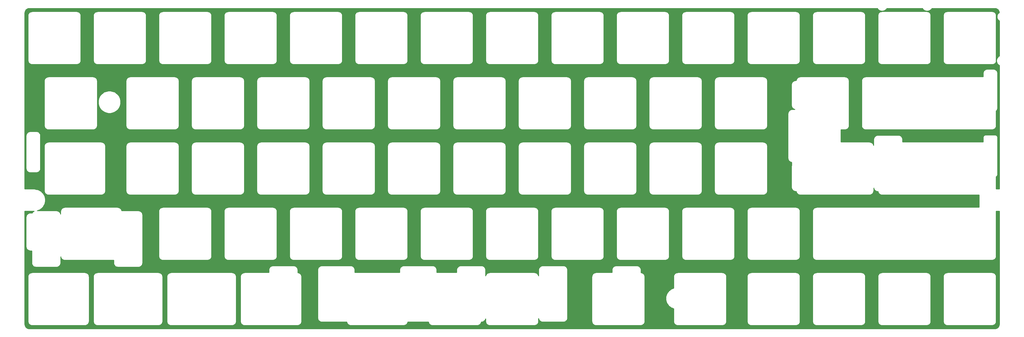
<source format=gbr>
%TF.GenerationSoftware,KiCad,Pcbnew,(5.1.9-0-10_14)*%
%TF.CreationDate,2021-01-10T18:13:26+09:00*%
%TF.ProjectId,keyplate,6b657970-6c61-4746-952e-6b696361645f,rev?*%
%TF.SameCoordinates,Original*%
%TF.FileFunction,Copper,L1,Top*%
%TF.FilePolarity,Positive*%
%FSLAX46Y46*%
G04 Gerber Fmt 4.6, Leading zero omitted, Abs format (unit mm)*
G04 Created by KiCad (PCBNEW (5.1.9-0-10_14)) date 2021-01-10 18:13:26*
%MOMM*%
%LPD*%
G01*
G04 APERTURE LIST*
%TA.AperFunction,NonConductor*%
%ADD10C,0.254000*%
%TD*%
%TA.AperFunction,NonConductor*%
%ADD11C,0.100000*%
%TD*%
G04 APERTURE END LIST*
D10*
X296796988Y2436157D02*
X296804158Y2423375D01*
X296810086Y2414998D01*
X296934628Y2241607D01*
X296943101Y2231959D01*
X296949917Y2221086D01*
X296990356Y2178149D01*
X297029282Y2133823D01*
X297039464Y2126007D01*
X297048266Y2116661D01*
X297056044Y2109967D01*
X297217421Y1973031D01*
X297227725Y1965892D01*
X297236744Y1957192D01*
X297286595Y1925104D01*
X297335332Y1891337D01*
X297346824Y1886336D01*
X297357364Y1879552D01*
X297366526Y1874930D01*
X297556927Y1780545D01*
X297569995Y1775589D01*
X297582122Y1768645D01*
X297636957Y1750195D01*
X297691053Y1729680D01*
X297704833Y1727357D01*
X297718080Y1722900D01*
X297728095Y1720662D01*
X297939705Y1674925D01*
X297995593Y1668462D01*
X298051141Y1659645D01*
X298061389Y1659104D01*
X298135289Y1655723D01*
X298192045Y1658678D01*
X298248851Y1659319D01*
X298259045Y1660506D01*
X298476292Y1687359D01*
X298490703Y1690592D01*
X298505437Y1691556D01*
X298560571Y1706269D01*
X298616259Y1718764D01*
X298629766Y1724735D01*
X298644034Y1728542D01*
X298653619Y1732210D01*
X298852474Y1809908D01*
X298863992Y1815762D01*
X298876295Y1819700D01*
X298927846Y1848216D01*
X298980352Y1874902D01*
X298990510Y1882879D01*
X299001818Y1889134D01*
X299010230Y1895013D01*
X299182865Y2017470D01*
X299192357Y2025706D01*
X299203040Y2032305D01*
X299246430Y2072628D01*
X299291208Y2111484D01*
X299298920Y2121408D01*
X299308118Y2129956D01*
X299314864Y2137689D01*
X299453452Y2298823D01*
X299461477Y2310242D01*
X299471191Y2320256D01*
X299502648Y2368826D01*
X299535931Y2416186D01*
X299541584Y2428945D01*
X299545013Y2434239D01*
X317903910Y2434239D01*
X318017636Y2429865D01*
X318115025Y2418628D01*
X318213908Y2398713D01*
X318309372Y2372480D01*
X318400316Y2338212D01*
X318491112Y2296752D01*
X318577694Y2247882D01*
X318659918Y2193366D01*
X318738298Y2130931D01*
X318811671Y2063799D01*
X318879815Y1989291D01*
X318942272Y1911722D01*
X318994591Y1832176D01*
X319044072Y1743890D01*
X319085583Y1653180D01*
X319120039Y1561078D01*
X319146482Y1465322D01*
X319166757Y1364884D01*
X319175328Y1294587D01*
X319149351Y1279676D01*
X319127793Y1260899D01*
X319104184Y1244791D01*
X319096358Y1238153D01*
X318936158Y1100334D01*
X318917763Y1081081D01*
X318897151Y1064241D01*
X318868334Y1029347D01*
X318837063Y996617D01*
X318822760Y974161D01*
X318805809Y953635D01*
X318800137Y945082D01*
X318685158Y769047D01*
X318672568Y744913D01*
X318657150Y722493D01*
X318639474Y681479D01*
X318618809Y641868D01*
X318611146Y615748D01*
X318600376Y590759D01*
X318597321Y580962D01*
X318535380Y377279D01*
X318534138Y371070D01*
X318531815Y365183D01*
X318520080Y300813D01*
X318507236Y236621D01*
X318507223Y230290D01*
X318506088Y224062D01*
X318505313Y213829D01*
X318496740Y89093D01*
X318496946Y82006D01*
X318495908Y75000D01*
X318499032Y10410D01*
X318500916Y-54293D01*
X318502495Y-61204D01*
X318502837Y-68279D01*
X318504401Y-78421D01*
X318538941Y-292417D01*
X318546180Y-319877D01*
X318550125Y-347986D01*
X318564417Y-389054D01*
X318575508Y-431124D01*
X318587943Y-456655D01*
X318597273Y-483464D01*
X318601640Y-492750D01*
X318692916Y-683355D01*
X318706693Y-706113D01*
X318717565Y-730386D01*
X318743750Y-767329D01*
X318767201Y-806069D01*
X318785132Y-825714D01*
X318800515Y-847417D01*
X318807292Y-855123D01*
X318947216Y-1012012D01*
X318967318Y-1030543D01*
X318985027Y-1051363D01*
X319019928Y-1079041D01*
X319052686Y-1109239D01*
X319076005Y-1123513D01*
X319097420Y-1140496D01*
X319106083Y-1145998D01*
X319182929Y-1194047D01*
X319182929Y-11416776D01*
X319172014Y-11422633D01*
X319163528Y-11428404D01*
X318984901Y-11551709D01*
X318973990Y-11560935D01*
X318961778Y-11568342D01*
X318919313Y-11607170D01*
X318875365Y-11644331D01*
X318866456Y-11655499D01*
X318855913Y-11665138D01*
X318849104Y-11672817D01*
X318707488Y-11834799D01*
X318699407Y-11846102D01*
X318689659Y-11855986D01*
X318657769Y-11904343D01*
X318624061Y-11951491D01*
X318618332Y-11964143D01*
X318610686Y-11975737D01*
X318605963Y-11984848D01*
X318507845Y-12177386D01*
X318502248Y-12191664D01*
X318494534Y-12204908D01*
X318476124Y-12258313D01*
X318455496Y-12310939D01*
X318452779Y-12326032D01*
X318447784Y-12340523D01*
X318445472Y-12350521D01*
X318397340Y-12565495D01*
X318390353Y-12622232D01*
X318381117Y-12678618D01*
X318380525Y-12688863D01*
X318376710Y-12764105D01*
X318379415Y-12821527D01*
X318379883Y-12878997D01*
X318381038Y-12889194D01*
X318407655Y-13110239D01*
X318411156Y-13126075D01*
X318412226Y-13142243D01*
X318426606Y-13195961D01*
X318438620Y-13250304D01*
X318445129Y-13265156D01*
X318449320Y-13280811D01*
X318452995Y-13290393D01*
X318532129Y-13492459D01*
X318538606Y-13505179D01*
X318543014Y-13518741D01*
X318571088Y-13568964D01*
X318597222Y-13620286D01*
X318606046Y-13631505D01*
X318613005Y-13643954D01*
X318618920Y-13652339D01*
X318744153Y-13827235D01*
X318753313Y-13837697D01*
X318760712Y-13849462D01*
X318800473Y-13891559D01*
X318838647Y-13935159D01*
X318849667Y-13943644D01*
X318859209Y-13953747D01*
X318866996Y-13960431D01*
X319031908Y-14099964D01*
X319044570Y-14108710D01*
X319055741Y-14119290D01*
X319103484Y-14149406D01*
X319149934Y-14181491D01*
X319164052Y-14187611D01*
X319177068Y-14195821D01*
X319182929Y-14198711D01*
X319182929Y-50258656D01*
X318324955Y-50258656D01*
X318324955Y-46682927D01*
X318381624Y-46652637D01*
X318493542Y-46560788D01*
X318585391Y-46448870D01*
X318653641Y-46321183D01*
X318695669Y-46182635D01*
X318709860Y-46038550D01*
X318706304Y-46002445D01*
X318706304Y-35246876D01*
X318709860Y-35210771D01*
X318695669Y-35066686D01*
X318653641Y-34928138D01*
X318585391Y-34800451D01*
X318493542Y-34688533D01*
X318381624Y-34596684D01*
X318253937Y-34528434D01*
X318115389Y-34486406D01*
X318007409Y-34475771D01*
X317971304Y-34472215D01*
X317935199Y-34475771D01*
X315244816Y-34475771D01*
X315208711Y-34472215D01*
X315172606Y-34475771D01*
X315064626Y-34486406D01*
X314926078Y-34528434D01*
X314798391Y-34596684D01*
X314686473Y-34688533D01*
X314594624Y-34800451D01*
X314526374Y-34928138D01*
X314484346Y-35066686D01*
X314470155Y-35210771D01*
X314473711Y-35246876D01*
X314473712Y-36553272D01*
X291044367Y-36553272D01*
X291044367Y-35752515D01*
X291033732Y-35644535D01*
X291020053Y-35599440D01*
X290976068Y-35407974D01*
X290971892Y-35395520D01*
X290969751Y-35382560D01*
X290949123Y-35327618D01*
X290930462Y-35271970D01*
X290923946Y-35260564D01*
X290919329Y-35248267D01*
X290888420Y-35198376D01*
X290859307Y-35147415D01*
X290850699Y-35137491D01*
X290843782Y-35126326D01*
X290837496Y-35118214D01*
X290704339Y-34948876D01*
X290697745Y-34941995D01*
X290692412Y-34934106D01*
X290648190Y-34890282D01*
X290605090Y-34845306D01*
X290597287Y-34839838D01*
X290590522Y-34833134D01*
X290538622Y-34798729D01*
X290487615Y-34762986D01*
X290478900Y-34759138D01*
X290470960Y-34753875D01*
X290461860Y-34749130D01*
X290268823Y-34650174D01*
X290221840Y-34631628D01*
X290176034Y-34610400D01*
X290155274Y-34605353D01*
X290135395Y-34597506D01*
X290085718Y-34588442D01*
X290036648Y-34576512D01*
X290026477Y-34575143D01*
X289963350Y-34567096D01*
X289953204Y-34564018D01*
X289845224Y-34553383D01*
X283772986Y-34553383D01*
X283665006Y-34564018D01*
X283619835Y-34577720D01*
X283428514Y-34621716D01*
X283416039Y-34625902D01*
X283403059Y-34628050D01*
X283348152Y-34648683D01*
X283292520Y-34667352D01*
X283281093Y-34673883D01*
X283268781Y-34678510D01*
X283218931Y-34709412D01*
X283167980Y-34738534D01*
X283158041Y-34747159D01*
X283146860Y-34754090D01*
X283138750Y-34760379D01*
X282969513Y-34893533D01*
X282962682Y-34900082D01*
X282954846Y-34905381D01*
X282910980Y-34949655D01*
X282865971Y-34992810D01*
X282860542Y-35000562D01*
X282853884Y-35007282D01*
X282819453Y-35059232D01*
X282783683Y-35110309D01*
X282779863Y-35118969D01*
X282774638Y-35126852D01*
X282769893Y-35135952D01*
X282670965Y-35328985D01*
X282652439Y-35375932D01*
X282631224Y-35421711D01*
X282626168Y-35442506D01*
X282618311Y-35462418D01*
X282609256Y-35512070D01*
X282597337Y-35561098D01*
X282595968Y-35571268D01*
X282587922Y-35634390D01*
X282584844Y-35644536D01*
X282574209Y-35752516D01*
X282574209Y-37565494D01*
X282538009Y-37407888D01*
X282533852Y-37395490D01*
X282531725Y-37382597D01*
X282511089Y-37327601D01*
X282492407Y-37271883D01*
X282485923Y-37260532D01*
X282481331Y-37248294D01*
X282450400Y-37198344D01*
X282421257Y-37147325D01*
X282412692Y-37137450D01*
X282405810Y-37126336D01*
X282399525Y-37118224D01*
X282266425Y-36948885D01*
X282259865Y-36942037D01*
X282254557Y-36934179D01*
X282210308Y-36890301D01*
X282167198Y-36845295D01*
X282159432Y-36839850D01*
X282152699Y-36833174D01*
X282100775Y-36798729D01*
X282049740Y-36762950D01*
X282041065Y-36759118D01*
X282033163Y-36753876D01*
X282024066Y-36749128D01*
X281831183Y-36650173D01*
X281784149Y-36631589D01*
X281738283Y-36610325D01*
X281717587Y-36605290D01*
X281697772Y-36597461D01*
X281648020Y-36588366D01*
X281598902Y-36576417D01*
X281588731Y-36575046D01*
X281525697Y-36567001D01*
X281515497Y-36563907D01*
X281407517Y-36553272D01*
X273081318Y-36553272D01*
X273081318Y-32973625D01*
X274263785Y-32973625D01*
X274371765Y-32962990D01*
X274416939Y-32949287D01*
X274608260Y-32905290D01*
X274620735Y-32901104D01*
X274633714Y-32898956D01*
X274688632Y-32878318D01*
X274744253Y-32859653D01*
X274755675Y-32853124D01*
X274767992Y-32848496D01*
X274817854Y-32817586D01*
X274868793Y-32788471D01*
X274878731Y-32779847D01*
X274889913Y-32772915D01*
X274898022Y-32766626D01*
X275067259Y-32633471D01*
X275074090Y-32626921D01*
X275081923Y-32621625D01*
X275125780Y-32577361D01*
X275170801Y-32534194D01*
X275176230Y-32526442D01*
X275182885Y-32519725D01*
X275217318Y-32467772D01*
X275253088Y-32416695D01*
X275256906Y-32408040D01*
X275262132Y-32400155D01*
X275266876Y-32391055D01*
X275365804Y-32198023D01*
X275384329Y-32151079D01*
X275405544Y-32105301D01*
X275410600Y-32084506D01*
X275418459Y-32064590D01*
X275427515Y-32014933D01*
X275439432Y-31965915D01*
X275440802Y-31955744D01*
X275448849Y-31892618D01*
X275451927Y-31882472D01*
X275462562Y-31774492D01*
X275462562Y-18702455D01*
X279042564Y-18702455D01*
X279042565Y-31774492D01*
X279053200Y-31882472D01*
X279066873Y-31927546D01*
X279110848Y-32119004D01*
X279115004Y-32131400D01*
X279117132Y-32144299D01*
X279137770Y-32199299D01*
X279156448Y-32255009D01*
X279162934Y-32266363D01*
X279167526Y-32278602D01*
X279198456Y-32328551D01*
X279227598Y-32379568D01*
X279236163Y-32389444D01*
X279243047Y-32400560D01*
X279249332Y-32408672D01*
X279382433Y-32578011D01*
X279388995Y-32584862D01*
X279394301Y-32592716D01*
X279438539Y-32636584D01*
X279481660Y-32681601D01*
X279489426Y-32687046D01*
X279496158Y-32693721D01*
X279548084Y-32728168D01*
X279599119Y-32763946D01*
X279607793Y-32767778D01*
X279615694Y-32773019D01*
X279624791Y-32777767D01*
X279817673Y-32876723D01*
X279864708Y-32895307D01*
X279910569Y-32916569D01*
X279931267Y-32921605D01*
X279951083Y-32929434D01*
X280000823Y-32938527D01*
X280049950Y-32950479D01*
X280060121Y-32951849D01*
X280123156Y-32959894D01*
X280133361Y-32962990D01*
X280241341Y-32973625D01*
X317126178Y-32973625D01*
X317234158Y-32962990D01*
X317279332Y-32949287D01*
X317470653Y-32905290D01*
X317483128Y-32901104D01*
X317496107Y-32898956D01*
X317551025Y-32878318D01*
X317606646Y-32859653D01*
X317618068Y-32853124D01*
X317630385Y-32848496D01*
X317680247Y-32817586D01*
X317731186Y-32788471D01*
X317741124Y-32779847D01*
X317752306Y-32772915D01*
X317760415Y-32766626D01*
X317929652Y-32633471D01*
X317936483Y-32626921D01*
X317944316Y-32621625D01*
X317988173Y-32577361D01*
X318033194Y-32534194D01*
X318038623Y-32526442D01*
X318045278Y-32519725D01*
X318079711Y-32467772D01*
X318115481Y-32416695D01*
X318119299Y-32408040D01*
X318124525Y-32400155D01*
X318129269Y-32391055D01*
X318228197Y-32198023D01*
X318246722Y-32151079D01*
X318267937Y-32105301D01*
X318272993Y-32084506D01*
X318280852Y-32064590D01*
X318289908Y-32014933D01*
X318301825Y-31965915D01*
X318303195Y-31955744D01*
X318311242Y-31892618D01*
X318314320Y-31882472D01*
X318324955Y-31774492D01*
X318324955Y-27435072D01*
X318324986Y-27435045D01*
X318331938Y-27427496D01*
X318477852Y-27266800D01*
X318501637Y-27234819D01*
X318528110Y-27205033D01*
X318544336Y-27177408D01*
X318563458Y-27151698D01*
X318580579Y-27115705D01*
X318600762Y-27081345D01*
X318611313Y-27051096D01*
X318625078Y-27022160D01*
X318634882Y-26983530D01*
X318648007Y-26945902D01*
X318650355Y-26935912D01*
X318687955Y-26770806D01*
X318688627Y-26765506D01*
X318690242Y-26760416D01*
X318697644Y-26694429D01*
X318706007Y-26628500D01*
X318705637Y-26623168D01*
X318706232Y-26617863D01*
X318706304Y-26607601D01*
X318706304Y-16489607D01*
X318699153Y-16416678D01*
X318692361Y-16347124D01*
X318692308Y-16346865D01*
X318692306Y-16346845D01*
X318692299Y-16346823D01*
X318690302Y-16337070D01*
X318647301Y-16134381D01*
X318626998Y-16070292D01*
X318607506Y-16006011D01*
X318605359Y-16001984D01*
X318603980Y-15997632D01*
X318571627Y-15938729D01*
X318540009Y-15879436D01*
X318534960Y-15871970D01*
X318534922Y-15871901D01*
X318534877Y-15871847D01*
X318534260Y-15870935D01*
X318430501Y-15719790D01*
X318387257Y-15668380D01*
X318344697Y-15616479D01*
X318341135Y-15613548D01*
X318338163Y-15610015D01*
X318285751Y-15567978D01*
X318233926Y-15525337D01*
X318226321Y-15520313D01*
X318226261Y-15520265D01*
X318226200Y-15520233D01*
X318225364Y-15519681D01*
X318051991Y-15406887D01*
X317992383Y-15375926D01*
X317933287Y-15344278D01*
X317928832Y-15342919D01*
X317924692Y-15340768D01*
X317860246Y-15321987D01*
X317796087Y-15302407D01*
X317787036Y-15300652D01*
X317786973Y-15300634D01*
X317786915Y-15300629D01*
X317786013Y-15300454D01*
X317645707Y-15274269D01*
X317615163Y-15265004D01*
X317507183Y-15254369D01*
X315672488Y-15254369D01*
X315564508Y-15265004D01*
X315520126Y-15278467D01*
X315328706Y-15322033D01*
X315315749Y-15326349D01*
X315302274Y-15328566D01*
X315247808Y-15348978D01*
X315192610Y-15367363D01*
X315180736Y-15374114D01*
X315167950Y-15378906D01*
X315118488Y-15409507D01*
X315067910Y-15438265D01*
X315057573Y-15447194D01*
X315045962Y-15454378D01*
X315037847Y-15460659D01*
X314868848Y-15593382D01*
X314861087Y-15600810D01*
X314852214Y-15606843D01*
X314809351Y-15650327D01*
X314765218Y-15692567D01*
X314759052Y-15701355D01*
X314751514Y-15709002D01*
X314717903Y-15759999D01*
X314682825Y-15809992D01*
X314678483Y-15819811D01*
X314672575Y-15828775D01*
X314667854Y-15837887D01*
X314569478Y-16031065D01*
X314551203Y-16077727D01*
X314530205Y-16123229D01*
X314525099Y-16144379D01*
X314517167Y-16164633D01*
X314508304Y-16213951D01*
X314496543Y-16262671D01*
X314495191Y-16272844D01*
X314479462Y-16397845D01*
X314478340Y-16438715D01*
X314473783Y-16479345D01*
X314473711Y-16489607D01*
X314473711Y-17503322D01*
X280241341Y-17503322D01*
X280133361Y-17513957D01*
X280088190Y-17527659D01*
X279896869Y-17571655D01*
X279884394Y-17575841D01*
X279871414Y-17577989D01*
X279816507Y-17598622D01*
X279760875Y-17617291D01*
X279749448Y-17623822D01*
X279737136Y-17628449D01*
X279687286Y-17659351D01*
X279636335Y-17688473D01*
X279626396Y-17697098D01*
X279615215Y-17704029D01*
X279607105Y-17710318D01*
X279437868Y-17843472D01*
X279431037Y-17850021D01*
X279423201Y-17855320D01*
X279379335Y-17899594D01*
X279334326Y-17942749D01*
X279328897Y-17950501D01*
X279322239Y-17957221D01*
X279287808Y-18009171D01*
X279252038Y-18060248D01*
X279248218Y-18068908D01*
X279242993Y-18076791D01*
X279238248Y-18085891D01*
X279139320Y-18278924D01*
X279120794Y-18325871D01*
X279099579Y-18371650D01*
X279094523Y-18392445D01*
X279086666Y-18412357D01*
X279077611Y-18462009D01*
X279065692Y-18511037D01*
X279064323Y-18521207D01*
X279056277Y-18584329D01*
X279053199Y-18594475D01*
X279042564Y-18702455D01*
X275462562Y-18702455D01*
X275462562Y-18702454D01*
X275451927Y-18594474D01*
X275438252Y-18549392D01*
X275394277Y-18357938D01*
X275390120Y-18345540D01*
X275387993Y-18332647D01*
X275367357Y-18277651D01*
X275348675Y-18221933D01*
X275342191Y-18210582D01*
X275337599Y-18198344D01*
X275306668Y-18148394D01*
X275277525Y-18097375D01*
X275268960Y-18087500D01*
X275262078Y-18076386D01*
X275255793Y-18068274D01*
X275122693Y-17898935D01*
X275116133Y-17892087D01*
X275110825Y-17884229D01*
X275066576Y-17840351D01*
X275023466Y-17795345D01*
X275015700Y-17789900D01*
X275008967Y-17783224D01*
X274957043Y-17748779D01*
X274906008Y-17713000D01*
X274897333Y-17709168D01*
X274889431Y-17703926D01*
X274880334Y-17699178D01*
X274687451Y-17600223D01*
X274640417Y-17581639D01*
X274594551Y-17560375D01*
X274573855Y-17555340D01*
X274554040Y-17547511D01*
X274504288Y-17538416D01*
X274455170Y-17526467D01*
X274444999Y-17525096D01*
X274381965Y-17517051D01*
X274371765Y-17513957D01*
X274263785Y-17503322D01*
X261191389Y-17503322D01*
X261083409Y-17513957D01*
X261038238Y-17527659D01*
X260846917Y-17571655D01*
X260834442Y-17575841D01*
X260821462Y-17577989D01*
X260766555Y-17598622D01*
X260710923Y-17617291D01*
X260699496Y-17623822D01*
X260687184Y-17628449D01*
X260637334Y-17659351D01*
X260586383Y-17688473D01*
X260576444Y-17697098D01*
X260565263Y-17704029D01*
X260557153Y-17710318D01*
X260387916Y-17843472D01*
X260381085Y-17850021D01*
X260373249Y-17855320D01*
X260329383Y-17899594D01*
X260284374Y-17942749D01*
X260278945Y-17950501D01*
X260272287Y-17957221D01*
X260237856Y-18009171D01*
X260202086Y-18060248D01*
X260198266Y-18068908D01*
X260193041Y-18076791D01*
X260188296Y-18085891D01*
X260089368Y-18278924D01*
X260070842Y-18325871D01*
X260049627Y-18371650D01*
X260044571Y-18392445D01*
X260036714Y-18412357D01*
X260027659Y-18462009D01*
X260015740Y-18511037D01*
X260014371Y-18521207D01*
X260006325Y-18584329D01*
X260004428Y-18590581D01*
X259810275Y-18590581D01*
X259702295Y-18601216D01*
X259657188Y-18614899D01*
X259465784Y-18658874D01*
X259453265Y-18663072D01*
X259440242Y-18665226D01*
X259385371Y-18685841D01*
X259329781Y-18704483D01*
X259318316Y-18711033D01*
X259305960Y-18715675D01*
X259256140Y-18746554D01*
X259205227Y-18775640D01*
X259195253Y-18784292D01*
X259184033Y-18791246D01*
X259175923Y-18797534D01*
X259006728Y-18930634D01*
X258999852Y-18937226D01*
X258991972Y-18942555D01*
X258948156Y-18986785D01*
X258903178Y-19029904D01*
X258897717Y-19037701D01*
X258891018Y-19044463D01*
X258856614Y-19096383D01*
X258820882Y-19147396D01*
X258817040Y-19156104D01*
X258811781Y-19164040D01*
X258807038Y-19173140D01*
X258708206Y-19366022D01*
X258689691Y-19412954D01*
X258668483Y-19458719D01*
X258663423Y-19479534D01*
X258655562Y-19499460D01*
X258646517Y-19549083D01*
X258634600Y-19598107D01*
X258633232Y-19608278D01*
X258625207Y-19671246D01*
X258622133Y-19681381D01*
X258611498Y-19789361D01*
X258611499Y-25861598D01*
X258622134Y-25969578D01*
X258635800Y-26014629D01*
X258679710Y-26205850D01*
X258683868Y-26218253D01*
X258685996Y-26231157D01*
X258706630Y-26286153D01*
X258725304Y-26341858D01*
X258731792Y-26353218D01*
X258736386Y-26365462D01*
X258767309Y-26415403D01*
X258796447Y-26466421D01*
X258805016Y-26476302D01*
X258811902Y-26487423D01*
X258818187Y-26495535D01*
X258951198Y-26664772D01*
X258957812Y-26671677D01*
X258963166Y-26679600D01*
X259007374Y-26723422D01*
X259050421Y-26768366D01*
X259058249Y-26773855D01*
X259065041Y-26780587D01*
X259116908Y-26814981D01*
X259167876Y-26850715D01*
X259176626Y-26854580D01*
X259184592Y-26859863D01*
X259193690Y-26864610D01*
X259386603Y-26963537D01*
X259433619Y-26982104D01*
X259479472Y-27003355D01*
X259500187Y-27008392D01*
X259520023Y-27016225D01*
X259569757Y-27025307D01*
X259582057Y-27028298D01*
X258810145Y-27028298D01*
X258702165Y-27038933D01*
X258656994Y-27052635D01*
X258465673Y-27096631D01*
X258453196Y-27100818D01*
X258440215Y-27102966D01*
X258385308Y-27123599D01*
X258329679Y-27142267D01*
X258318252Y-27148798D01*
X258305937Y-27153426D01*
X258256081Y-27184333D01*
X258205139Y-27213449D01*
X258195200Y-27222074D01*
X258184016Y-27229007D01*
X258175907Y-27235296D01*
X258006670Y-27368451D01*
X257999843Y-27374997D01*
X257992006Y-27380296D01*
X257948138Y-27424572D01*
X257903128Y-27467728D01*
X257897699Y-27475480D01*
X257891044Y-27482197D01*
X257856611Y-27534150D01*
X257820841Y-27585227D01*
X257817023Y-27593882D01*
X257811797Y-27601767D01*
X257807053Y-27610866D01*
X257708125Y-27803899D01*
X257689600Y-27850843D01*
X257668383Y-27896626D01*
X257663328Y-27917420D01*
X257655470Y-27937332D01*
X257646416Y-27986984D01*
X257634496Y-28036013D01*
X257633127Y-28046184D01*
X257625081Y-28109306D01*
X257622003Y-28119452D01*
X257611368Y-28227432D01*
X257611369Y-41299469D01*
X257622004Y-41407449D01*
X257635677Y-41452523D01*
X257679652Y-41643981D01*
X257683808Y-41656378D01*
X257685936Y-41669275D01*
X257706570Y-41724267D01*
X257725252Y-41779986D01*
X257731739Y-41791342D01*
X257736330Y-41803578D01*
X257767253Y-41853515D01*
X257796402Y-41904545D01*
X257804969Y-41914423D01*
X257811851Y-41925536D01*
X257818136Y-41933649D01*
X257951236Y-42102987D01*
X257957799Y-42109838D01*
X257963105Y-42117693D01*
X258007342Y-42161560D01*
X258050463Y-42206577D01*
X258058229Y-42212022D01*
X258064962Y-42218698D01*
X258116886Y-42253143D01*
X258167921Y-42288922D01*
X258176596Y-42292754D01*
X258184498Y-42297996D01*
X258193596Y-42302744D01*
X258386478Y-42401699D01*
X258433510Y-42420282D01*
X258479373Y-42441545D01*
X258500070Y-42446580D01*
X258519889Y-42454411D01*
X258569632Y-42463504D01*
X258618754Y-42475455D01*
X258628925Y-42476825D01*
X258691960Y-42484870D01*
X258698271Y-42486785D01*
X258698272Y-43273527D01*
X258677461Y-43323319D01*
X258667687Y-43355125D01*
X258654631Y-43385733D01*
X258646667Y-43423522D01*
X258635323Y-43460437D01*
X258631913Y-43493537D01*
X258625051Y-43526097D01*
X258623996Y-43536305D01*
X258614941Y-43630342D01*
X258611498Y-43665299D01*
X258611499Y-49737541D01*
X258622134Y-49845521D01*
X258633474Y-49882906D01*
X258667382Y-50046865D01*
X258668229Y-50049585D01*
X258668552Y-50052413D01*
X258689512Y-50117985D01*
X258710002Y-50183833D01*
X258711362Y-50186339D01*
X258712228Y-50189049D01*
X258745535Y-50249319D01*
X258778415Y-50309916D01*
X258780234Y-50312108D01*
X258781611Y-50314600D01*
X258787486Y-50323014D01*
X258907974Y-50493019D01*
X258917423Y-50503917D01*
X258925053Y-50516143D01*
X258964324Y-50558011D01*
X259001944Y-50601400D01*
X259013324Y-50610250D01*
X259023189Y-50620768D01*
X259030954Y-50627478D01*
X259062781Y-50654596D01*
X259062924Y-50654696D01*
X259065743Y-50657106D01*
X259224982Y-50791339D01*
X259230631Y-50795226D01*
X259235507Y-50800045D01*
X259289641Y-50835828D01*
X259343158Y-50872650D01*
X259349459Y-50875368D01*
X259355174Y-50879145D01*
X259415233Y-50903734D01*
X259474878Y-50929458D01*
X259481581Y-50930899D01*
X259487925Y-50933496D01*
X259497777Y-50936371D01*
X259702596Y-50994580D01*
X259716284Y-50997059D01*
X259729409Y-51001656D01*
X259772462Y-51007785D01*
X259789068Y-51012823D01*
X259820339Y-51015903D01*
X259843747Y-51020142D01*
X259857657Y-51019915D01*
X259871424Y-51021875D01*
X259881679Y-51022252D01*
X259886154Y-51022385D01*
X259897048Y-51023458D01*
X260027477Y-51023458D01*
X260060896Y-51168957D01*
X260065052Y-51181354D01*
X260067180Y-51194251D01*
X260087814Y-51249243D01*
X260106496Y-51304962D01*
X260112983Y-51316318D01*
X260117574Y-51328554D01*
X260148497Y-51378491D01*
X260177646Y-51429521D01*
X260186213Y-51439399D01*
X260193095Y-51450512D01*
X260199380Y-51458625D01*
X260332480Y-51627963D01*
X260339043Y-51634814D01*
X260344349Y-51642669D01*
X260388586Y-51686536D01*
X260431707Y-51731553D01*
X260439473Y-51736998D01*
X260446206Y-51743674D01*
X260498130Y-51778119D01*
X260549165Y-51813898D01*
X260557840Y-51817730D01*
X260565742Y-51822972D01*
X260574840Y-51827720D01*
X260767722Y-51926675D01*
X260814754Y-51945258D01*
X260860617Y-51966521D01*
X260881314Y-51971556D01*
X260901133Y-51979387D01*
X260950876Y-51988480D01*
X260999998Y-52000431D01*
X261010169Y-52001801D01*
X261073204Y-52009846D01*
X261083409Y-52012942D01*
X261191389Y-52023577D01*
X281407517Y-52023577D01*
X281515497Y-52012942D01*
X281560671Y-51999239D01*
X281751992Y-51955242D01*
X281764470Y-51951055D01*
X281777443Y-51948908D01*
X281832350Y-51928275D01*
X281887985Y-51909605D01*
X281899407Y-51903077D01*
X281911722Y-51898449D01*
X281961584Y-51867539D01*
X282012525Y-51838423D01*
X282022463Y-51829799D01*
X282033642Y-51822869D01*
X282041752Y-51816580D01*
X282210989Y-51683426D01*
X282217823Y-51676874D01*
X282225656Y-51671577D01*
X282269511Y-51627315D01*
X282314531Y-51584149D01*
X282319960Y-51576397D01*
X282326618Y-51569677D01*
X282361049Y-51517727D01*
X282396819Y-51466650D01*
X282400639Y-51457990D01*
X282405864Y-51450107D01*
X282410609Y-51441007D01*
X282509537Y-51247974D01*
X282528061Y-51201031D01*
X282549276Y-51155254D01*
X282554333Y-51134453D01*
X282562191Y-51114540D01*
X282571244Y-51064895D01*
X282583164Y-51015868D01*
X282584533Y-51005697D01*
X282592580Y-50942576D01*
X282595659Y-50932425D01*
X282606294Y-50824445D01*
X282606294Y-50011527D01*
X282642529Y-50169126D01*
X282646697Y-50181550D01*
X282648832Y-50194465D01*
X282669470Y-50249419D01*
X282688160Y-50305122D01*
X282694661Y-50316497D01*
X282699264Y-50328754D01*
X282730192Y-50378668D01*
X282759338Y-50429665D01*
X282767922Y-50439558D01*
X282774820Y-50450690D01*
X282781107Y-50458800D01*
X282914207Y-50628038D01*
X282920728Y-50634842D01*
X282926000Y-50642644D01*
X282970301Y-50686565D01*
X283013464Y-50731600D01*
X283021175Y-50737003D01*
X283027868Y-50743638D01*
X283079869Y-50778125D01*
X283130946Y-50813911D01*
X283139564Y-50817715D01*
X283147414Y-50822921D01*
X283156512Y-50827669D01*
X283349394Y-50926596D01*
X283396393Y-50945159D01*
X283442219Y-50966405D01*
X283462957Y-50971450D01*
X283482811Y-50979292D01*
X283532513Y-50988372D01*
X283581601Y-51000314D01*
X283591771Y-51001684D01*
X283654806Y-51009729D01*
X283665006Y-51012823D01*
X283772986Y-51023458D01*
X283839917Y-51023458D01*
X283873336Y-51168957D01*
X283877493Y-51181356D01*
X283879621Y-51194254D01*
X283900255Y-51249246D01*
X283918936Y-51304962D01*
X283925422Y-51316317D01*
X283930015Y-51328557D01*
X283960939Y-51378495D01*
X283990086Y-51429521D01*
X283998656Y-51439402D01*
X284005537Y-51450514D01*
X284011821Y-51458627D01*
X284144922Y-51627965D01*
X284151485Y-51634817D01*
X284156789Y-51642668D01*
X284201009Y-51686518D01*
X284244149Y-51731555D01*
X284251918Y-51737002D01*
X284258646Y-51743673D01*
X284310553Y-51778107D01*
X284361608Y-51813899D01*
X284370283Y-51817731D01*
X284378182Y-51822971D01*
X284387279Y-51827719D01*
X284580161Y-51926675D01*
X284627196Y-51945259D01*
X284673057Y-51966521D01*
X284693755Y-51971557D01*
X284713571Y-51979386D01*
X284763311Y-51988479D01*
X284812438Y-52000431D01*
X284822609Y-52001801D01*
X284885644Y-52009846D01*
X284895849Y-52012942D01*
X285003829Y-52023577D01*
X313304965Y-52023577D01*
X313304966Y-55603224D01*
X265953877Y-55603224D01*
X265845897Y-55613859D01*
X265800726Y-55627561D01*
X265609405Y-55671557D01*
X265596930Y-55675743D01*
X265583950Y-55677891D01*
X265529043Y-55698524D01*
X265473411Y-55717193D01*
X265461984Y-55723724D01*
X265449672Y-55728351D01*
X265399822Y-55759253D01*
X265348871Y-55788375D01*
X265338932Y-55797000D01*
X265327751Y-55803931D01*
X265319641Y-55810220D01*
X265150404Y-55943374D01*
X265143573Y-55949923D01*
X265135737Y-55955222D01*
X265091871Y-55999496D01*
X265046862Y-56042651D01*
X265041433Y-56050403D01*
X265034775Y-56057123D01*
X265000344Y-56109073D01*
X264964574Y-56160150D01*
X264960754Y-56168810D01*
X264955529Y-56176693D01*
X264950784Y-56185793D01*
X264851856Y-56378826D01*
X264833330Y-56425773D01*
X264812115Y-56471552D01*
X264807059Y-56492347D01*
X264799202Y-56512259D01*
X264790147Y-56561911D01*
X264778228Y-56610939D01*
X264776859Y-56621109D01*
X264768813Y-56684231D01*
X264765735Y-56694377D01*
X264755100Y-56802357D01*
X264755101Y-69874397D01*
X264765736Y-69982377D01*
X264779409Y-70027451D01*
X264823384Y-70218909D01*
X264827539Y-70231302D01*
X264829667Y-70244201D01*
X264850306Y-70299205D01*
X264868984Y-70354914D01*
X264875469Y-70366267D01*
X264880061Y-70378505D01*
X264910987Y-70428446D01*
X264940134Y-70479473D01*
X264948702Y-70489352D01*
X264955582Y-70500462D01*
X264961866Y-70508575D01*
X265094966Y-70677914D01*
X265101531Y-70684768D01*
X265106837Y-70692622D01*
X265151072Y-70736487D01*
X265194193Y-70781504D01*
X265201960Y-70786949D01*
X265208694Y-70793627D01*
X265260618Y-70828073D01*
X265311651Y-70863850D01*
X265320328Y-70867683D01*
X265328230Y-70872925D01*
X265337328Y-70877673D01*
X265530210Y-70976628D01*
X265577242Y-70995211D01*
X265623105Y-71016474D01*
X265643802Y-71021509D01*
X265663621Y-71029340D01*
X265713364Y-71038433D01*
X265762486Y-71050384D01*
X265772657Y-71051754D01*
X265835692Y-71059799D01*
X265845897Y-71062895D01*
X265953877Y-71073530D01*
X317126178Y-71073530D01*
X317234158Y-71062895D01*
X317279332Y-71049192D01*
X317470653Y-71005195D01*
X317483128Y-71001009D01*
X317496107Y-70998861D01*
X317551025Y-70978223D01*
X317606646Y-70959558D01*
X317618068Y-70953029D01*
X317630385Y-70948401D01*
X317680247Y-70917491D01*
X317731186Y-70888376D01*
X317741124Y-70879752D01*
X317752306Y-70872820D01*
X317760415Y-70866531D01*
X317929652Y-70733376D01*
X317936483Y-70726826D01*
X317944316Y-70721530D01*
X317988173Y-70677266D01*
X318033194Y-70634099D01*
X318038623Y-70626347D01*
X318045278Y-70619630D01*
X318079711Y-70567677D01*
X318115481Y-70516600D01*
X318119299Y-70507945D01*
X318124525Y-70500060D01*
X318129269Y-70490960D01*
X318228197Y-70297928D01*
X318246722Y-70250984D01*
X318267937Y-70205206D01*
X318272993Y-70184411D01*
X318280852Y-70164495D01*
X318289908Y-70114838D01*
X318301825Y-70065820D01*
X318303195Y-70055649D01*
X318311242Y-69992523D01*
X318314320Y-69982377D01*
X318324955Y-69874397D01*
X318324955Y-56728565D01*
X319182929Y-56728565D01*
X319182929Y-89743334D01*
X319178666Y-89853866D01*
X319166756Y-89951330D01*
X319146482Y-90051988D01*
X319119886Y-90148084D01*
X319085471Y-90240733D01*
X319044577Y-90329649D01*
X318994819Y-90418203D01*
X318941412Y-90499402D01*
X318878430Y-90578299D01*
X318812927Y-90650133D01*
X318740211Y-90715781D01*
X318659364Y-90780184D01*
X318577692Y-90834556D01*
X318491794Y-90882816D01*
X318398204Y-90925549D01*
X318307114Y-90960532D01*
X318216241Y-90985508D01*
X318117452Y-91004724D01*
X318017645Y-91016238D01*
X317903911Y-91020612D01*
X36562528Y-91022734D01*
X36447719Y-91016797D01*
X36343077Y-91004725D01*
X36244912Y-90985632D01*
X36154238Y-90960535D01*
X36061511Y-90925179D01*
X35968709Y-90882811D01*
X35882837Y-90834566D01*
X35801167Y-90780191D01*
X35720300Y-90715772D01*
X35647576Y-90650123D01*
X35583380Y-90579725D01*
X35519938Y-90499393D01*
X35464705Y-90416430D01*
X35415933Y-90329624D01*
X35375034Y-90240714D01*
X35340633Y-90148102D01*
X35314043Y-90052016D01*
X35294258Y-89953766D01*
X35282726Y-89853824D01*
X35277589Y-89740802D01*
X35277589Y-75852310D01*
X36155671Y-75852310D01*
X36155672Y-88924350D01*
X36166307Y-89032330D01*
X36179979Y-89077401D01*
X36223953Y-89268859D01*
X36228110Y-89281257D01*
X36230238Y-89294158D01*
X36250877Y-89349162D01*
X36269553Y-89404865D01*
X36276038Y-89416219D01*
X36280632Y-89428461D01*
X36311564Y-89478413D01*
X36340702Y-89529424D01*
X36349268Y-89539301D01*
X36356153Y-89550419D01*
X36362438Y-89558532D01*
X36495538Y-89727870D01*
X36502104Y-89734724D01*
X36507412Y-89742582D01*
X36551647Y-89786446D01*
X36594765Y-89831460D01*
X36602534Y-89836907D01*
X36609270Y-89843586D01*
X36661184Y-89878024D01*
X36712223Y-89913805D01*
X36720905Y-89917640D01*
X36728807Y-89922882D01*
X36737905Y-89927631D01*
X36930788Y-90026584D01*
X36977819Y-90045166D01*
X37023678Y-90066427D01*
X37044379Y-90071463D01*
X37064199Y-90079294D01*
X37113939Y-90088386D01*
X37163060Y-90100336D01*
X37173230Y-90101707D01*
X37236272Y-90109753D01*
X37246471Y-90112847D01*
X37354451Y-90123482D01*
X52808086Y-90123482D01*
X52916066Y-90112847D01*
X52961242Y-90099143D01*
X53152559Y-90055149D01*
X53165035Y-90050962D01*
X53178013Y-90048815D01*
X53232911Y-90028186D01*
X53288553Y-90009514D01*
X53299981Y-90002982D01*
X53312292Y-89998356D01*
X53362135Y-89967458D01*
X53413094Y-89938332D01*
X53423036Y-89929705D01*
X53434213Y-89922776D01*
X53442323Y-89916488D01*
X53611560Y-89783335D01*
X53618396Y-89776780D01*
X53626232Y-89771482D01*
X53670094Y-89727212D01*
X53715102Y-89684058D01*
X53720531Y-89676306D01*
X53727193Y-89669582D01*
X53761639Y-89617607D01*
X53797390Y-89566559D01*
X53801209Y-89557902D01*
X53806439Y-89550011D01*
X53811183Y-89540911D01*
X53910110Y-89347878D01*
X53928634Y-89300934D01*
X53949848Y-89255160D01*
X53954905Y-89234362D01*
X53962764Y-89214445D01*
X53971817Y-89164801D01*
X53983737Y-89115773D01*
X53985106Y-89105603D01*
X53993153Y-89042476D01*
X53996231Y-89032330D01*
X54006866Y-88924350D01*
X54006866Y-75852310D01*
X55205624Y-75852310D01*
X55205625Y-88924350D01*
X55216260Y-89032330D01*
X55229932Y-89077401D01*
X55273906Y-89268859D01*
X55278063Y-89281257D01*
X55280191Y-89294158D01*
X55300830Y-89349162D01*
X55319506Y-89404865D01*
X55325991Y-89416219D01*
X55330585Y-89428461D01*
X55361517Y-89478413D01*
X55390655Y-89529424D01*
X55399221Y-89539301D01*
X55406106Y-89550419D01*
X55412391Y-89558532D01*
X55545491Y-89727870D01*
X55552057Y-89734724D01*
X55557365Y-89742582D01*
X55601600Y-89786446D01*
X55644718Y-89831460D01*
X55652487Y-89836907D01*
X55659223Y-89843586D01*
X55711137Y-89878024D01*
X55762176Y-89913805D01*
X55770858Y-89917640D01*
X55778760Y-89922882D01*
X55787858Y-89927631D01*
X55980741Y-90026584D01*
X56027772Y-90045166D01*
X56073631Y-90066427D01*
X56094332Y-90071463D01*
X56114152Y-90079294D01*
X56163892Y-90088386D01*
X56213013Y-90100336D01*
X56223183Y-90101707D01*
X56286225Y-90109753D01*
X56296424Y-90112847D01*
X56404404Y-90123482D01*
X74239282Y-90123482D01*
X74347262Y-90112847D01*
X74392438Y-90099143D01*
X74583755Y-90055149D01*
X74596231Y-90050962D01*
X74609209Y-90048815D01*
X74664107Y-90028186D01*
X74719749Y-90009514D01*
X74731177Y-90002982D01*
X74743488Y-89998356D01*
X74793331Y-89967458D01*
X74844290Y-89938332D01*
X74854232Y-89929705D01*
X74865409Y-89922776D01*
X74873519Y-89916488D01*
X75042756Y-89783335D01*
X75049592Y-89776780D01*
X75057428Y-89771482D01*
X75101290Y-89727212D01*
X75146298Y-89684058D01*
X75151727Y-89676306D01*
X75158389Y-89669582D01*
X75192835Y-89617607D01*
X75228586Y-89566559D01*
X75232405Y-89557902D01*
X75237635Y-89550011D01*
X75242379Y-89540911D01*
X75341306Y-89347878D01*
X75359830Y-89300934D01*
X75381044Y-89255160D01*
X75386101Y-89234362D01*
X75393960Y-89214445D01*
X75403013Y-89164801D01*
X75414933Y-89115773D01*
X75416302Y-89105603D01*
X75424349Y-89042476D01*
X75427427Y-89032330D01*
X75438062Y-88924350D01*
X75438062Y-75852310D01*
X76636820Y-75852310D01*
X76636821Y-88924350D01*
X76647456Y-89032330D01*
X76661128Y-89077401D01*
X76705102Y-89268859D01*
X76709259Y-89281257D01*
X76711387Y-89294158D01*
X76732026Y-89349162D01*
X76750702Y-89404865D01*
X76757187Y-89416219D01*
X76761781Y-89428461D01*
X76792713Y-89478413D01*
X76821851Y-89529424D01*
X76830417Y-89539301D01*
X76837302Y-89550419D01*
X76843587Y-89558532D01*
X76976687Y-89727870D01*
X76983255Y-89734726D01*
X76988563Y-89742584D01*
X77032797Y-89786447D01*
X77075914Y-89831460D01*
X77083683Y-89836907D01*
X77090421Y-89843588D01*
X77142343Y-89878031D01*
X77193372Y-89913805D01*
X77202054Y-89917640D01*
X77209959Y-89922884D01*
X77219056Y-89927632D01*
X77411941Y-90026585D01*
X77458973Y-90045167D01*
X77504830Y-90066427D01*
X77525532Y-90071464D01*
X77545352Y-90079294D01*
X77595086Y-90088385D01*
X77644211Y-90100336D01*
X77654382Y-90101707D01*
X77717424Y-90109753D01*
X77727623Y-90112847D01*
X77835603Y-90123482D01*
X95670481Y-90123482D01*
X95778461Y-90112847D01*
X95823634Y-90099144D01*
X96014954Y-90055149D01*
X96027431Y-90050962D01*
X96040407Y-90048815D01*
X96095311Y-90028183D01*
X96150948Y-90009513D01*
X96162373Y-90002983D01*
X96174686Y-89998356D01*
X96224532Y-89967456D01*
X96275488Y-89938332D01*
X96285430Y-89929705D01*
X96296607Y-89922776D01*
X96304717Y-89916488D01*
X96473954Y-89783335D01*
X96480792Y-89776778D01*
X96488628Y-89771480D01*
X96532479Y-89727220D01*
X96577496Y-89684058D01*
X96582927Y-89676303D01*
X96589589Y-89669579D01*
X96624025Y-89617619D01*
X96659784Y-89566559D01*
X96663605Y-89557898D01*
X96668834Y-89550008D01*
X96673579Y-89540909D01*
X96772505Y-89347875D01*
X96791031Y-89300927D01*
X96812241Y-89255160D01*
X96817298Y-89234361D01*
X96825158Y-89214442D01*
X96834210Y-89164801D01*
X96846130Y-89115773D01*
X96847499Y-89105603D01*
X96855546Y-89042476D01*
X96858624Y-89032330D01*
X96869259Y-88924350D01*
X96869259Y-75852310D01*
X98068017Y-75852310D01*
X98068018Y-88924350D01*
X98078653Y-89032330D01*
X98092325Y-89077401D01*
X98136299Y-89268859D01*
X98140456Y-89281257D01*
X98142584Y-89294158D01*
X98163223Y-89349162D01*
X98181899Y-89404865D01*
X98188384Y-89416219D01*
X98192978Y-89428461D01*
X98223910Y-89478413D01*
X98253048Y-89529424D01*
X98261614Y-89539301D01*
X98268499Y-89550419D01*
X98274784Y-89558532D01*
X98407884Y-89727870D01*
X98414451Y-89734725D01*
X98419759Y-89742583D01*
X98463993Y-89786447D01*
X98507111Y-89831460D01*
X98514880Y-89836907D01*
X98521617Y-89843587D01*
X98573539Y-89878030D01*
X98624569Y-89913805D01*
X98633249Y-89917639D01*
X98641154Y-89922883D01*
X98650252Y-89927631D01*
X98843136Y-90026584D01*
X98890165Y-90045165D01*
X98936026Y-90066427D01*
X98956727Y-90071463D01*
X98976547Y-90079294D01*
X99026286Y-90088386D01*
X99075407Y-90100336D01*
X99085578Y-90101707D01*
X99148620Y-90109753D01*
X99158819Y-90112847D01*
X99266799Y-90123482D01*
X114720434Y-90123482D01*
X114828414Y-90112847D01*
X114873587Y-90099144D01*
X115064907Y-90055149D01*
X115077385Y-90050962D01*
X115090359Y-90048815D01*
X115145260Y-90028184D01*
X115200900Y-90009513D01*
X115212325Y-90002983D01*
X115224638Y-89998356D01*
X115274490Y-89967453D01*
X115325441Y-89938331D01*
X115335381Y-89929705D01*
X115346559Y-89922776D01*
X115354669Y-89916488D01*
X115523906Y-89783335D01*
X115530744Y-89776778D01*
X115538580Y-89771480D01*
X115582431Y-89727220D01*
X115627448Y-89684058D01*
X115632879Y-89676303D01*
X115639541Y-89669579D01*
X115673977Y-89617619D01*
X115709736Y-89566559D01*
X115713557Y-89557898D01*
X115718786Y-89550008D01*
X115723531Y-89540909D01*
X115822457Y-89347875D01*
X115840983Y-89300927D01*
X115862193Y-89255160D01*
X115867250Y-89234361D01*
X115875110Y-89214442D01*
X115884162Y-89164801D01*
X115896082Y-89115773D01*
X115897451Y-89105603D01*
X115905498Y-89042476D01*
X115908576Y-89032330D01*
X115919211Y-88924350D01*
X115919211Y-75852309D01*
X115908576Y-75744329D01*
X115894899Y-75699243D01*
X115850928Y-75507797D01*
X115846770Y-75495397D01*
X115844644Y-75482507D01*
X115824014Y-75427525D01*
X115805327Y-75371791D01*
X115798841Y-75360437D01*
X115794251Y-75348203D01*
X115763327Y-75298263D01*
X115734177Y-75247232D01*
X115725611Y-75237356D01*
X115718731Y-75226245D01*
X115712446Y-75218132D01*
X115579347Y-75048793D01*
X115572786Y-75041943D01*
X115567476Y-75034083D01*
X115523233Y-74990210D01*
X115480121Y-74945202D01*
X115472351Y-74939755D01*
X115465618Y-74933078D01*
X115413704Y-74898639D01*
X115362663Y-74862856D01*
X115353985Y-74859022D01*
X115346082Y-74853780D01*
X115336985Y-74849032D01*
X115144102Y-74750077D01*
X115097066Y-74731493D01*
X115051201Y-74710229D01*
X115030507Y-74705195D01*
X115010691Y-74697365D01*
X114960943Y-74688271D01*
X114911819Y-74676320D01*
X114901649Y-74674950D01*
X114838614Y-74666905D01*
X114828414Y-74663811D01*
X114806555Y-74661658D01*
X114806555Y-73852421D01*
X120586116Y-73852421D01*
X120586117Y-87924585D01*
X120596752Y-88032565D01*
X120610446Y-88077710D01*
X120654437Y-88269035D01*
X120658605Y-88281458D01*
X120660740Y-88294374D01*
X120681380Y-88349333D01*
X120700069Y-88405030D01*
X120706569Y-88416404D01*
X120711173Y-88428662D01*
X120742101Y-88478574D01*
X120771247Y-88529572D01*
X120779832Y-88539466D01*
X120786730Y-88550598D01*
X120793017Y-88558708D01*
X120926118Y-88727945D01*
X120932637Y-88734747D01*
X120937905Y-88742543D01*
X120982181Y-88786439D01*
X121025375Y-88831507D01*
X121033090Y-88836912D01*
X121039773Y-88843538D01*
X121091744Y-88878006D01*
X121142858Y-88913817D01*
X121151475Y-88917620D01*
X121159318Y-88922822D01*
X121168416Y-88927570D01*
X121361297Y-89026497D01*
X121408291Y-89045059D01*
X121454126Y-89066309D01*
X121474860Y-89071353D01*
X121494713Y-89079195D01*
X121544418Y-89088275D01*
X121593508Y-89100218D01*
X121603678Y-89101588D01*
X121666713Y-89109633D01*
X121676913Y-89112727D01*
X121784893Y-89123362D01*
X129059053Y-89123362D01*
X129092472Y-89268862D01*
X129096631Y-89281265D01*
X129098758Y-89294161D01*
X129119393Y-89349155D01*
X129138073Y-89404868D01*
X129144558Y-89416222D01*
X129149152Y-89428464D01*
X129180076Y-89478402D01*
X129209222Y-89529427D01*
X129217793Y-89539309D01*
X129224674Y-89550421D01*
X129230958Y-89558534D01*
X129364059Y-89727872D01*
X129370626Y-89734728D01*
X129375930Y-89742579D01*
X129420146Y-89786425D01*
X129463286Y-89831462D01*
X129471055Y-89836909D01*
X129477787Y-89843584D01*
X129529706Y-89878026D01*
X129580745Y-89913806D01*
X129589421Y-89917639D01*
X129597324Y-89922881D01*
X129606422Y-89927629D01*
X129799303Y-90026582D01*
X129846332Y-90045163D01*
X129892194Y-90066426D01*
X129912894Y-90071462D01*
X129932714Y-90079293D01*
X129982452Y-90088385D01*
X130031575Y-90100336D01*
X130041746Y-90101706D01*
X130104781Y-90109751D01*
X130114986Y-90112847D01*
X130222966Y-90123482D01*
X145676606Y-90123482D01*
X145784586Y-90112847D01*
X145829765Y-90099142D01*
X146021080Y-90055149D01*
X146033554Y-90050963D01*
X146046536Y-90048815D01*
X146101445Y-90028181D01*
X146157073Y-90009514D01*
X146168500Y-90002983D01*
X146180815Y-89998355D01*
X146230673Y-89967448D01*
X146281614Y-89938332D01*
X146291553Y-89929708D01*
X146302736Y-89922775D01*
X146310846Y-89916486D01*
X146480081Y-89783333D01*
X146486914Y-89776782D01*
X146494756Y-89771479D01*
X146538627Y-89727199D01*
X146583624Y-89684056D01*
X146589055Y-89676301D01*
X146595717Y-89669577D01*
X146630156Y-89617612D01*
X146665911Y-89566558D01*
X146669731Y-89557899D01*
X146674962Y-89550006D01*
X146679706Y-89540906D01*
X146778631Y-89347873D01*
X146797156Y-89300926D01*
X146818366Y-89255160D01*
X146823423Y-89234361D01*
X146831284Y-89214439D01*
X146840336Y-89164798D01*
X146850410Y-89123362D01*
X152871494Y-89123362D01*
X152904913Y-89268862D01*
X152909071Y-89281262D01*
X152911198Y-89294158D01*
X152931833Y-89349151D01*
X152950514Y-89404868D01*
X152957000Y-89416223D01*
X152961592Y-89428461D01*
X152992515Y-89478398D01*
X153021663Y-89529427D01*
X153030232Y-89539307D01*
X153037113Y-89550419D01*
X153043398Y-89558532D01*
X153176498Y-89727870D01*
X153183063Y-89734723D01*
X153188371Y-89742581D01*
X153232607Y-89786446D01*
X153275725Y-89831460D01*
X153283494Y-89836907D01*
X153290229Y-89843585D01*
X153342154Y-89878031D01*
X153393183Y-89913805D01*
X153401859Y-89917638D01*
X153409765Y-89922882D01*
X153418863Y-89927630D01*
X153611745Y-90026583D01*
X153658780Y-90045166D01*
X153704635Y-90066426D01*
X153725333Y-90071462D01*
X153745157Y-90079294D01*
X153794897Y-90088386D01*
X153844016Y-90100336D01*
X153854187Y-90101706D01*
X153917222Y-90109751D01*
X153927427Y-90112847D01*
X154035407Y-90123482D01*
X167107803Y-90123482D01*
X167215783Y-90112847D01*
X167260962Y-90099142D01*
X167452277Y-90055149D01*
X167464755Y-90050962D01*
X167477735Y-90048814D01*
X167532636Y-90028183D01*
X167588270Y-90009514D01*
X167599699Y-90002982D01*
X167612014Y-89998354D01*
X167661874Y-89967445D01*
X167712811Y-89938332D01*
X167722749Y-89929708D01*
X167733935Y-89922774D01*
X167742044Y-89916485D01*
X167911279Y-89783332D01*
X167918113Y-89776780D01*
X167925952Y-89771479D01*
X167969815Y-89727207D01*
X168014821Y-89684055D01*
X168020252Y-89676300D01*
X168026913Y-89669577D01*
X168061354Y-89617610D01*
X168097108Y-89566556D01*
X168100927Y-89557899D01*
X168106158Y-89550006D01*
X168110902Y-89540906D01*
X168209827Y-89347873D01*
X168228352Y-89300926D01*
X168249562Y-89255160D01*
X168254619Y-89234361D01*
X168262480Y-89214439D01*
X168271532Y-89164798D01*
X168281606Y-89123362D01*
X168338291Y-89123362D01*
X168446271Y-89112727D01*
X168491358Y-89099050D01*
X168682806Y-89055076D01*
X168695198Y-89050921D01*
X168708092Y-89048794D01*
X168763100Y-89028154D01*
X168818811Y-89009474D01*
X168830159Y-89002991D01*
X168842396Y-88998400D01*
X168892347Y-88967468D01*
X168943369Y-88938323D01*
X168953244Y-88929758D01*
X168964353Y-88922879D01*
X168972466Y-88916595D01*
X169141805Y-88783495D01*
X169148657Y-88776932D01*
X169156511Y-88771626D01*
X169200378Y-88727389D01*
X169245395Y-88684268D01*
X169250840Y-88676501D01*
X169257516Y-88669769D01*
X169291957Y-88617853D01*
X169327741Y-88566810D01*
X169331574Y-88558133D01*
X169336814Y-88550234D01*
X169341563Y-88541136D01*
X169440519Y-88348254D01*
X169459101Y-88301223D01*
X169480364Y-88255362D01*
X169485400Y-88234662D01*
X169493231Y-88214843D01*
X169502323Y-88165106D01*
X169505339Y-88152710D01*
X169505339Y-88924350D01*
X169515974Y-89032330D01*
X169529644Y-89077393D01*
X169573621Y-89268862D01*
X169577779Y-89281262D01*
X169579906Y-89294158D01*
X169600541Y-89349151D01*
X169619222Y-89404868D01*
X169625708Y-89416223D01*
X169630300Y-89428461D01*
X169661223Y-89478398D01*
X169690371Y-89529427D01*
X169698940Y-89539307D01*
X169705821Y-89550419D01*
X169712106Y-89558532D01*
X169845206Y-89727870D01*
X169851771Y-89734723D01*
X169857079Y-89742581D01*
X169901315Y-89786446D01*
X169944433Y-89831460D01*
X169952202Y-89836907D01*
X169958937Y-89843585D01*
X170010862Y-89878031D01*
X170061891Y-89913805D01*
X170070567Y-89917638D01*
X170078473Y-89922882D01*
X170087571Y-89927630D01*
X170280453Y-90026583D01*
X170327488Y-90045166D01*
X170373343Y-90066426D01*
X170394041Y-90071462D01*
X170413865Y-90079294D01*
X170463605Y-90088386D01*
X170512724Y-90100336D01*
X170522895Y-90101706D01*
X170585930Y-90109751D01*
X170596135Y-90112847D01*
X170704115Y-90123482D01*
X183776511Y-90123482D01*
X183884491Y-90112847D01*
X183929670Y-90099142D01*
X184120985Y-90055149D01*
X184133459Y-90050963D01*
X184146441Y-90048815D01*
X184201350Y-90028181D01*
X184256978Y-90009514D01*
X184268405Y-90002983D01*
X184280720Y-89998355D01*
X184330578Y-89967448D01*
X184381519Y-89938332D01*
X184391458Y-89929708D01*
X184402641Y-89922775D01*
X184410751Y-89916486D01*
X184579986Y-89783333D01*
X184586818Y-89776782D01*
X184594664Y-89771477D01*
X184638535Y-89727196D01*
X184683529Y-89684056D01*
X184688962Y-89676298D01*
X184695624Y-89669574D01*
X184730054Y-89617623D01*
X184765816Y-89566558D01*
X184769638Y-89557895D01*
X184774868Y-89550003D01*
X184779612Y-89540903D01*
X184878536Y-89347870D01*
X184897059Y-89300929D01*
X184918270Y-89255160D01*
X184923327Y-89234359D01*
X184931189Y-89214436D01*
X184940241Y-89164792D01*
X184952159Y-89115773D01*
X184953528Y-89105603D01*
X184961575Y-89042476D01*
X184964653Y-89032330D01*
X184975288Y-88924350D01*
X184975288Y-88111436D01*
X185011524Y-88269035D01*
X185015692Y-88281456D01*
X185017827Y-88294376D01*
X185038472Y-88349346D01*
X185057156Y-88405030D01*
X185063656Y-88416403D01*
X185068261Y-88428665D01*
X185099195Y-88478587D01*
X185128334Y-88529572D01*
X185136918Y-88539464D01*
X185143818Y-88550600D01*
X185150106Y-88558710D01*
X185283208Y-88727947D01*
X185289726Y-88734748D01*
X185294999Y-88742551D01*
X185339287Y-88786458D01*
X185382465Y-88831508D01*
X185390182Y-88836915D01*
X185396868Y-88843543D01*
X185448845Y-88878015D01*
X185499948Y-88913818D01*
X185508564Y-88917621D01*
X185516414Y-88922827D01*
X185525512Y-88927574D01*
X185718399Y-89026502D01*
X185765396Y-89045064D01*
X185811223Y-89066310D01*
X185831963Y-89071356D01*
X185851817Y-89079197D01*
X185901515Y-89088276D01*
X185950605Y-89100218D01*
X185960775Y-89101589D01*
X186023816Y-89109634D01*
X186034011Y-89112727D01*
X186141991Y-89123362D01*
X192214229Y-89123362D01*
X192322209Y-89112727D01*
X192367296Y-89099050D01*
X192558744Y-89055076D01*
X192571136Y-89050921D01*
X192584030Y-89048794D01*
X192639038Y-89028154D01*
X192694749Y-89009474D01*
X192706097Y-89002991D01*
X192718334Y-88998400D01*
X192768285Y-88967468D01*
X192819307Y-88938323D01*
X192829182Y-88929758D01*
X192840291Y-88922879D01*
X192848404Y-88916595D01*
X193017743Y-88783495D01*
X193024595Y-88776932D01*
X193032449Y-88771626D01*
X193076316Y-88727389D01*
X193121333Y-88684268D01*
X193126778Y-88676501D01*
X193133454Y-88669769D01*
X193167895Y-88617853D01*
X193203679Y-88566810D01*
X193207512Y-88558133D01*
X193212752Y-88550234D01*
X193217501Y-88541136D01*
X193316457Y-88348254D01*
X193335039Y-88301223D01*
X193356302Y-88255362D01*
X193361338Y-88234662D01*
X193369169Y-88214843D01*
X193378261Y-88165106D01*
X193390213Y-88115981D01*
X193391584Y-88105811D01*
X193399631Y-88042768D01*
X193402726Y-88032565D01*
X193413361Y-87924585D01*
X193413361Y-75852310D01*
X200461511Y-75852310D01*
X200461512Y-88924350D01*
X200472147Y-89032330D01*
X200485817Y-89077393D01*
X200529794Y-89268862D01*
X200533952Y-89281262D01*
X200536079Y-89294158D01*
X200556714Y-89349151D01*
X200575395Y-89404868D01*
X200581881Y-89416223D01*
X200586473Y-89428461D01*
X200617396Y-89478398D01*
X200646544Y-89529427D01*
X200655113Y-89539307D01*
X200661994Y-89550419D01*
X200668279Y-89558532D01*
X200801379Y-89727870D01*
X200807944Y-89734723D01*
X200813252Y-89742581D01*
X200857488Y-89786446D01*
X200900606Y-89831460D01*
X200908375Y-89836907D01*
X200915110Y-89843585D01*
X200967035Y-89878031D01*
X201018064Y-89913805D01*
X201026740Y-89917638D01*
X201034646Y-89922882D01*
X201043744Y-89927630D01*
X201236626Y-90026583D01*
X201283661Y-90045166D01*
X201329516Y-90066426D01*
X201350214Y-90071462D01*
X201370038Y-90079294D01*
X201419778Y-90088386D01*
X201468897Y-90100336D01*
X201479068Y-90101706D01*
X201542103Y-90109751D01*
X201552308Y-90112847D01*
X201660288Y-90123482D01*
X214732684Y-90123482D01*
X214840664Y-90112847D01*
X214885832Y-90099145D01*
X215077156Y-90055149D01*
X215089634Y-90050962D01*
X215102607Y-90048815D01*
X215157509Y-90028184D01*
X215213150Y-90009512D01*
X215224574Y-90002983D01*
X215236886Y-89998356D01*
X215286742Y-89967450D01*
X215337690Y-89938330D01*
X215347629Y-89929705D01*
X215358807Y-89922776D01*
X215366917Y-89916488D01*
X215536154Y-89783335D01*
X215542990Y-89776780D01*
X215550823Y-89771484D01*
X215594676Y-89727224D01*
X215639696Y-89684058D01*
X215645125Y-89676306D01*
X215651785Y-89669584D01*
X215686226Y-89617618D01*
X215721984Y-89566559D01*
X215725803Y-89557902D01*
X215731031Y-89550014D01*
X215735776Y-89540914D01*
X215834704Y-89347881D01*
X215853230Y-89300934D01*
X215874443Y-89255160D01*
X215879500Y-89234361D01*
X215887358Y-89214447D01*
X215896411Y-89164806D01*
X215908332Y-89115773D01*
X215909701Y-89105603D01*
X215917748Y-89042476D01*
X215920826Y-89032330D01*
X215931461Y-88924350D01*
X215931461Y-82236564D01*
X222001461Y-82236564D01*
X222001891Y-82246817D01*
X222013515Y-82484271D01*
X222018028Y-82514825D01*
X222019112Y-82545685D01*
X222020542Y-82555847D01*
X222054682Y-82786730D01*
X222062092Y-82816425D01*
X222066127Y-82846762D01*
X222068536Y-82856738D01*
X222124093Y-83079955D01*
X222134225Y-83108446D01*
X222141071Y-83137901D01*
X222144426Y-83147599D01*
X222220304Y-83362053D01*
X222232954Y-83389077D01*
X222242434Y-83417360D01*
X222246694Y-83426696D01*
X222341794Y-83631292D01*
X222356758Y-83656666D01*
X222368697Y-83683588D01*
X222373814Y-83692483D01*
X222487037Y-83886121D01*
X222504130Y-83909721D01*
X222518363Y-83935134D01*
X222524285Y-83943515D01*
X222654533Y-84125100D01*
X222673600Y-84146841D01*
X222690000Y-84170656D01*
X222696672Y-84178453D01*
X222842847Y-84346888D01*
X222863766Y-84366703D01*
X222882226Y-84388829D01*
X222889588Y-84395979D01*
X223050591Y-84550168D01*
X223073276Y-84567994D01*
X223093711Y-84588338D01*
X223101700Y-84594778D01*
X223276435Y-84733625D01*
X223300795Y-84749367D01*
X223323149Y-84767831D01*
X223331701Y-84773504D01*
X223519068Y-84895912D01*
X223545018Y-84909453D01*
X223569217Y-84925899D01*
X223578261Y-84930749D01*
X223777161Y-85035620D01*
X223804591Y-85046814D01*
X223830539Y-85061073D01*
X223840000Y-85065049D01*
X224049338Y-85151287D01*
X224078075Y-85159957D01*
X224105627Y-85171833D01*
X224115424Y-85174888D01*
X224273951Y-85223104D01*
X224273952Y-88924350D01*
X224284587Y-89032330D01*
X224298257Y-89077393D01*
X224342234Y-89268862D01*
X224346392Y-89281262D01*
X224348519Y-89294158D01*
X224369154Y-89349151D01*
X224387835Y-89404868D01*
X224394321Y-89416223D01*
X224398913Y-89428461D01*
X224429836Y-89478398D01*
X224458984Y-89529427D01*
X224467553Y-89539307D01*
X224474434Y-89550419D01*
X224480719Y-89558532D01*
X224613819Y-89727870D01*
X224620384Y-89734723D01*
X224625692Y-89742581D01*
X224669928Y-89786446D01*
X224713046Y-89831460D01*
X224720815Y-89836907D01*
X224727550Y-89843585D01*
X224779475Y-89878031D01*
X224830504Y-89913805D01*
X224839180Y-89917638D01*
X224847086Y-89922882D01*
X224856184Y-89927630D01*
X225049066Y-90026583D01*
X225096101Y-90045166D01*
X225141956Y-90066426D01*
X225162654Y-90071462D01*
X225182478Y-90079294D01*
X225232218Y-90088386D01*
X225281337Y-90100336D01*
X225291508Y-90101706D01*
X225354543Y-90109751D01*
X225364748Y-90112847D01*
X225472728Y-90123482D01*
X238545124Y-90123482D01*
X238653104Y-90112847D01*
X238698272Y-90099145D01*
X238889596Y-90055149D01*
X238902074Y-90050962D01*
X238915047Y-90048815D01*
X238969949Y-90028184D01*
X239025590Y-90009512D01*
X239037014Y-90002983D01*
X239049326Y-89998356D01*
X239099182Y-89967450D01*
X239150130Y-89938330D01*
X239160069Y-89929705D01*
X239171247Y-89922776D01*
X239179357Y-89916488D01*
X239348594Y-89783335D01*
X239355430Y-89776780D01*
X239363263Y-89771484D01*
X239407116Y-89727224D01*
X239452136Y-89684058D01*
X239457565Y-89676306D01*
X239464225Y-89669584D01*
X239498666Y-89617618D01*
X239534424Y-89566559D01*
X239538243Y-89557902D01*
X239543471Y-89550014D01*
X239548216Y-89540914D01*
X239647144Y-89347881D01*
X239665670Y-89300934D01*
X239686883Y-89255160D01*
X239691940Y-89234361D01*
X239699798Y-89214447D01*
X239708851Y-89164806D01*
X239720772Y-89115773D01*
X239722141Y-89105603D01*
X239730188Y-89042476D01*
X239733266Y-89032330D01*
X239743901Y-88924350D01*
X239743901Y-75852310D01*
X245705148Y-75852310D01*
X245705149Y-88924350D01*
X245715784Y-89032330D01*
X245729454Y-89077393D01*
X245773431Y-89268862D01*
X245777589Y-89281262D01*
X245779716Y-89294158D01*
X245800351Y-89349151D01*
X245819032Y-89404868D01*
X245825518Y-89416223D01*
X245830110Y-89428461D01*
X245861033Y-89478398D01*
X245890181Y-89529427D01*
X245898750Y-89539307D01*
X245905631Y-89550419D01*
X245911916Y-89558532D01*
X246045016Y-89727870D01*
X246051581Y-89734723D01*
X246056889Y-89742581D01*
X246101125Y-89786446D01*
X246144243Y-89831460D01*
X246152012Y-89836907D01*
X246158747Y-89843585D01*
X246210672Y-89878031D01*
X246261701Y-89913805D01*
X246270377Y-89917638D01*
X246278283Y-89922882D01*
X246287381Y-89927630D01*
X246480263Y-90026583D01*
X246527298Y-90045166D01*
X246573153Y-90066426D01*
X246593851Y-90071462D01*
X246613675Y-90079294D01*
X246663415Y-90088386D01*
X246712534Y-90100336D01*
X246722705Y-90101706D01*
X246785740Y-90109751D01*
X246795945Y-90112847D01*
X246903925Y-90123482D01*
X259976321Y-90123482D01*
X260084301Y-90112847D01*
X260129469Y-90099145D01*
X260320793Y-90055149D01*
X260333271Y-90050962D01*
X260346244Y-90048815D01*
X260401146Y-90028184D01*
X260456787Y-90009512D01*
X260468211Y-90002983D01*
X260480523Y-89998356D01*
X260530379Y-89967450D01*
X260581327Y-89938330D01*
X260591266Y-89929705D01*
X260602444Y-89922776D01*
X260610554Y-89916488D01*
X260779791Y-89783335D01*
X260786627Y-89776780D01*
X260794460Y-89771484D01*
X260838313Y-89727224D01*
X260883333Y-89684058D01*
X260888762Y-89676306D01*
X260895422Y-89669584D01*
X260929863Y-89617618D01*
X260965621Y-89566559D01*
X260969440Y-89557902D01*
X260974668Y-89550014D01*
X260979413Y-89540914D01*
X261078341Y-89347881D01*
X261096867Y-89300934D01*
X261118080Y-89255160D01*
X261123137Y-89234361D01*
X261130995Y-89214447D01*
X261140048Y-89164806D01*
X261151969Y-89115773D01*
X261153338Y-89105603D01*
X261161385Y-89042476D01*
X261164463Y-89032330D01*
X261175098Y-88924350D01*
X261175098Y-75852310D01*
X264755100Y-75852310D01*
X264755101Y-88924350D01*
X264765736Y-89032330D01*
X264779406Y-89077393D01*
X264823383Y-89268862D01*
X264827541Y-89281262D01*
X264829668Y-89294158D01*
X264850303Y-89349151D01*
X264868984Y-89404868D01*
X264875470Y-89416223D01*
X264880062Y-89428461D01*
X264910985Y-89478398D01*
X264940133Y-89529427D01*
X264948702Y-89539307D01*
X264955583Y-89550419D01*
X264961868Y-89558532D01*
X265094968Y-89727870D01*
X265101533Y-89734723D01*
X265106841Y-89742581D01*
X265151077Y-89786446D01*
X265194195Y-89831460D01*
X265201964Y-89836907D01*
X265208699Y-89843585D01*
X265260624Y-89878031D01*
X265311653Y-89913805D01*
X265320329Y-89917638D01*
X265328235Y-89922882D01*
X265337333Y-89927630D01*
X265530215Y-90026583D01*
X265577250Y-90045166D01*
X265623105Y-90066426D01*
X265643803Y-90071462D01*
X265663627Y-90079294D01*
X265713367Y-90088386D01*
X265762486Y-90100336D01*
X265772657Y-90101706D01*
X265835692Y-90109751D01*
X265845897Y-90112847D01*
X265953877Y-90123482D01*
X279026273Y-90123482D01*
X279134253Y-90112847D01*
X279179421Y-90099145D01*
X279370745Y-90055149D01*
X279383223Y-90050962D01*
X279396196Y-90048815D01*
X279451098Y-90028184D01*
X279506739Y-90009512D01*
X279518163Y-90002983D01*
X279530475Y-89998356D01*
X279580331Y-89967450D01*
X279631279Y-89938330D01*
X279641218Y-89929705D01*
X279652396Y-89922776D01*
X279660506Y-89916488D01*
X279829743Y-89783335D01*
X279836579Y-89776780D01*
X279844412Y-89771484D01*
X279888265Y-89727224D01*
X279933285Y-89684058D01*
X279938714Y-89676306D01*
X279945374Y-89669584D01*
X279979815Y-89617618D01*
X280015573Y-89566559D01*
X280019392Y-89557902D01*
X280024620Y-89550014D01*
X280029365Y-89540914D01*
X280128293Y-89347881D01*
X280146819Y-89300934D01*
X280168032Y-89255160D01*
X280173089Y-89234361D01*
X280180947Y-89214447D01*
X280190000Y-89164806D01*
X280201921Y-89115773D01*
X280203290Y-89105603D01*
X280211337Y-89042476D01*
X280214415Y-89032330D01*
X280225050Y-88924350D01*
X280225050Y-75852310D01*
X283805052Y-75852310D01*
X283805053Y-88924350D01*
X283815688Y-89032330D01*
X283829358Y-89077393D01*
X283873335Y-89268862D01*
X283877494Y-89281265D01*
X283879621Y-89294161D01*
X283900256Y-89349155D01*
X283918936Y-89404868D01*
X283925421Y-89416222D01*
X283930015Y-89428464D01*
X283960939Y-89478402D01*
X283990085Y-89529427D01*
X283998656Y-89539309D01*
X284005537Y-89550421D01*
X284011821Y-89558534D01*
X284144922Y-89727872D01*
X284151489Y-89734728D01*
X284156793Y-89742579D01*
X284201009Y-89786425D01*
X284244149Y-89831462D01*
X284251918Y-89836909D01*
X284258650Y-89843584D01*
X284310569Y-89878026D01*
X284361608Y-89913806D01*
X284370284Y-89917639D01*
X284378187Y-89922881D01*
X284387285Y-89927629D01*
X284580166Y-90026582D01*
X284627195Y-90045163D01*
X284673057Y-90066426D01*
X284693757Y-90071462D01*
X284713577Y-90079293D01*
X284763315Y-90088385D01*
X284812438Y-90100336D01*
X284822609Y-90101706D01*
X284885644Y-90109751D01*
X284895849Y-90112847D01*
X285003829Y-90123482D01*
X298076225Y-90123482D01*
X298184205Y-90112847D01*
X298229373Y-90099145D01*
X298420697Y-90055149D01*
X298433172Y-90050963D01*
X298446146Y-90048816D01*
X298501057Y-90028182D01*
X298556691Y-90009512D01*
X298568113Y-90002983D01*
X298580425Y-89998357D01*
X298630291Y-89967445D01*
X298681231Y-89938330D01*
X298691165Y-89929710D01*
X298702347Y-89922778D01*
X298710456Y-89916489D01*
X298879694Y-89783336D01*
X298886529Y-89776782D01*
X298894365Y-89771484D01*
X298938225Y-89727216D01*
X298983237Y-89684059D01*
X298988666Y-89676307D01*
X298995327Y-89669584D01*
X299029766Y-89617620D01*
X299065525Y-89566561D01*
X299069345Y-89557903D01*
X299074573Y-89550014D01*
X299079318Y-89540914D01*
X299178246Y-89347881D01*
X299196772Y-89300934D01*
X299217985Y-89255160D01*
X299223042Y-89234361D01*
X299230900Y-89214447D01*
X299239953Y-89164806D01*
X299251874Y-89115773D01*
X299253243Y-89105603D01*
X299261290Y-89042476D01*
X299264368Y-89032330D01*
X299275003Y-88924350D01*
X299275003Y-75852310D01*
X302855005Y-75852310D01*
X302855006Y-88924350D01*
X302865641Y-89032330D01*
X302879311Y-89077393D01*
X302923288Y-89268862D01*
X302927446Y-89281262D01*
X302929573Y-89294158D01*
X302950208Y-89349151D01*
X302968889Y-89404868D01*
X302975375Y-89416223D01*
X302979967Y-89428461D01*
X303010890Y-89478398D01*
X303040038Y-89529427D01*
X303048607Y-89539307D01*
X303055488Y-89550419D01*
X303061773Y-89558532D01*
X303194873Y-89727870D01*
X303201438Y-89734723D01*
X303206746Y-89742581D01*
X303250982Y-89786446D01*
X303294100Y-89831460D01*
X303301869Y-89836907D01*
X303308604Y-89843585D01*
X303360529Y-89878031D01*
X303411558Y-89913805D01*
X303420234Y-89917638D01*
X303428140Y-89922882D01*
X303437238Y-89927630D01*
X303630120Y-90026583D01*
X303677155Y-90045166D01*
X303723010Y-90066426D01*
X303743708Y-90071462D01*
X303763532Y-90079294D01*
X303813272Y-90088386D01*
X303862391Y-90100336D01*
X303872562Y-90101706D01*
X303935597Y-90109751D01*
X303945802Y-90112847D01*
X304053782Y-90123482D01*
X317126178Y-90123482D01*
X317234158Y-90112847D01*
X317279326Y-90099145D01*
X317470650Y-90055149D01*
X317483128Y-90050962D01*
X317496101Y-90048815D01*
X317551003Y-90028184D01*
X317606644Y-90009512D01*
X317618068Y-90002983D01*
X317630380Y-89998356D01*
X317680236Y-89967450D01*
X317731184Y-89938330D01*
X317741123Y-89929705D01*
X317752301Y-89922776D01*
X317760411Y-89916488D01*
X317929648Y-89783335D01*
X317936484Y-89776780D01*
X317944317Y-89771484D01*
X317988170Y-89727224D01*
X318033190Y-89684058D01*
X318038619Y-89676306D01*
X318045279Y-89669584D01*
X318079720Y-89617618D01*
X318115478Y-89566559D01*
X318119297Y-89557902D01*
X318124525Y-89550014D01*
X318129270Y-89540914D01*
X318228198Y-89347881D01*
X318246724Y-89300934D01*
X318267937Y-89255160D01*
X318272994Y-89234361D01*
X318280852Y-89214447D01*
X318289905Y-89164806D01*
X318301826Y-89115773D01*
X318303195Y-89105603D01*
X318311242Y-89042476D01*
X318314320Y-89032330D01*
X318324955Y-88924350D01*
X318324955Y-75852309D01*
X318314320Y-75744329D01*
X318300645Y-75699247D01*
X318256670Y-75507793D01*
X318252513Y-75495395D01*
X318250386Y-75482501D01*
X318229747Y-75427496D01*
X318211068Y-75371788D01*
X318204585Y-75360439D01*
X318199992Y-75348198D01*
X318169054Y-75298236D01*
X318139918Y-75247230D01*
X318131355Y-75237357D01*
X318124471Y-75226240D01*
X318118186Y-75218128D01*
X317985085Y-75048789D01*
X317978526Y-75041942D01*
X317973218Y-75034084D01*
X317928960Y-74990196D01*
X317885858Y-74945199D01*
X317878095Y-74939757D01*
X317871361Y-74933079D01*
X317819424Y-74898625D01*
X317768399Y-74862854D01*
X317759725Y-74859023D01*
X317751824Y-74853781D01*
X317742727Y-74849033D01*
X317549846Y-74750078D01*
X317502813Y-74731495D01*
X317456944Y-74710229D01*
X317436247Y-74705194D01*
X317416435Y-74697366D01*
X317366692Y-74688273D01*
X317317563Y-74676321D01*
X317307392Y-74674950D01*
X317244358Y-74666905D01*
X317234158Y-74663811D01*
X317126178Y-74653176D01*
X304053782Y-74653176D01*
X303945802Y-74663811D01*
X303900631Y-74677513D01*
X303709310Y-74721509D01*
X303696833Y-74725696D01*
X303683852Y-74727844D01*
X303628945Y-74748477D01*
X303573316Y-74767145D01*
X303561889Y-74773676D01*
X303549574Y-74778304D01*
X303499718Y-74809211D01*
X303448776Y-74838327D01*
X303438837Y-74846952D01*
X303427653Y-74853885D01*
X303419544Y-74860174D01*
X303250307Y-74993329D01*
X303243480Y-74999875D01*
X303235643Y-75005174D01*
X303191775Y-75049450D01*
X303146765Y-75092606D01*
X303141336Y-75100358D01*
X303134681Y-75107075D01*
X303100248Y-75159028D01*
X303064478Y-75210105D01*
X303060660Y-75218760D01*
X303055434Y-75226645D01*
X303050690Y-75235744D01*
X302951762Y-75428777D01*
X302933237Y-75475721D01*
X302912020Y-75521504D01*
X302906965Y-75542298D01*
X302899107Y-75562210D01*
X302890053Y-75611862D01*
X302878133Y-75660891D01*
X302876764Y-75671062D01*
X302868718Y-75734184D01*
X302865640Y-75744330D01*
X302855005Y-75852310D01*
X299275003Y-75852310D01*
X299275003Y-75852309D01*
X299264368Y-75744329D01*
X299250693Y-75699247D01*
X299206718Y-75507793D01*
X299202561Y-75495395D01*
X299200434Y-75482501D01*
X299179795Y-75427496D01*
X299161116Y-75371788D01*
X299154633Y-75360439D01*
X299150040Y-75348198D01*
X299119102Y-75298236D01*
X299089966Y-75247230D01*
X299081403Y-75237357D01*
X299074519Y-75226240D01*
X299068234Y-75218128D01*
X298935133Y-75048789D01*
X298928573Y-75041941D01*
X298923265Y-75034083D01*
X298879016Y-74990205D01*
X298835906Y-74945199D01*
X298828140Y-74939755D01*
X298821407Y-74933078D01*
X298769473Y-74898626D01*
X298718447Y-74862854D01*
X298709775Y-74859023D01*
X298701871Y-74853780D01*
X298692774Y-74849032D01*
X298499891Y-74750077D01*
X298452857Y-74731493D01*
X298406991Y-74710229D01*
X298386295Y-74705194D01*
X298366480Y-74697365D01*
X298316728Y-74688270D01*
X298267610Y-74676321D01*
X298257439Y-74674950D01*
X298194405Y-74666905D01*
X298184205Y-74663811D01*
X298076225Y-74653176D01*
X285003829Y-74653176D01*
X284895849Y-74663811D01*
X284850678Y-74677513D01*
X284659357Y-74721509D01*
X284646880Y-74725696D01*
X284633899Y-74727844D01*
X284578992Y-74748477D01*
X284523363Y-74767145D01*
X284511936Y-74773676D01*
X284499621Y-74778304D01*
X284449765Y-74809211D01*
X284398823Y-74838327D01*
X284388884Y-74846952D01*
X284377700Y-74853885D01*
X284369591Y-74860174D01*
X284200354Y-74993329D01*
X284193527Y-74999875D01*
X284185690Y-75005174D01*
X284141822Y-75049450D01*
X284096812Y-75092606D01*
X284091383Y-75100358D01*
X284084728Y-75107075D01*
X284050295Y-75159028D01*
X284014525Y-75210105D01*
X284010707Y-75218760D01*
X284005481Y-75226645D01*
X284000737Y-75235744D01*
X283901809Y-75428777D01*
X283883284Y-75475721D01*
X283862067Y-75521504D01*
X283857012Y-75542298D01*
X283849154Y-75562210D01*
X283840100Y-75611862D01*
X283828180Y-75660891D01*
X283826811Y-75671062D01*
X283818765Y-75734184D01*
X283815687Y-75744330D01*
X283805052Y-75852310D01*
X280225050Y-75852310D01*
X280225050Y-75852309D01*
X280214415Y-75744329D01*
X280200740Y-75699247D01*
X280156765Y-75507793D01*
X280152607Y-75495392D01*
X280150481Y-75482504D01*
X280129847Y-75427510D01*
X280111163Y-75371788D01*
X280104680Y-75360439D01*
X280100088Y-75348200D01*
X280069151Y-75298241D01*
X280040013Y-75247230D01*
X280031450Y-75237357D01*
X280024567Y-75226242D01*
X280018282Y-75218130D01*
X279885183Y-75048791D01*
X279878621Y-75041940D01*
X279873313Y-75034083D01*
X279829077Y-74990217D01*
X279785956Y-74945200D01*
X279778186Y-74939753D01*
X279771455Y-74933078D01*
X279719542Y-74898640D01*
X279668498Y-74862855D01*
X279659821Y-74859022D01*
X279651919Y-74853780D01*
X279642822Y-74849032D01*
X279449939Y-74750077D01*
X279402905Y-74731493D01*
X279357039Y-74710229D01*
X279336343Y-74705194D01*
X279316528Y-74697365D01*
X279266776Y-74688270D01*
X279217658Y-74676321D01*
X279207487Y-74674950D01*
X279144453Y-74666905D01*
X279134253Y-74663811D01*
X279026273Y-74653176D01*
X265953877Y-74653176D01*
X265845897Y-74663811D01*
X265800726Y-74677513D01*
X265609405Y-74721509D01*
X265596928Y-74725696D01*
X265583947Y-74727844D01*
X265529040Y-74748477D01*
X265473411Y-74767145D01*
X265461984Y-74773676D01*
X265449669Y-74778304D01*
X265399813Y-74809211D01*
X265348871Y-74838327D01*
X265338932Y-74846952D01*
X265327748Y-74853885D01*
X265319639Y-74860174D01*
X265150402Y-74993329D01*
X265143575Y-74999875D01*
X265135738Y-75005174D01*
X265091870Y-75049450D01*
X265046860Y-75092606D01*
X265041431Y-75100358D01*
X265034776Y-75107075D01*
X265000343Y-75159028D01*
X264964573Y-75210105D01*
X264960755Y-75218760D01*
X264955529Y-75226645D01*
X264950785Y-75235744D01*
X264851857Y-75428777D01*
X264833332Y-75475721D01*
X264812115Y-75521504D01*
X264807060Y-75542298D01*
X264799202Y-75562210D01*
X264790148Y-75611862D01*
X264778228Y-75660891D01*
X264776859Y-75671062D01*
X264768813Y-75734184D01*
X264765735Y-75744330D01*
X264755100Y-75852310D01*
X261175098Y-75852310D01*
X261175098Y-75852309D01*
X261164463Y-75744329D01*
X261150788Y-75699247D01*
X261106813Y-75507793D01*
X261102656Y-75495395D01*
X261100529Y-75482501D01*
X261079890Y-75427496D01*
X261061211Y-75371788D01*
X261054728Y-75360439D01*
X261050135Y-75348198D01*
X261019197Y-75298236D01*
X260990061Y-75247230D01*
X260981498Y-75237357D01*
X260974614Y-75226240D01*
X260968329Y-75218128D01*
X260835228Y-75048789D01*
X260828669Y-75041942D01*
X260823361Y-75034084D01*
X260779103Y-74990196D01*
X260736001Y-74945199D01*
X260728238Y-74939757D01*
X260721504Y-74933079D01*
X260669567Y-74898625D01*
X260618542Y-74862854D01*
X260609868Y-74859023D01*
X260601967Y-74853781D01*
X260592870Y-74849033D01*
X260399989Y-74750078D01*
X260352956Y-74731495D01*
X260307087Y-74710229D01*
X260286390Y-74705194D01*
X260266578Y-74697366D01*
X260216835Y-74688273D01*
X260167706Y-74676321D01*
X260157535Y-74674950D01*
X260094501Y-74666905D01*
X260084301Y-74663811D01*
X259976321Y-74653176D01*
X246903925Y-74653176D01*
X246795945Y-74663811D01*
X246750774Y-74677513D01*
X246559453Y-74721509D01*
X246546976Y-74725696D01*
X246533995Y-74727844D01*
X246479088Y-74748477D01*
X246423459Y-74767145D01*
X246412032Y-74773676D01*
X246399717Y-74778304D01*
X246349861Y-74809211D01*
X246298919Y-74838327D01*
X246288980Y-74846952D01*
X246277796Y-74853885D01*
X246269687Y-74860174D01*
X246100450Y-74993329D01*
X246093623Y-74999875D01*
X246085786Y-75005174D01*
X246041918Y-75049450D01*
X245996908Y-75092606D01*
X245991479Y-75100358D01*
X245984824Y-75107075D01*
X245950391Y-75159028D01*
X245914621Y-75210105D01*
X245910803Y-75218760D01*
X245905577Y-75226645D01*
X245900833Y-75235744D01*
X245801905Y-75428777D01*
X245783380Y-75475721D01*
X245762163Y-75521504D01*
X245757108Y-75542298D01*
X245749250Y-75562210D01*
X245740196Y-75611862D01*
X245728276Y-75660891D01*
X245726907Y-75671062D01*
X245718861Y-75734184D01*
X245715783Y-75744330D01*
X245705148Y-75852310D01*
X239743901Y-75852310D01*
X239743901Y-75852309D01*
X239733266Y-75744329D01*
X239719591Y-75699247D01*
X239675616Y-75507793D01*
X239671458Y-75495392D01*
X239669332Y-75482504D01*
X239648698Y-75427510D01*
X239630014Y-75371788D01*
X239623531Y-75360439D01*
X239618939Y-75348200D01*
X239588002Y-75298241D01*
X239558864Y-75247230D01*
X239550301Y-75237357D01*
X239543418Y-75226242D01*
X239537133Y-75218130D01*
X239404034Y-75048791D01*
X239397472Y-75041940D01*
X239392164Y-75034083D01*
X239347928Y-74990217D01*
X239304807Y-74945200D01*
X239297037Y-74939753D01*
X239290306Y-74933078D01*
X239238393Y-74898640D01*
X239187349Y-74862855D01*
X239178672Y-74859022D01*
X239170770Y-74853780D01*
X239161673Y-74849032D01*
X238968790Y-74750077D01*
X238921756Y-74731493D01*
X238875890Y-74710229D01*
X238855194Y-74705194D01*
X238835379Y-74697365D01*
X238785627Y-74688270D01*
X238736509Y-74676321D01*
X238726338Y-74674950D01*
X238663304Y-74666905D01*
X238653104Y-74663811D01*
X238545124Y-74653176D01*
X225472728Y-74653176D01*
X225364748Y-74663811D01*
X225319577Y-74677513D01*
X225128256Y-74721509D01*
X225115779Y-74725696D01*
X225102798Y-74727844D01*
X225047891Y-74748477D01*
X224992262Y-74767145D01*
X224980835Y-74773676D01*
X224968520Y-74778304D01*
X224918664Y-74809211D01*
X224867722Y-74838327D01*
X224857783Y-74846952D01*
X224846599Y-74853885D01*
X224838490Y-74860174D01*
X224669253Y-74993329D01*
X224662426Y-74999875D01*
X224654589Y-75005174D01*
X224610721Y-75049450D01*
X224565711Y-75092606D01*
X224560282Y-75100358D01*
X224553627Y-75107075D01*
X224519194Y-75159028D01*
X224483424Y-75210105D01*
X224479606Y-75218760D01*
X224474380Y-75226645D01*
X224469636Y-75235744D01*
X224370708Y-75428777D01*
X224352183Y-75475721D01*
X224330966Y-75521504D01*
X224325911Y-75542298D01*
X224318053Y-75562210D01*
X224308999Y-75611862D01*
X224297079Y-75660891D01*
X224295710Y-75671062D01*
X224287664Y-75734184D01*
X224284586Y-75744330D01*
X224273951Y-75852310D01*
X224273952Y-79198663D01*
X224115424Y-79246879D01*
X224087699Y-79258373D01*
X224058851Y-79266639D01*
X224049335Y-79270481D01*
X223839997Y-79356720D01*
X223813841Y-79370622D01*
X223786272Y-79381426D01*
X223777161Y-79386148D01*
X223578261Y-79491019D01*
X223553827Y-79507131D01*
X223527699Y-79520304D01*
X223519068Y-79525856D01*
X223331701Y-79648264D01*
X223309088Y-79666417D01*
X223284517Y-79681813D01*
X223276437Y-79688141D01*
X223101702Y-79826987D01*
X223080972Y-79847055D01*
X223058053Y-79864554D01*
X223050591Y-79871599D01*
X222889588Y-80025788D01*
X222870821Y-80047654D01*
X222849627Y-80067175D01*
X222842847Y-80074879D01*
X222696672Y-80243314D01*
X222679942Y-80266896D01*
X222660573Y-80288369D01*
X222654534Y-80296666D01*
X222524287Y-80478250D01*
X222509696Y-80503470D01*
X222492280Y-80526822D01*
X222487038Y-80535644D01*
X222373815Y-80729281D01*
X222361499Y-80756038D01*
X222346185Y-80781196D01*
X222341795Y-80790471D01*
X222246696Y-80995064D01*
X222236819Y-81023220D01*
X222223796Y-81050059D01*
X222220305Y-81059709D01*
X222144427Y-81274162D01*
X222137170Y-81303518D01*
X222126641Y-81331866D01*
X222124093Y-81341807D01*
X222068536Y-81565024D01*
X222064078Y-81595303D01*
X222056254Y-81624890D01*
X222054682Y-81635031D01*
X222020542Y-81865914D01*
X222019027Y-81896763D01*
X222014089Y-81927244D01*
X222013515Y-81937490D01*
X222001891Y-82174943D01*
X222003397Y-82205768D01*
X222001461Y-82236564D01*
X215931461Y-82236564D01*
X215931461Y-75852309D01*
X215920826Y-75744329D01*
X215907151Y-75699247D01*
X215863176Y-75507793D01*
X215859019Y-75495395D01*
X215856892Y-75482501D01*
X215836253Y-75427496D01*
X215817574Y-75371788D01*
X215811091Y-75360439D01*
X215806498Y-75348198D01*
X215775560Y-75298236D01*
X215746424Y-75247230D01*
X215737861Y-75237357D01*
X215730977Y-75226240D01*
X215724692Y-75218128D01*
X215591591Y-75048789D01*
X215585032Y-75041942D01*
X215579724Y-75034084D01*
X215535466Y-74990196D01*
X215492364Y-74945199D01*
X215484601Y-74939757D01*
X215477867Y-74933079D01*
X215425930Y-74898625D01*
X215374905Y-74862854D01*
X215366231Y-74859023D01*
X215358330Y-74853781D01*
X215349233Y-74849033D01*
X215156352Y-74750078D01*
X215109319Y-74731495D01*
X215063450Y-74710229D01*
X215042753Y-74705194D01*
X215022941Y-74697366D01*
X214973198Y-74688273D01*
X214924069Y-74676321D01*
X214913898Y-74674950D01*
X214850864Y-74666905D01*
X214840664Y-74663811D01*
X214806446Y-74660441D01*
X214806446Y-73852420D01*
X214795811Y-73744440D01*
X214782138Y-73699367D01*
X214738168Y-73507917D01*
X214734010Y-73495516D01*
X214731884Y-73482625D01*
X214711252Y-73427635D01*
X214692569Y-73371911D01*
X214686085Y-73360559D01*
X214681493Y-73348321D01*
X214650566Y-73298375D01*
X214621421Y-73247351D01*
X214612855Y-73237474D01*
X214605974Y-73226362D01*
X214599689Y-73218250D01*
X214466593Y-73048910D01*
X214460024Y-73042052D01*
X214454715Y-73034193D01*
X214410500Y-72990348D01*
X214367368Y-72945318D01*
X214359591Y-72939866D01*
X214352857Y-72933188D01*
X214300958Y-72898759D01*
X214249911Y-72862971D01*
X214241228Y-72859135D01*
X214233321Y-72853890D01*
X214224223Y-72849142D01*
X214031341Y-72750187D01*
X213984307Y-72731604D01*
X213938437Y-72710338D01*
X213917741Y-72705303D01*
X213897930Y-72697476D01*
X213848185Y-72688382D01*
X213799056Y-72676431D01*
X213788885Y-72675060D01*
X213725844Y-72667015D01*
X213715649Y-72663922D01*
X213607669Y-72653287D01*
X207535442Y-72653287D01*
X207427462Y-72663922D01*
X207382373Y-72677600D01*
X207190907Y-72721582D01*
X207178448Y-72725760D01*
X207165491Y-72727900D01*
X207110558Y-72748525D01*
X207054903Y-72767187D01*
X207043496Y-72773703D01*
X207031197Y-72778321D01*
X206981308Y-72809228D01*
X206930346Y-72838340D01*
X206920421Y-72846948D01*
X206909255Y-72853866D01*
X206901144Y-72860153D01*
X206731805Y-72993308D01*
X206724920Y-72999905D01*
X206717032Y-73005238D01*
X206673213Y-73049455D01*
X206628235Y-73092556D01*
X206622767Y-73100359D01*
X206616059Y-73107128D01*
X206581651Y-73159033D01*
X206545914Y-73210031D01*
X206542065Y-73218749D01*
X206536801Y-73226690D01*
X206532055Y-73235789D01*
X206433102Y-73428821D01*
X206414556Y-73475804D01*
X206393328Y-73521610D01*
X206388281Y-73542369D01*
X206380434Y-73562248D01*
X206371369Y-73611927D01*
X206359439Y-73660997D01*
X206358070Y-73671167D01*
X206350022Y-73734296D01*
X206346945Y-73744441D01*
X206336310Y-73852421D01*
X206336311Y-74653176D01*
X201660288Y-74653176D01*
X201552308Y-74663811D01*
X201507137Y-74677513D01*
X201315816Y-74721509D01*
X201303339Y-74725696D01*
X201290358Y-74727844D01*
X201235451Y-74748477D01*
X201179822Y-74767145D01*
X201168395Y-74773676D01*
X201156080Y-74778304D01*
X201106224Y-74809211D01*
X201055282Y-74838327D01*
X201045343Y-74846952D01*
X201034159Y-74853885D01*
X201026050Y-74860174D01*
X200856813Y-74993329D01*
X200849986Y-74999875D01*
X200842149Y-75005174D01*
X200798281Y-75049450D01*
X200753271Y-75092606D01*
X200747842Y-75100358D01*
X200741187Y-75107075D01*
X200706754Y-75159028D01*
X200670984Y-75210105D01*
X200667166Y-75218760D01*
X200661940Y-75226645D01*
X200657196Y-75235744D01*
X200558268Y-75428777D01*
X200539743Y-75475721D01*
X200518526Y-75521504D01*
X200513471Y-75542298D01*
X200505613Y-75562210D01*
X200496559Y-75611862D01*
X200484639Y-75660891D01*
X200483270Y-75671062D01*
X200475224Y-75734184D01*
X200472146Y-75744330D01*
X200461511Y-75852310D01*
X193413361Y-75852310D01*
X193413361Y-73852420D01*
X193402726Y-73744440D01*
X193389048Y-73699351D01*
X193345064Y-73507882D01*
X193340887Y-73495425D01*
X193338747Y-73482470D01*
X193318121Y-73427535D01*
X193299458Y-73371878D01*
X193292942Y-73360472D01*
X193288326Y-73348177D01*
X193257420Y-73298290D01*
X193228304Y-73247322D01*
X193219697Y-73237398D01*
X193212780Y-73226234D01*
X193206494Y-73218123D01*
X193073338Y-73048784D01*
X193066745Y-73041903D01*
X193061412Y-73034015D01*
X193017194Y-72990195D01*
X192974090Y-72945213D01*
X192966286Y-72939745D01*
X192959523Y-72933042D01*
X192907627Y-72898639D01*
X192856615Y-72862892D01*
X192847901Y-72859045D01*
X192839962Y-72853782D01*
X192830863Y-72849037D01*
X192637831Y-72750082D01*
X192590857Y-72731540D01*
X192545038Y-72710305D01*
X192524274Y-72705257D01*
X192504403Y-72697413D01*
X192454722Y-72688347D01*
X192405651Y-72676417D01*
X192395481Y-72675048D01*
X192332360Y-72667001D01*
X192322209Y-72663922D01*
X192214229Y-72653287D01*
X186141991Y-72653287D01*
X186034011Y-72663922D01*
X185988840Y-72677624D01*
X185797517Y-72721619D01*
X185785042Y-72725805D01*
X185772061Y-72727953D01*
X185717146Y-72748589D01*
X185661523Y-72767254D01*
X185650098Y-72773784D01*
X185637782Y-72778412D01*
X185587928Y-72809317D01*
X185536982Y-72838435D01*
X185527041Y-72847062D01*
X185515861Y-72853992D01*
X185507751Y-72860281D01*
X185338511Y-72993436D01*
X185331680Y-72999986D01*
X185323844Y-73005284D01*
X185279992Y-73049544D01*
X185234968Y-73092712D01*
X185229536Y-73100468D01*
X185222882Y-73107184D01*
X185188461Y-73159119D01*
X185152680Y-73210211D01*
X185148860Y-73218871D01*
X185143635Y-73226754D01*
X185138890Y-73235853D01*
X185039961Y-73428885D01*
X185021434Y-73475835D01*
X185000218Y-73521615D01*
X184995163Y-73542407D01*
X184987306Y-73562318D01*
X184978251Y-73611971D01*
X184966331Y-73661002D01*
X184964962Y-73671173D01*
X184956916Y-73734295D01*
X184953838Y-73744441D01*
X184943203Y-73852421D01*
X184943203Y-75665398D01*
X184907006Y-75507800D01*
X184902850Y-75495405D01*
X184900723Y-75482509D01*
X184880086Y-75427508D01*
X184861406Y-75371794D01*
X184854921Y-75360441D01*
X184850330Y-75348205D01*
X184819401Y-75298257D01*
X184790257Y-75247235D01*
X184781692Y-75237360D01*
X184774811Y-75226247D01*
X184768526Y-75218134D01*
X184635428Y-75048795D01*
X184628865Y-75041943D01*
X184623555Y-75034083D01*
X184579314Y-74990212D01*
X184536202Y-74945204D01*
X184528432Y-74939757D01*
X184521697Y-74933078D01*
X184469767Y-74898629D01*
X184418744Y-74862858D01*
X184410068Y-74859025D01*
X184402161Y-74853780D01*
X184393064Y-74849032D01*
X184200181Y-74750077D01*
X184153151Y-74731495D01*
X184107279Y-74710228D01*
X184086582Y-74705193D01*
X184066770Y-74697365D01*
X184017024Y-74688271D01*
X183967897Y-74676320D01*
X183957726Y-74674950D01*
X183894692Y-74666905D01*
X183884491Y-74663811D01*
X183776511Y-74653176D01*
X170704115Y-74653176D01*
X170596135Y-74663811D01*
X170550964Y-74677513D01*
X170359643Y-74721509D01*
X170347166Y-74725696D01*
X170334185Y-74727844D01*
X170279278Y-74748477D01*
X170223649Y-74767145D01*
X170212222Y-74773676D01*
X170199907Y-74778304D01*
X170150051Y-74809211D01*
X170099109Y-74838327D01*
X170089170Y-74846952D01*
X170077986Y-74853885D01*
X170069877Y-74860174D01*
X169900640Y-74993329D01*
X169893813Y-74999875D01*
X169885976Y-75005174D01*
X169842108Y-75049450D01*
X169797098Y-75092606D01*
X169791669Y-75100358D01*
X169785014Y-75107075D01*
X169750581Y-75159028D01*
X169714811Y-75210105D01*
X169710993Y-75218760D01*
X169705767Y-75226645D01*
X169701023Y-75235744D01*
X169602095Y-75428777D01*
X169583570Y-75475721D01*
X169562353Y-75521504D01*
X169557298Y-75542298D01*
X169549440Y-75562210D01*
X169540386Y-75611862D01*
X169537423Y-75624048D01*
X169537423Y-73852420D01*
X169526788Y-73744440D01*
X169513110Y-73699351D01*
X169469126Y-73507882D01*
X169464949Y-73495425D01*
X169462809Y-73482470D01*
X169442183Y-73427535D01*
X169423520Y-73371878D01*
X169417004Y-73360472D01*
X169412388Y-73348177D01*
X169381482Y-73298290D01*
X169352366Y-73247322D01*
X169343759Y-73237398D01*
X169336842Y-73226234D01*
X169330556Y-73218123D01*
X169197400Y-73048784D01*
X169190807Y-73041903D01*
X169185474Y-73034015D01*
X169141256Y-72990195D01*
X169098152Y-72945213D01*
X169090348Y-72939745D01*
X169083585Y-72933042D01*
X169031689Y-72898639D01*
X168980677Y-72862892D01*
X168971963Y-72859045D01*
X168964024Y-72853782D01*
X168954925Y-72849037D01*
X168761893Y-72750082D01*
X168714919Y-72731540D01*
X168669100Y-72710305D01*
X168648336Y-72705257D01*
X168628465Y-72697413D01*
X168578784Y-72688347D01*
X168529713Y-72676417D01*
X168519543Y-72675048D01*
X168456422Y-72667001D01*
X168446271Y-72663922D01*
X168338291Y-72653287D01*
X162266042Y-72653287D01*
X162158062Y-72663922D01*
X162112891Y-72677624D01*
X161921570Y-72721620D01*
X161909093Y-72725807D01*
X161896112Y-72727955D01*
X161841205Y-72748588D01*
X161785576Y-72767256D01*
X161774149Y-72773787D01*
X161761834Y-72778415D01*
X161711978Y-72809322D01*
X161661036Y-72838438D01*
X161651097Y-72847063D01*
X161639913Y-72853996D01*
X161631804Y-72860285D01*
X161462567Y-72993440D01*
X161455740Y-72999986D01*
X161447903Y-73005285D01*
X161404035Y-73049561D01*
X161359025Y-73092717D01*
X161353596Y-73100469D01*
X161346941Y-73107186D01*
X161312508Y-73159139D01*
X161276738Y-73210216D01*
X161272920Y-73218871D01*
X161267694Y-73226756D01*
X161262950Y-73235855D01*
X161164022Y-73428888D01*
X161145497Y-73475832D01*
X161124280Y-73521615D01*
X161119225Y-73542409D01*
X161111367Y-73562321D01*
X161102313Y-73611973D01*
X161090393Y-73661002D01*
X161089024Y-73671173D01*
X161080978Y-73734295D01*
X161077900Y-73744441D01*
X161067265Y-73852421D01*
X161067266Y-74653176D01*
X155313456Y-74653176D01*
X155313456Y-73852420D01*
X155302821Y-73744440D01*
X155289143Y-73699351D01*
X155245159Y-73507882D01*
X155240982Y-73495425D01*
X155238842Y-73482470D01*
X155218216Y-73427535D01*
X155199553Y-73371878D01*
X155193037Y-73360472D01*
X155188421Y-73348177D01*
X155157515Y-73298290D01*
X155128399Y-73247322D01*
X155119792Y-73237398D01*
X155112875Y-73226234D01*
X155106589Y-73218123D01*
X154973433Y-73048784D01*
X154966840Y-73041903D01*
X154961507Y-73034015D01*
X154917289Y-72990195D01*
X154874185Y-72945213D01*
X154866381Y-72939745D01*
X154859618Y-72933042D01*
X154807722Y-72898639D01*
X154756710Y-72862892D01*
X154747996Y-72859045D01*
X154740057Y-72853782D01*
X154730958Y-72849037D01*
X154537926Y-72750082D01*
X154490952Y-72731540D01*
X154445133Y-72710305D01*
X154424369Y-72705257D01*
X154404498Y-72697413D01*
X154354817Y-72688347D01*
X154305746Y-72676417D01*
X154295576Y-72675048D01*
X154232455Y-72667001D01*
X154222304Y-72663922D01*
X154114324Y-72653287D01*
X145660842Y-72653287D01*
X145552862Y-72663922D01*
X145507691Y-72677624D01*
X145316368Y-72721619D01*
X145303893Y-72725805D01*
X145290912Y-72727953D01*
X145235997Y-72748589D01*
X145180374Y-72767254D01*
X145168949Y-72773784D01*
X145156633Y-72778412D01*
X145106779Y-72809317D01*
X145055833Y-72838435D01*
X145045892Y-72847062D01*
X145034712Y-72853992D01*
X145026602Y-72860281D01*
X144857362Y-72993436D01*
X144850531Y-72999986D01*
X144842695Y-73005284D01*
X144798843Y-73049544D01*
X144753819Y-73092712D01*
X144748387Y-73100468D01*
X144741733Y-73107184D01*
X144707312Y-73159119D01*
X144671531Y-73210211D01*
X144667711Y-73218871D01*
X144662486Y-73226754D01*
X144657741Y-73235853D01*
X144558812Y-73428885D01*
X144540285Y-73475835D01*
X144519069Y-73521615D01*
X144514014Y-73542407D01*
X144506157Y-73562318D01*
X144497102Y-73611971D01*
X144485182Y-73661002D01*
X144483813Y-73671173D01*
X144475767Y-73734295D01*
X144472689Y-73744441D01*
X144462054Y-73852421D01*
X144462055Y-74653176D01*
X131437519Y-74653176D01*
X131437519Y-73852420D01*
X131426884Y-73744440D01*
X131413205Y-73699345D01*
X131369220Y-73507879D01*
X131365044Y-73495425D01*
X131362904Y-73482470D01*
X131342278Y-73427535D01*
X131323614Y-73371875D01*
X131317098Y-73360469D01*
X131312483Y-73348177D01*
X131281574Y-73298285D01*
X131252459Y-73247320D01*
X131243854Y-73237400D01*
X131236937Y-73226234D01*
X131230651Y-73218123D01*
X131097495Y-73048784D01*
X131090902Y-73041903D01*
X131085569Y-73034015D01*
X131041351Y-72990195D01*
X130998247Y-72945213D01*
X130990443Y-72939745D01*
X130983680Y-72933042D01*
X130931784Y-72898639D01*
X130880772Y-72862892D01*
X130872058Y-72859045D01*
X130864119Y-72853782D01*
X130855020Y-72849037D01*
X130661988Y-72750082D01*
X130615014Y-72731540D01*
X130569195Y-72710305D01*
X130548431Y-72705257D01*
X130528560Y-72697413D01*
X130478879Y-72688347D01*
X130429808Y-72676417D01*
X130419638Y-72675048D01*
X130356517Y-72667001D01*
X130346366Y-72663922D01*
X130238386Y-72653287D01*
X121784893Y-72653287D01*
X121676913Y-72663922D01*
X121631742Y-72677624D01*
X121440421Y-72721620D01*
X121427944Y-72725807D01*
X121414963Y-72727955D01*
X121360056Y-72748588D01*
X121304427Y-72767256D01*
X121293000Y-72773787D01*
X121280685Y-72778415D01*
X121230829Y-72809322D01*
X121179887Y-72838438D01*
X121169948Y-72847063D01*
X121158764Y-72853996D01*
X121150655Y-72860285D01*
X120981418Y-72993440D01*
X120974591Y-72999986D01*
X120966754Y-73005285D01*
X120922886Y-73049561D01*
X120877876Y-73092717D01*
X120872447Y-73100469D01*
X120865792Y-73107186D01*
X120831359Y-73159139D01*
X120795589Y-73210216D01*
X120791771Y-73218871D01*
X120786545Y-73226756D01*
X120781801Y-73235855D01*
X120682873Y-73428888D01*
X120664348Y-73475832D01*
X120643131Y-73521615D01*
X120638076Y-73542409D01*
X120630218Y-73562321D01*
X120621164Y-73611973D01*
X120609244Y-73661002D01*
X120607875Y-73671173D01*
X120599829Y-73734295D01*
X120596751Y-73744441D01*
X120586116Y-73852421D01*
X114806555Y-73852421D01*
X114806555Y-73852420D01*
X114795920Y-73744440D01*
X114782274Y-73699454D01*
X114738375Y-73508097D01*
X114734226Y-73495713D01*
X114732106Y-73482835D01*
X114711485Y-73427825D01*
X114692810Y-73372079D01*
X114686335Y-73360737D01*
X114681754Y-73348516D01*
X114650835Y-73298550D01*
X114621693Y-73247501D01*
X114613141Y-73237635D01*
X114606272Y-73226535D01*
X114599990Y-73218420D01*
X114466974Y-73049081D01*
X114460320Y-73042130D01*
X114454933Y-73034157D01*
X114410777Y-72990376D01*
X114367780Y-72945460D01*
X114359903Y-72939934D01*
X114353069Y-72933158D01*
X114301255Y-72898791D01*
X114250347Y-72863078D01*
X114241542Y-72859185D01*
X114233527Y-72853869D01*
X114224429Y-72849121D01*
X114031517Y-72750166D01*
X113984460Y-72731577D01*
X113938575Y-72710311D01*
X113917900Y-72705284D01*
X113898102Y-72697463D01*
X113848338Y-72688370D01*
X113799189Y-72676419D01*
X113789019Y-72675050D01*
X113725911Y-72667004D01*
X113715753Y-72663922D01*
X113607773Y-72653287D01*
X107535535Y-72653287D01*
X107427555Y-72663922D01*
X107382384Y-72677624D01*
X107191061Y-72721619D01*
X107178581Y-72725807D01*
X107165599Y-72727955D01*
X107110698Y-72748586D01*
X107055067Y-72767254D01*
X107043637Y-72773787D01*
X107031321Y-72778415D01*
X106981466Y-72809321D01*
X106930526Y-72838436D01*
X106920586Y-72847062D01*
X106909400Y-72853996D01*
X106901291Y-72860285D01*
X106732054Y-72993440D01*
X106725223Y-72999989D01*
X106717387Y-73005288D01*
X106673530Y-73049553D01*
X106628512Y-73092717D01*
X106623081Y-73100472D01*
X106616426Y-73107189D01*
X106582003Y-73159128D01*
X106546225Y-73210216D01*
X106542405Y-73218875D01*
X106537180Y-73226759D01*
X106532435Y-73235859D01*
X106433508Y-73428890D01*
X106414980Y-73475842D01*
X106393768Y-73521615D01*
X106388713Y-73542408D01*
X106380854Y-73562324D01*
X106371799Y-73611980D01*
X106359881Y-73661002D01*
X106358512Y-73671173D01*
X106350466Y-73734295D01*
X106347388Y-73744441D01*
X106336753Y-73852421D01*
X106336754Y-74653176D01*
X99266799Y-74653176D01*
X99158819Y-74663811D01*
X99113648Y-74677513D01*
X98922325Y-74721508D01*
X98909845Y-74725696D01*
X98896863Y-74727844D01*
X98841962Y-74748475D01*
X98786331Y-74767143D01*
X98774901Y-74773676D01*
X98762585Y-74778304D01*
X98712730Y-74809210D01*
X98661790Y-74838325D01*
X98651850Y-74846951D01*
X98640664Y-74853885D01*
X98632555Y-74860174D01*
X98463318Y-74993329D01*
X98456487Y-74999878D01*
X98448651Y-75005177D01*
X98404794Y-75049442D01*
X98359776Y-75092606D01*
X98354345Y-75100361D01*
X98347690Y-75107078D01*
X98313267Y-75159017D01*
X98277489Y-75210105D01*
X98273669Y-75218764D01*
X98268444Y-75226648D01*
X98263699Y-75235748D01*
X98164772Y-75428779D01*
X98146244Y-75475731D01*
X98125032Y-75521504D01*
X98119977Y-75542297D01*
X98112118Y-75562213D01*
X98103063Y-75611869D01*
X98091145Y-75660891D01*
X98089776Y-75671062D01*
X98081730Y-75734184D01*
X98078652Y-75744330D01*
X98068017Y-75852310D01*
X96869259Y-75852310D01*
X96869259Y-75852309D01*
X96858624Y-75744329D01*
X96844947Y-75699243D01*
X96800976Y-75507797D01*
X96796818Y-75495397D01*
X96794692Y-75482507D01*
X96774062Y-75427525D01*
X96755375Y-75371791D01*
X96748889Y-75360437D01*
X96744299Y-75348203D01*
X96713375Y-75298263D01*
X96684225Y-75247232D01*
X96675659Y-75237356D01*
X96668779Y-75226245D01*
X96662494Y-75218132D01*
X96529395Y-75048793D01*
X96522830Y-75041939D01*
X96517522Y-75034082D01*
X96473300Y-74990230D01*
X96430169Y-74945202D01*
X96422396Y-74939753D01*
X96415664Y-74933077D01*
X96363761Y-74898645D01*
X96312711Y-74862856D01*
X96304031Y-74859022D01*
X96296128Y-74853779D01*
X96287030Y-74849031D01*
X96094148Y-74750076D01*
X96047110Y-74731491D01*
X96001248Y-74710229D01*
X95980553Y-74705194D01*
X95960737Y-74697365D01*
X95910994Y-74688272D01*
X95861866Y-74676320D01*
X95851696Y-74674950D01*
X95788661Y-74666905D01*
X95778461Y-74663811D01*
X95670481Y-74653176D01*
X77835603Y-74653176D01*
X77727623Y-74663811D01*
X77682452Y-74677513D01*
X77491129Y-74721508D01*
X77478647Y-74725696D01*
X77465669Y-74727844D01*
X77410775Y-74748472D01*
X77355135Y-74767143D01*
X77343706Y-74773675D01*
X77331391Y-74778303D01*
X77281539Y-74809207D01*
X77230594Y-74838325D01*
X77220653Y-74846952D01*
X77209470Y-74853884D01*
X77201361Y-74860172D01*
X77032123Y-74993327D01*
X77025290Y-74999878D01*
X77017454Y-75005177D01*
X76973587Y-75049452D01*
X76928581Y-75092605D01*
X76923152Y-75100357D01*
X76916493Y-75107078D01*
X76882064Y-75159026D01*
X76846293Y-75210103D01*
X76842472Y-75218764D01*
X76837247Y-75226648D01*
X76832502Y-75235748D01*
X76733575Y-75428779D01*
X76715047Y-75475731D01*
X76693835Y-75521504D01*
X76688780Y-75542297D01*
X76680921Y-75562213D01*
X76671866Y-75611869D01*
X76659948Y-75660891D01*
X76658579Y-75671062D01*
X76650533Y-75734184D01*
X76647455Y-75744330D01*
X76636820Y-75852310D01*
X75438062Y-75852310D01*
X75438062Y-75852309D01*
X75427427Y-75744329D01*
X75413750Y-75699243D01*
X75369779Y-75507797D01*
X75365620Y-75495394D01*
X75363494Y-75482504D01*
X75342864Y-75427522D01*
X75324178Y-75371791D01*
X75317693Y-75360437D01*
X75313101Y-75348200D01*
X75282172Y-75298254D01*
X75253028Y-75247232D01*
X75244462Y-75237355D01*
X75237580Y-75226242D01*
X75231295Y-75218130D01*
X75098196Y-75048791D01*
X75091630Y-75041936D01*
X75086324Y-75034082D01*
X75042109Y-74990237D01*
X74998969Y-74945200D01*
X74991196Y-74939751D01*
X74984466Y-74933077D01*
X74932564Y-74898646D01*
X74881511Y-74862855D01*
X74872833Y-74859022D01*
X74864930Y-74853779D01*
X74855832Y-74849031D01*
X74662950Y-74750076D01*
X74615919Y-74731494D01*
X74570049Y-74710228D01*
X74549351Y-74705193D01*
X74529539Y-74697365D01*
X74479797Y-74688272D01*
X74430667Y-74676320D01*
X74420497Y-74674950D01*
X74357462Y-74666905D01*
X74347262Y-74663811D01*
X74239282Y-74653176D01*
X56404404Y-74653176D01*
X56296424Y-74663811D01*
X56251257Y-74677512D01*
X56059931Y-74721509D01*
X56047456Y-74725695D01*
X56034470Y-74727844D01*
X55979552Y-74748481D01*
X55923937Y-74767144D01*
X55912510Y-74773675D01*
X55900192Y-74778304D01*
X55850340Y-74809208D01*
X55799396Y-74838325D01*
X55789454Y-74846953D01*
X55778271Y-74853885D01*
X55770162Y-74860174D01*
X55600925Y-74993329D01*
X55594094Y-74999878D01*
X55586258Y-75005177D01*
X55542401Y-75049442D01*
X55497383Y-75092606D01*
X55491952Y-75100361D01*
X55485297Y-75107078D01*
X55450874Y-75159017D01*
X55415096Y-75210105D01*
X55411276Y-75218764D01*
X55406051Y-75226648D01*
X55401306Y-75235748D01*
X55302379Y-75428779D01*
X55283851Y-75475731D01*
X55262639Y-75521504D01*
X55257584Y-75542297D01*
X55249725Y-75562213D01*
X55240670Y-75611869D01*
X55228752Y-75660891D01*
X55227383Y-75671062D01*
X55219337Y-75734184D01*
X55216259Y-75744330D01*
X55205624Y-75852310D01*
X54006866Y-75852310D01*
X54006866Y-75852309D01*
X53996231Y-75744329D01*
X53982554Y-75699243D01*
X53938583Y-75507797D01*
X53934424Y-75495394D01*
X53932298Y-75482504D01*
X53911668Y-75427522D01*
X53892982Y-75371791D01*
X53886497Y-75360437D01*
X53881905Y-75348200D01*
X53850976Y-75298254D01*
X53821832Y-75247232D01*
X53813266Y-75237355D01*
X53806384Y-75226242D01*
X53800099Y-75218130D01*
X53667000Y-75048791D01*
X53660434Y-75041936D01*
X53655128Y-75034082D01*
X53610913Y-74990237D01*
X53567773Y-74945200D01*
X53560000Y-74939751D01*
X53553270Y-74933077D01*
X53501368Y-74898646D01*
X53450315Y-74862855D01*
X53441637Y-74859022D01*
X53433734Y-74853779D01*
X53424636Y-74849031D01*
X53231754Y-74750076D01*
X53184723Y-74731494D01*
X53138853Y-74710228D01*
X53118155Y-74705193D01*
X53098343Y-74697365D01*
X53048601Y-74688272D01*
X52999471Y-74676320D01*
X52989301Y-74674950D01*
X52926266Y-74666905D01*
X52916066Y-74663811D01*
X52808086Y-74653176D01*
X37354451Y-74653176D01*
X37246471Y-74663811D01*
X37201304Y-74677512D01*
X37009978Y-74721509D01*
X36997503Y-74725695D01*
X36984517Y-74727844D01*
X36929599Y-74748481D01*
X36873984Y-74767144D01*
X36862557Y-74773675D01*
X36850239Y-74778304D01*
X36800387Y-74809208D01*
X36749443Y-74838325D01*
X36739501Y-74846953D01*
X36728318Y-74853885D01*
X36720209Y-74860174D01*
X36550972Y-74993329D01*
X36544141Y-74999878D01*
X36536305Y-75005177D01*
X36492448Y-75049442D01*
X36447430Y-75092606D01*
X36441999Y-75100361D01*
X36435344Y-75107078D01*
X36400921Y-75159017D01*
X36365143Y-75210105D01*
X36361323Y-75218764D01*
X36356098Y-75226648D01*
X36351353Y-75235748D01*
X36252426Y-75428779D01*
X36233898Y-75475731D01*
X36212686Y-75521504D01*
X36207631Y-75542297D01*
X36199772Y-75562213D01*
X36190717Y-75611869D01*
X36178799Y-75660891D01*
X36177430Y-75671062D01*
X36169384Y-75734184D01*
X36166306Y-75744330D01*
X36155671Y-75852310D01*
X35277589Y-75852310D01*
X35277589Y-56728565D01*
X37937017Y-56728565D01*
X37887365Y-56759332D01*
X37836370Y-56788475D01*
X37826475Y-56797061D01*
X37815341Y-56803960D01*
X37807231Y-56810248D01*
X37637994Y-56943347D01*
X37631190Y-56949868D01*
X37623388Y-56955140D01*
X37579485Y-56999424D01*
X37534432Y-57042604D01*
X37529025Y-57050322D01*
X37522395Y-57057009D01*
X37487923Y-57108987D01*
X37452121Y-57160087D01*
X37448317Y-57168705D01*
X37443111Y-57176555D01*
X37438364Y-57185653D01*
X37396139Y-57267982D01*
X36810117Y-57267982D01*
X36702137Y-57278617D01*
X36657784Y-57292071D01*
X36466317Y-57335632D01*
X36453469Y-57339910D01*
X36440116Y-57342102D01*
X36385536Y-57362531D01*
X36330217Y-57380952D01*
X36318448Y-57387642D01*
X36305772Y-57392387D01*
X36256192Y-57423033D01*
X36205511Y-57451844D01*
X36195266Y-57460693D01*
X36183753Y-57467809D01*
X36175635Y-57474087D01*
X36006495Y-57606810D01*
X35998754Y-57614213D01*
X35989901Y-57620226D01*
X35946999Y-57663708D01*
X35902825Y-57705953D01*
X35896670Y-57714717D01*
X35889152Y-57722337D01*
X35855503Y-57773338D01*
X35820385Y-57823345D01*
X35816051Y-57833134D01*
X35810155Y-57842071D01*
X35805429Y-57851181D01*
X35706936Y-58044357D01*
X35688593Y-58091125D01*
X35667542Y-58136722D01*
X35662462Y-58157749D01*
X35654559Y-58177899D01*
X35645649Y-58227341D01*
X35633856Y-58276157D01*
X35632501Y-58286330D01*
X35616750Y-58411331D01*
X35615620Y-58452271D01*
X35611056Y-58492957D01*
X35610984Y-58503219D01*
X35610984Y-67080635D01*
X35611500Y-67085899D01*
X35611060Y-67091164D01*
X35618493Y-67157212D01*
X35624982Y-67223397D01*
X35626510Y-67228457D01*
X35627101Y-67233711D01*
X35629308Y-67243734D01*
X35678645Y-67460526D01*
X35682946Y-67473439D01*
X35685152Y-67486859D01*
X35705571Y-67541369D01*
X35723974Y-67596623D01*
X35730699Y-67608452D01*
X35735471Y-67621190D01*
X35766095Y-67670706D01*
X35794874Y-67721324D01*
X35803767Y-67731619D01*
X35810923Y-67743190D01*
X35817204Y-67751306D01*
X35949927Y-67920359D01*
X35957237Y-67927999D01*
X35963176Y-67936745D01*
X36006754Y-67979752D01*
X36049096Y-68024005D01*
X36057752Y-68030080D01*
X36065275Y-68037505D01*
X36116367Y-68071222D01*
X36166508Y-68106416D01*
X36176181Y-68110695D01*
X36185001Y-68116516D01*
X36194110Y-68121243D01*
X36387287Y-68219765D01*
X36433782Y-68238007D01*
X36479080Y-68258971D01*
X36500396Y-68264142D01*
X36520823Y-68272156D01*
X36569968Y-68281018D01*
X36618484Y-68292787D01*
X36628655Y-68294151D01*
X36753656Y-68310020D01*
X36794935Y-68311198D01*
X36835960Y-68315800D01*
X36846222Y-68315872D01*
X37242577Y-68315872D01*
X37242578Y-71874292D01*
X37253213Y-71982272D01*
X37266884Y-72027340D01*
X37310859Y-72218801D01*
X37315016Y-72231201D01*
X37317144Y-72244098D01*
X37337778Y-72299090D01*
X37356459Y-72354806D01*
X37362946Y-72366162D01*
X37367538Y-72378401D01*
X37398463Y-72428341D01*
X37427608Y-72479365D01*
X37436176Y-72489244D01*
X37443059Y-72500359D01*
X37449344Y-72508472D01*
X37582444Y-72677810D01*
X37589008Y-72684663D01*
X37594314Y-72692517D01*
X37638550Y-72736383D01*
X37681671Y-72781400D01*
X37689437Y-72786845D01*
X37696171Y-72793522D01*
X37748095Y-72827967D01*
X37799129Y-72863745D01*
X37807806Y-72867578D01*
X37815708Y-72872820D01*
X37824805Y-72877568D01*
X38017688Y-72976523D01*
X38064721Y-72995106D01*
X38110584Y-73016369D01*
X38131283Y-73021405D01*
X38151099Y-73029234D01*
X38200837Y-73038326D01*
X38249966Y-73050278D01*
X38260136Y-73051649D01*
X38323178Y-73059695D01*
X38333377Y-73062789D01*
X38441357Y-73073424D01*
X44513596Y-73073424D01*
X44621576Y-73062789D01*
X44666665Y-73049111D01*
X44858133Y-73005127D01*
X44870589Y-73000950D01*
X44883540Y-72998811D01*
X44938472Y-72978187D01*
X44994137Y-72959521D01*
X45005541Y-72953006D01*
X45017834Y-72948391D01*
X45067719Y-72917487D01*
X45118693Y-72888367D01*
X45128617Y-72879759D01*
X45139776Y-72872846D01*
X45147888Y-72866560D01*
X45317227Y-72733406D01*
X45324110Y-72726810D01*
X45332001Y-72721476D01*
X45375825Y-72677254D01*
X45420798Y-72634159D01*
X45426267Y-72626355D01*
X45432974Y-72619587D01*
X45467385Y-72567678D01*
X45503120Y-72516684D01*
X45506968Y-72507968D01*
X45512233Y-72500026D01*
X45516979Y-72490926D01*
X45615934Y-72297893D01*
X45634478Y-72250915D01*
X45655708Y-72205107D01*
X45660756Y-72184345D01*
X45668603Y-72164466D01*
X45677668Y-72114787D01*
X45689598Y-72065720D01*
X45690967Y-72055550D01*
X45699015Y-71992422D01*
X45702094Y-71982272D01*
X45712729Y-71874292D01*
X45712729Y-70061291D01*
X45748930Y-70218906D01*
X45753086Y-70231302D01*
X45755214Y-70244201D01*
X45775853Y-70299205D01*
X45794530Y-70354911D01*
X45801015Y-70366264D01*
X45805608Y-70378505D01*
X45836535Y-70428448D01*
X45865679Y-70479470D01*
X45874248Y-70489350D01*
X45881129Y-70500462D01*
X45887413Y-70508575D01*
X46020513Y-70677914D01*
X46027079Y-70684769D01*
X46032385Y-70692623D01*
X46076619Y-70736487D01*
X46119740Y-70781504D01*
X46127507Y-70786949D01*
X46134242Y-70793628D01*
X46186167Y-70828074D01*
X46237198Y-70863850D01*
X46245876Y-70867683D01*
X46253779Y-70872926D01*
X46262876Y-70877674D01*
X46455759Y-70976629D01*
X46502786Y-70995209D01*
X46548654Y-71016475D01*
X46569356Y-71021511D01*
X46589170Y-71029340D01*
X46638904Y-71038431D01*
X46688036Y-71050384D01*
X46698206Y-71051755D01*
X46761248Y-71059801D01*
X46771447Y-71062895D01*
X46879427Y-71073530D01*
X61118518Y-71073530D01*
X61118519Y-71874292D01*
X61129154Y-71982272D01*
X61142825Y-72027340D01*
X61186800Y-72218801D01*
X61190957Y-72231201D01*
X61193085Y-72244098D01*
X61213719Y-72299090D01*
X61232400Y-72354806D01*
X61238887Y-72366162D01*
X61243479Y-72378401D01*
X61274404Y-72428341D01*
X61303549Y-72479365D01*
X61312117Y-72489244D01*
X61319000Y-72500359D01*
X61325285Y-72508472D01*
X61458385Y-72677810D01*
X61464949Y-72684663D01*
X61470255Y-72692517D01*
X61514491Y-72736383D01*
X61557612Y-72781400D01*
X61565378Y-72786845D01*
X61572112Y-72793522D01*
X61624036Y-72827967D01*
X61675070Y-72863745D01*
X61683747Y-72867578D01*
X61691649Y-72872820D01*
X61700746Y-72877568D01*
X61893629Y-72976523D01*
X61940662Y-72995106D01*
X61986525Y-73016369D01*
X62007224Y-73021405D01*
X62027040Y-73029234D01*
X62076778Y-73038326D01*
X62125907Y-73050278D01*
X62136077Y-73051649D01*
X62199119Y-73059695D01*
X62209318Y-73062789D01*
X62317298Y-73073424D01*
X68389536Y-73073424D01*
X68497516Y-73062789D01*
X68542605Y-73049111D01*
X68734073Y-73005127D01*
X68746526Y-73000951D01*
X68759478Y-72998812D01*
X68814418Y-72978185D01*
X68870077Y-72959521D01*
X68881480Y-72953007D01*
X68893772Y-72948392D01*
X68943668Y-72917482D01*
X68994633Y-72888367D01*
X69004552Y-72879764D01*
X69015715Y-72872848D01*
X69023826Y-72866561D01*
X69193167Y-72733407D01*
X69200051Y-72726810D01*
X69207942Y-72721476D01*
X69251766Y-72677255D01*
X69296738Y-72634160D01*
X69302207Y-72626356D01*
X69308915Y-72619587D01*
X69343325Y-72567681D01*
X69379060Y-72516686D01*
X69382909Y-72507968D01*
X69388174Y-72500026D01*
X69392920Y-72490926D01*
X69491875Y-72297893D01*
X69510419Y-72250915D01*
X69531647Y-72205112D01*
X69536695Y-72184349D01*
X69544544Y-72164466D01*
X69553609Y-72114787D01*
X69565538Y-72065726D01*
X69566907Y-72055556D01*
X69574956Y-71992426D01*
X69578036Y-71982272D01*
X69588671Y-71874292D01*
X69588671Y-57802131D01*
X69578036Y-57694151D01*
X69564333Y-57648977D01*
X69520337Y-57457654D01*
X69516149Y-57445174D01*
X69514001Y-57432193D01*
X69493367Y-57377286D01*
X69474701Y-57321660D01*
X69468170Y-57310233D01*
X69463541Y-57297915D01*
X69432633Y-57248056D01*
X69403520Y-57197120D01*
X69394895Y-57187180D01*
X69387960Y-57175994D01*
X69381671Y-57167885D01*
X69248515Y-56998648D01*
X69241964Y-56991815D01*
X69236667Y-56983982D01*
X69192409Y-56940133D01*
X69149237Y-56895106D01*
X69141482Y-56889675D01*
X69134766Y-56883021D01*
X69082810Y-56848586D01*
X69031737Y-56812820D01*
X69023084Y-56809003D01*
X69015196Y-56803775D01*
X69012476Y-56802357D01*
X74255576Y-56802357D01*
X74255577Y-69874397D01*
X74266212Y-69982377D01*
X74279883Y-70027445D01*
X74323858Y-70218906D01*
X74328014Y-70231302D01*
X74330142Y-70244201D01*
X74350781Y-70299205D01*
X74369458Y-70354911D01*
X74375943Y-70366264D01*
X74380536Y-70378505D01*
X74411463Y-70428448D01*
X74440607Y-70479470D01*
X74449176Y-70489350D01*
X74456057Y-70500462D01*
X74462341Y-70508575D01*
X74595441Y-70677914D01*
X74602007Y-70684769D01*
X74607315Y-70692626D01*
X74651559Y-70736499D01*
X74694668Y-70781504D01*
X74702434Y-70786949D01*
X74709172Y-70793630D01*
X74761101Y-70828078D01*
X74812126Y-70863850D01*
X74820805Y-70867684D01*
X74828709Y-70872927D01*
X74837807Y-70877675D01*
X75030692Y-70976630D01*
X75077724Y-70995212D01*
X75123586Y-71016475D01*
X75144284Y-71021510D01*
X75164103Y-71029341D01*
X75213847Y-71038434D01*
X75262967Y-71050384D01*
X75273138Y-71051755D01*
X75336180Y-71059801D01*
X75346379Y-71062895D01*
X75454359Y-71073530D01*
X88526749Y-71073530D01*
X88634729Y-71062895D01*
X88679905Y-71049191D01*
X88871225Y-71005195D01*
X88883699Y-71001009D01*
X88896680Y-70998861D01*
X88951592Y-70978226D01*
X89007218Y-70959559D01*
X89018643Y-70953029D01*
X89030958Y-70948401D01*
X89080823Y-70917489D01*
X89131758Y-70888376D01*
X89141694Y-70879754D01*
X89152879Y-70872820D01*
X89160988Y-70866531D01*
X89330225Y-70733376D01*
X89337058Y-70726825D01*
X89344894Y-70721526D01*
X89388749Y-70677262D01*
X89433767Y-70634099D01*
X89439198Y-70626344D01*
X89445855Y-70619625D01*
X89480288Y-70567670D01*
X89516054Y-70516600D01*
X89519873Y-70507944D01*
X89525101Y-70500055D01*
X89529845Y-70490955D01*
X89628771Y-70297923D01*
X89647297Y-70250976D01*
X89668508Y-70205206D01*
X89673564Y-70184410D01*
X89681425Y-70164489D01*
X89690479Y-70114835D01*
X89702396Y-70065820D01*
X89703766Y-70055649D01*
X89711813Y-69992523D01*
X89714891Y-69982377D01*
X89725526Y-69874397D01*
X89725526Y-56802357D01*
X93305529Y-56802357D01*
X93305530Y-69874397D01*
X93316165Y-69982377D01*
X93329836Y-70027445D01*
X93373811Y-70218906D01*
X93377967Y-70231302D01*
X93380095Y-70244201D01*
X93400734Y-70299205D01*
X93419411Y-70354911D01*
X93425896Y-70366264D01*
X93430489Y-70378505D01*
X93461416Y-70428448D01*
X93490560Y-70479470D01*
X93499129Y-70489350D01*
X93506010Y-70500462D01*
X93512294Y-70508575D01*
X93645394Y-70677914D01*
X93651961Y-70684770D01*
X93657267Y-70692624D01*
X93701501Y-70736488D01*
X93744621Y-70781504D01*
X93752387Y-70786949D01*
X93759124Y-70793629D01*
X93811045Y-70828072D01*
X93862079Y-70863850D01*
X93870760Y-70867685D01*
X93878661Y-70872926D01*
X93887759Y-70877675D01*
X94080642Y-70976629D01*
X94127673Y-70995211D01*
X94173538Y-71016475D01*
X94194237Y-71021511D01*
X94214053Y-71029340D01*
X94263794Y-71038433D01*
X94312919Y-71050384D01*
X94323090Y-71051755D01*
X94386132Y-71059801D01*
X94396331Y-71062895D01*
X94504311Y-71073530D01*
X107576702Y-71073530D01*
X107684682Y-71062895D01*
X107729858Y-71049191D01*
X107921178Y-71005195D01*
X107933652Y-71001009D01*
X107946633Y-70998861D01*
X108001545Y-70978226D01*
X108057171Y-70959559D01*
X108068596Y-70953029D01*
X108080911Y-70948401D01*
X108130776Y-70917489D01*
X108181711Y-70888376D01*
X108191647Y-70879754D01*
X108202832Y-70872820D01*
X108210941Y-70866531D01*
X108380178Y-70733376D01*
X108387011Y-70726825D01*
X108394847Y-70721526D01*
X108438702Y-70677262D01*
X108483720Y-70634099D01*
X108489151Y-70626344D01*
X108495808Y-70619625D01*
X108530241Y-70567670D01*
X108566007Y-70516600D01*
X108569826Y-70507944D01*
X108575054Y-70500055D01*
X108579798Y-70490955D01*
X108678724Y-70297923D01*
X108697250Y-70250976D01*
X108718461Y-70205206D01*
X108723517Y-70184410D01*
X108731378Y-70164489D01*
X108740432Y-70114835D01*
X108752349Y-70065820D01*
X108753719Y-70055649D01*
X108761766Y-69992523D01*
X108764844Y-69982377D01*
X108775479Y-69874397D01*
X108775479Y-56802357D01*
X112355481Y-56802357D01*
X112355482Y-69874397D01*
X112366117Y-69982377D01*
X112379788Y-70027445D01*
X112423763Y-70218906D01*
X112427919Y-70231302D01*
X112430047Y-70244201D01*
X112450686Y-70299205D01*
X112469363Y-70354911D01*
X112475848Y-70366264D01*
X112480441Y-70378505D01*
X112511368Y-70428448D01*
X112540512Y-70479470D01*
X112549081Y-70489350D01*
X112555962Y-70500462D01*
X112562246Y-70508575D01*
X112695346Y-70677914D01*
X112701913Y-70684770D01*
X112707219Y-70692624D01*
X112751453Y-70736488D01*
X112794573Y-70781504D01*
X112802339Y-70786949D01*
X112809076Y-70793629D01*
X112860997Y-70828072D01*
X112912031Y-70863850D01*
X112920712Y-70867685D01*
X112928613Y-70872926D01*
X112937711Y-70877675D01*
X113130594Y-70976629D01*
X113177625Y-70995211D01*
X113223490Y-71016475D01*
X113244189Y-71021511D01*
X113264005Y-71029340D01*
X113313746Y-71038433D01*
X113362871Y-71050384D01*
X113373042Y-71051755D01*
X113436084Y-71059801D01*
X113446283Y-71062895D01*
X113554263Y-71073530D01*
X126626654Y-71073530D01*
X126734634Y-71062895D01*
X126779805Y-71049193D01*
X126971130Y-71005196D01*
X126983611Y-71001008D01*
X126996590Y-70998860D01*
X127051489Y-70978230D01*
X127107124Y-70959560D01*
X127118552Y-70953028D01*
X127130868Y-70948400D01*
X127180722Y-70917495D01*
X127231664Y-70888378D01*
X127241605Y-70879752D01*
X127252788Y-70872819D01*
X127260898Y-70866530D01*
X127430133Y-70733375D01*
X127436963Y-70726826D01*
X127444806Y-70721523D01*
X127488692Y-70677228D01*
X127533675Y-70634097D01*
X127539103Y-70626346D01*
X127545766Y-70619621D01*
X127580201Y-70567662D01*
X127615962Y-70516598D01*
X127619783Y-70507935D01*
X127625010Y-70500049D01*
X127629755Y-70490950D01*
X127728679Y-70297918D01*
X127747203Y-70250973D01*
X127768413Y-70205206D01*
X127773471Y-70184404D01*
X127781331Y-70164483D01*
X127790383Y-70114842D01*
X127802301Y-70065820D01*
X127803671Y-70055649D01*
X127811718Y-69992523D01*
X127814796Y-69982377D01*
X127825431Y-69874397D01*
X127825431Y-56802357D01*
X131405433Y-56802357D01*
X131405434Y-69874397D01*
X131416069Y-69982377D01*
X131429742Y-70027451D01*
X131473717Y-70218909D01*
X131477873Y-70231305D01*
X131480001Y-70244204D01*
X131500639Y-70299204D01*
X131519317Y-70354914D01*
X131525803Y-70366268D01*
X131530395Y-70378507D01*
X131561325Y-70428456D01*
X131590467Y-70479473D01*
X131599032Y-70489349D01*
X131605916Y-70500465D01*
X131612201Y-70508577D01*
X131745302Y-70677916D01*
X131751864Y-70684767D01*
X131757170Y-70692621D01*
X131801408Y-70736489D01*
X131844529Y-70781506D01*
X131852295Y-70786951D01*
X131859027Y-70793626D01*
X131910953Y-70828073D01*
X131961988Y-70863851D01*
X131970662Y-70867683D01*
X131978563Y-70872924D01*
X131987660Y-70877672D01*
X132180542Y-70976628D01*
X132227577Y-70995212D01*
X132273438Y-71016474D01*
X132294136Y-71021510D01*
X132313952Y-71029339D01*
X132363692Y-71038432D01*
X132412819Y-71050384D01*
X132422990Y-71051754D01*
X132486025Y-71059799D01*
X132496230Y-71062895D01*
X132604210Y-71073530D01*
X145676606Y-71073530D01*
X145784586Y-71062895D01*
X145829757Y-71049193D01*
X146021082Y-71005196D01*
X146033563Y-71001008D01*
X146046542Y-70998860D01*
X146101441Y-70978230D01*
X146157076Y-70959560D01*
X146168504Y-70953028D01*
X146180820Y-70948400D01*
X146230674Y-70917495D01*
X146281616Y-70888378D01*
X146291557Y-70879752D01*
X146302740Y-70872819D01*
X146310850Y-70866530D01*
X146480085Y-70733375D01*
X146486915Y-70726826D01*
X146494755Y-70721525D01*
X146538632Y-70677239D01*
X146583627Y-70634097D01*
X146589055Y-70626346D01*
X146595716Y-70619623D01*
X146630154Y-70567661D01*
X146665914Y-70516598D01*
X146669734Y-70507939D01*
X146674961Y-70500052D01*
X146679705Y-70490952D01*
X146778630Y-70297921D01*
X146797154Y-70250978D01*
X146818366Y-70205206D01*
X146823423Y-70184406D01*
X146831283Y-70164487D01*
X146840336Y-70114842D01*
X146852254Y-70065820D01*
X146853624Y-70055649D01*
X146861671Y-69992523D01*
X146864749Y-69982377D01*
X146875384Y-69874397D01*
X146875384Y-56802357D01*
X150455386Y-56802357D01*
X150455387Y-69874397D01*
X150466022Y-69982377D01*
X150479695Y-70027451D01*
X150523670Y-70218909D01*
X150527825Y-70231302D01*
X150529953Y-70244201D01*
X150550592Y-70299205D01*
X150569270Y-70354914D01*
X150575755Y-70366267D01*
X150580347Y-70378505D01*
X150611273Y-70428446D01*
X150640420Y-70479473D01*
X150648988Y-70489352D01*
X150655868Y-70500462D01*
X150662152Y-70508575D01*
X150795252Y-70677914D01*
X150801817Y-70684768D01*
X150807123Y-70692622D01*
X150851358Y-70736487D01*
X150894479Y-70781504D01*
X150902246Y-70786949D01*
X150908980Y-70793627D01*
X150960904Y-70828073D01*
X151011937Y-70863850D01*
X151020614Y-70867683D01*
X151028516Y-70872925D01*
X151037614Y-70877673D01*
X151230496Y-70976628D01*
X151277528Y-70995211D01*
X151323391Y-71016474D01*
X151344088Y-71021509D01*
X151363907Y-71029340D01*
X151413650Y-71038433D01*
X151462772Y-71050384D01*
X151472943Y-71051754D01*
X151535978Y-71059799D01*
X151546183Y-71062895D01*
X151654163Y-71073530D01*
X164726559Y-71073530D01*
X164834539Y-71062895D01*
X164879710Y-71049193D01*
X165071035Y-71005196D01*
X165083514Y-71001008D01*
X165096497Y-70998860D01*
X165151403Y-70978227D01*
X165207029Y-70959560D01*
X165218458Y-70953028D01*
X165230775Y-70948399D01*
X165280632Y-70917492D01*
X165331569Y-70888378D01*
X165341509Y-70879753D01*
X165352695Y-70872818D01*
X165360804Y-70866529D01*
X165530040Y-70733373D01*
X165536870Y-70726824D01*
X165544707Y-70721525D01*
X165588577Y-70677246D01*
X165633581Y-70634095D01*
X165639009Y-70626344D01*
X165645668Y-70619623D01*
X165680105Y-70567662D01*
X165715867Y-70516596D01*
X165719686Y-70507939D01*
X165724913Y-70500052D01*
X165729657Y-70490952D01*
X165828582Y-70297921D01*
X165847106Y-70250978D01*
X165868318Y-70205206D01*
X165873375Y-70184406D01*
X165881235Y-70164487D01*
X165890288Y-70114842D01*
X165902206Y-70065820D01*
X165903576Y-70055649D01*
X165911623Y-69992523D01*
X165914701Y-69982377D01*
X165925336Y-69874397D01*
X165925336Y-56802357D01*
X169505338Y-56802357D01*
X169505339Y-69874397D01*
X169515974Y-69982377D01*
X169529647Y-70027451D01*
X169573622Y-70218909D01*
X169577777Y-70231302D01*
X169579905Y-70244201D01*
X169600544Y-70299205D01*
X169619222Y-70354914D01*
X169625707Y-70366267D01*
X169630299Y-70378505D01*
X169661225Y-70428446D01*
X169690372Y-70479473D01*
X169698940Y-70489352D01*
X169705820Y-70500462D01*
X169712104Y-70508575D01*
X169845204Y-70677914D01*
X169851769Y-70684768D01*
X169857075Y-70692622D01*
X169901310Y-70736487D01*
X169944431Y-70781504D01*
X169952198Y-70786949D01*
X169958932Y-70793627D01*
X170010856Y-70828073D01*
X170061889Y-70863850D01*
X170070566Y-70867683D01*
X170078468Y-70872925D01*
X170087566Y-70877673D01*
X170280448Y-70976628D01*
X170327480Y-70995211D01*
X170373343Y-71016474D01*
X170394040Y-71021509D01*
X170413859Y-71029340D01*
X170463602Y-71038433D01*
X170512724Y-71050384D01*
X170522895Y-71051754D01*
X170585930Y-71059799D01*
X170596135Y-71062895D01*
X170704115Y-71073530D01*
X183776511Y-71073530D01*
X183884491Y-71062895D01*
X183929662Y-71049193D01*
X184120987Y-71005196D01*
X184133468Y-71001008D01*
X184146447Y-70998860D01*
X184201346Y-70978230D01*
X184256981Y-70959560D01*
X184268409Y-70953028D01*
X184280725Y-70948400D01*
X184330579Y-70917495D01*
X184381521Y-70888378D01*
X184391462Y-70879752D01*
X184402645Y-70872819D01*
X184410755Y-70866530D01*
X184579990Y-70733375D01*
X184586820Y-70726826D01*
X184594663Y-70721523D01*
X184638549Y-70677228D01*
X184683532Y-70634097D01*
X184688960Y-70626346D01*
X184695623Y-70619621D01*
X184730058Y-70567662D01*
X184765819Y-70516598D01*
X184769640Y-70507935D01*
X184774867Y-70500049D01*
X184779612Y-70490950D01*
X184878536Y-70297918D01*
X184897060Y-70250973D01*
X184918270Y-70205206D01*
X184923328Y-70184404D01*
X184931188Y-70164483D01*
X184940240Y-70114842D01*
X184952158Y-70065820D01*
X184953528Y-70055649D01*
X184961575Y-69992523D01*
X184964653Y-69982377D01*
X184975288Y-69874397D01*
X184975288Y-56802357D01*
X188555290Y-56802357D01*
X188555291Y-69874397D01*
X188565926Y-69982377D01*
X188579599Y-70027451D01*
X188623574Y-70218909D01*
X188627730Y-70231305D01*
X188629858Y-70244204D01*
X188650496Y-70299204D01*
X188669174Y-70354914D01*
X188675660Y-70366268D01*
X188680252Y-70378507D01*
X188711182Y-70428456D01*
X188740324Y-70479473D01*
X188748889Y-70489349D01*
X188755773Y-70500465D01*
X188762058Y-70508577D01*
X188895159Y-70677916D01*
X188901721Y-70684767D01*
X188907027Y-70692621D01*
X188951265Y-70736489D01*
X188994386Y-70781506D01*
X189002152Y-70786951D01*
X189008884Y-70793626D01*
X189060810Y-70828073D01*
X189111845Y-70863851D01*
X189120519Y-70867683D01*
X189128420Y-70872924D01*
X189137517Y-70877672D01*
X189330399Y-70976628D01*
X189377434Y-70995212D01*
X189423295Y-71016474D01*
X189443993Y-71021510D01*
X189463809Y-71029339D01*
X189513549Y-71038432D01*
X189562676Y-71050384D01*
X189572847Y-71051754D01*
X189635882Y-71059799D01*
X189646087Y-71062895D01*
X189754067Y-71073530D01*
X202826464Y-71073530D01*
X202934444Y-71062895D01*
X202979615Y-71049193D01*
X203170940Y-71005196D01*
X203183419Y-71001008D01*
X203196402Y-70998860D01*
X203251308Y-70978227D01*
X203306934Y-70959560D01*
X203318363Y-70953028D01*
X203330680Y-70948399D01*
X203380537Y-70917492D01*
X203431474Y-70888378D01*
X203441414Y-70879753D01*
X203452600Y-70872818D01*
X203460709Y-70866529D01*
X203629945Y-70733373D01*
X203636775Y-70726824D01*
X203644612Y-70721525D01*
X203688482Y-70677246D01*
X203733486Y-70634095D01*
X203738914Y-70626344D01*
X203745573Y-70619623D01*
X203780010Y-70567662D01*
X203815772Y-70516596D01*
X203819591Y-70507939D01*
X203824818Y-70500052D01*
X203829562Y-70490952D01*
X203928487Y-70297921D01*
X203947011Y-70250978D01*
X203968223Y-70205206D01*
X203973280Y-70184406D01*
X203981140Y-70164487D01*
X203990193Y-70114842D01*
X204002111Y-70065820D01*
X204003481Y-70055649D01*
X204011528Y-69992523D01*
X204014606Y-69982377D01*
X204025241Y-69874397D01*
X204025241Y-56802357D01*
X207605243Y-56802357D01*
X207605244Y-69874397D01*
X207615879Y-69982377D01*
X207629552Y-70027451D01*
X207673527Y-70218909D01*
X207677682Y-70231302D01*
X207679810Y-70244201D01*
X207700449Y-70299205D01*
X207719127Y-70354914D01*
X207725612Y-70366267D01*
X207730204Y-70378505D01*
X207761130Y-70428446D01*
X207790277Y-70479473D01*
X207798845Y-70489352D01*
X207805725Y-70500462D01*
X207812009Y-70508575D01*
X207945109Y-70677914D01*
X207951674Y-70684768D01*
X207956980Y-70692622D01*
X208001215Y-70736487D01*
X208044336Y-70781504D01*
X208052103Y-70786949D01*
X208058837Y-70793627D01*
X208110761Y-70828073D01*
X208161794Y-70863850D01*
X208170471Y-70867683D01*
X208178373Y-70872925D01*
X208187471Y-70877673D01*
X208380353Y-70976628D01*
X208427385Y-70995211D01*
X208473248Y-71016474D01*
X208493945Y-71021509D01*
X208513764Y-71029340D01*
X208563507Y-71038433D01*
X208612629Y-71050384D01*
X208622800Y-71051754D01*
X208685835Y-71059799D01*
X208696040Y-71062895D01*
X208804020Y-71073530D01*
X221876416Y-71073530D01*
X221984396Y-71062895D01*
X222029570Y-71049192D01*
X222220891Y-71005195D01*
X222233366Y-71001009D01*
X222246345Y-70998861D01*
X222301263Y-70978223D01*
X222356884Y-70959558D01*
X222368306Y-70953029D01*
X222380623Y-70948401D01*
X222430485Y-70917491D01*
X222481424Y-70888376D01*
X222491362Y-70879752D01*
X222502544Y-70872820D01*
X222510653Y-70866531D01*
X222679890Y-70733376D01*
X222686721Y-70726826D01*
X222694554Y-70721530D01*
X222738411Y-70677266D01*
X222783432Y-70634099D01*
X222788861Y-70626347D01*
X222795516Y-70619630D01*
X222829949Y-70567677D01*
X222865719Y-70516600D01*
X222869537Y-70507945D01*
X222874763Y-70500060D01*
X222879507Y-70490960D01*
X222978435Y-70297928D01*
X222996960Y-70250984D01*
X223018175Y-70205206D01*
X223023231Y-70184411D01*
X223031090Y-70164495D01*
X223040146Y-70114838D01*
X223052063Y-70065820D01*
X223053433Y-70055649D01*
X223061480Y-69992523D01*
X223064558Y-69982377D01*
X223075193Y-69874397D01*
X223075193Y-56802357D01*
X226655195Y-56802357D01*
X226655196Y-69874397D01*
X226665831Y-69982377D01*
X226679504Y-70027451D01*
X226723479Y-70218909D01*
X226727635Y-70231305D01*
X226729763Y-70244204D01*
X226750401Y-70299204D01*
X226769079Y-70354914D01*
X226775565Y-70366268D01*
X226780157Y-70378507D01*
X226811087Y-70428456D01*
X226840229Y-70479473D01*
X226848794Y-70489349D01*
X226855678Y-70500465D01*
X226861963Y-70508577D01*
X226995064Y-70677916D01*
X227001626Y-70684767D01*
X227006932Y-70692621D01*
X227051170Y-70736489D01*
X227094291Y-70781506D01*
X227102057Y-70786951D01*
X227108789Y-70793626D01*
X227160715Y-70828073D01*
X227211750Y-70863851D01*
X227220424Y-70867683D01*
X227228325Y-70872924D01*
X227237422Y-70877672D01*
X227430304Y-70976628D01*
X227477339Y-70995212D01*
X227523200Y-71016474D01*
X227543898Y-71021510D01*
X227563714Y-71029339D01*
X227613454Y-71038432D01*
X227662581Y-71050384D01*
X227672752Y-71051754D01*
X227735787Y-71059799D01*
X227745992Y-71062895D01*
X227853972Y-71073530D01*
X240926368Y-71073530D01*
X241034348Y-71062895D01*
X241079522Y-71049192D01*
X241270843Y-71005195D01*
X241283318Y-71001009D01*
X241296297Y-70998861D01*
X241351215Y-70978223D01*
X241406836Y-70959558D01*
X241418258Y-70953029D01*
X241430575Y-70948401D01*
X241480437Y-70917491D01*
X241531376Y-70888376D01*
X241541314Y-70879752D01*
X241552496Y-70872820D01*
X241560605Y-70866531D01*
X241729842Y-70733376D01*
X241736673Y-70726826D01*
X241744506Y-70721530D01*
X241788363Y-70677266D01*
X241833384Y-70634099D01*
X241838813Y-70626347D01*
X241845468Y-70619630D01*
X241879901Y-70567677D01*
X241915671Y-70516600D01*
X241919489Y-70507945D01*
X241924715Y-70500060D01*
X241929459Y-70490960D01*
X242028387Y-70297928D01*
X242046912Y-70250984D01*
X242068127Y-70205206D01*
X242073183Y-70184411D01*
X242081042Y-70164495D01*
X242090098Y-70114838D01*
X242102015Y-70065820D01*
X242103385Y-70055649D01*
X242111432Y-69992523D01*
X242114510Y-69982377D01*
X242125145Y-69874397D01*
X242125145Y-56802357D01*
X245705148Y-56802357D01*
X245705149Y-69874397D01*
X245715784Y-69982377D01*
X245729457Y-70027451D01*
X245773432Y-70218909D01*
X245777587Y-70231302D01*
X245779715Y-70244201D01*
X245800354Y-70299205D01*
X245819032Y-70354914D01*
X245825517Y-70366267D01*
X245830109Y-70378505D01*
X245861035Y-70428446D01*
X245890182Y-70479473D01*
X245898750Y-70489352D01*
X245905630Y-70500462D01*
X245911914Y-70508575D01*
X246045014Y-70677914D01*
X246051579Y-70684768D01*
X246056885Y-70692622D01*
X246101120Y-70736487D01*
X246144241Y-70781504D01*
X246152008Y-70786949D01*
X246158742Y-70793627D01*
X246210666Y-70828073D01*
X246261699Y-70863850D01*
X246270376Y-70867683D01*
X246278278Y-70872925D01*
X246287376Y-70877673D01*
X246480258Y-70976628D01*
X246527290Y-70995211D01*
X246573153Y-71016474D01*
X246593850Y-71021509D01*
X246613669Y-71029340D01*
X246663412Y-71038433D01*
X246712534Y-71050384D01*
X246722705Y-71051754D01*
X246785740Y-71059799D01*
X246795945Y-71062895D01*
X246903925Y-71073530D01*
X259976321Y-71073530D01*
X260084301Y-71062895D01*
X260129475Y-71049192D01*
X260320796Y-71005195D01*
X260333271Y-71001009D01*
X260346250Y-70998861D01*
X260401168Y-70978223D01*
X260456789Y-70959558D01*
X260468211Y-70953029D01*
X260480528Y-70948401D01*
X260530390Y-70917491D01*
X260581329Y-70888376D01*
X260591267Y-70879752D01*
X260602449Y-70872820D01*
X260610558Y-70866531D01*
X260779795Y-70733376D01*
X260786626Y-70726826D01*
X260794459Y-70721530D01*
X260838316Y-70677266D01*
X260883337Y-70634099D01*
X260888766Y-70626347D01*
X260895421Y-70619630D01*
X260929854Y-70567677D01*
X260965624Y-70516600D01*
X260969442Y-70507945D01*
X260974668Y-70500060D01*
X260979412Y-70490960D01*
X261078340Y-70297928D01*
X261096865Y-70250984D01*
X261118080Y-70205206D01*
X261123136Y-70184411D01*
X261130995Y-70164495D01*
X261140051Y-70114838D01*
X261151968Y-70065820D01*
X261153338Y-70055649D01*
X261161385Y-69992523D01*
X261164463Y-69982377D01*
X261175098Y-69874397D01*
X261175098Y-56802356D01*
X261164463Y-56694376D01*
X261150788Y-56649294D01*
X261106813Y-56457840D01*
X261102655Y-56445439D01*
X261100528Y-56432546D01*
X261079892Y-56377550D01*
X261061211Y-56321835D01*
X261054727Y-56310484D01*
X261050134Y-56298243D01*
X261019202Y-56248292D01*
X260990061Y-56197277D01*
X260981494Y-56187399D01*
X260974612Y-56176286D01*
X260968327Y-56168173D01*
X260835227Y-55998835D01*
X260828667Y-55991987D01*
X260823361Y-55984132D01*
X260779110Y-55940251D01*
X260735999Y-55895245D01*
X260728236Y-55889803D01*
X260721504Y-55883127D01*
X260669578Y-55848681D01*
X260618541Y-55812901D01*
X260609866Y-55809069D01*
X260601967Y-55803829D01*
X260592870Y-55799081D01*
X260399989Y-55700126D01*
X260352956Y-55681543D01*
X260307087Y-55660277D01*
X260286390Y-55655242D01*
X260266578Y-55647414D01*
X260216835Y-55638321D01*
X260167706Y-55626369D01*
X260157535Y-55624998D01*
X260094501Y-55616953D01*
X260084301Y-55613859D01*
X259976321Y-55603224D01*
X246903925Y-55603224D01*
X246795945Y-55613859D01*
X246750774Y-55627561D01*
X246559453Y-55671557D01*
X246546978Y-55675743D01*
X246533998Y-55677891D01*
X246479091Y-55698524D01*
X246423459Y-55717193D01*
X246412032Y-55723724D01*
X246399720Y-55728351D01*
X246349870Y-55759253D01*
X246298919Y-55788375D01*
X246288980Y-55797000D01*
X246277799Y-55803931D01*
X246269689Y-55810220D01*
X246100452Y-55943374D01*
X246093621Y-55949923D01*
X246085785Y-55955222D01*
X246041919Y-55999496D01*
X245996910Y-56042651D01*
X245991481Y-56050403D01*
X245984823Y-56057123D01*
X245950392Y-56109073D01*
X245914622Y-56160150D01*
X245910802Y-56168810D01*
X245905577Y-56176693D01*
X245900832Y-56185793D01*
X245801904Y-56378826D01*
X245783378Y-56425773D01*
X245762163Y-56471552D01*
X245757107Y-56492347D01*
X245749250Y-56512259D01*
X245740195Y-56561911D01*
X245728276Y-56610939D01*
X245726907Y-56621109D01*
X245718861Y-56684231D01*
X245715783Y-56694377D01*
X245705148Y-56802357D01*
X242125145Y-56802357D01*
X242125145Y-56802356D01*
X242114510Y-56694376D01*
X242100835Y-56649294D01*
X242056860Y-56457840D01*
X242052703Y-56445442D01*
X242050576Y-56432549D01*
X242029940Y-56377553D01*
X242011258Y-56321835D01*
X242004774Y-56310484D01*
X242000182Y-56298246D01*
X241969251Y-56248296D01*
X241940108Y-56197277D01*
X241931543Y-56187402D01*
X241924661Y-56176288D01*
X241918376Y-56168176D01*
X241785276Y-55998837D01*
X241778716Y-55991989D01*
X241773408Y-55984131D01*
X241729159Y-55940253D01*
X241686049Y-55895247D01*
X241678283Y-55889802D01*
X241671550Y-55883126D01*
X241619626Y-55848681D01*
X241568591Y-55812902D01*
X241559916Y-55809070D01*
X241552014Y-55803828D01*
X241542917Y-55799080D01*
X241350034Y-55700125D01*
X241303000Y-55681541D01*
X241257134Y-55660277D01*
X241236438Y-55655242D01*
X241216623Y-55647413D01*
X241166871Y-55638318D01*
X241117753Y-55626369D01*
X241107582Y-55624998D01*
X241044548Y-55616953D01*
X241034348Y-55613859D01*
X240926368Y-55603224D01*
X227853972Y-55603224D01*
X227745992Y-55613859D01*
X227700821Y-55627561D01*
X227509500Y-55671557D01*
X227497025Y-55675743D01*
X227484045Y-55677891D01*
X227429138Y-55698524D01*
X227373506Y-55717193D01*
X227362079Y-55723724D01*
X227349767Y-55728351D01*
X227299917Y-55759253D01*
X227248966Y-55788375D01*
X227239027Y-55797000D01*
X227227846Y-55803931D01*
X227219736Y-55810220D01*
X227050499Y-55943374D01*
X227043668Y-55949923D01*
X227035832Y-55955222D01*
X226991966Y-55999496D01*
X226946957Y-56042651D01*
X226941528Y-56050403D01*
X226934870Y-56057123D01*
X226900439Y-56109073D01*
X226864669Y-56160150D01*
X226860849Y-56168810D01*
X226855624Y-56176693D01*
X226850879Y-56185793D01*
X226751951Y-56378826D01*
X226733425Y-56425773D01*
X226712210Y-56471552D01*
X226707154Y-56492347D01*
X226699297Y-56512259D01*
X226690242Y-56561911D01*
X226678323Y-56610939D01*
X226676954Y-56621109D01*
X226668908Y-56684231D01*
X226665830Y-56694377D01*
X226655195Y-56802357D01*
X223075193Y-56802357D01*
X223075193Y-56802356D01*
X223064558Y-56694376D01*
X223050883Y-56649294D01*
X223006908Y-56457840D01*
X223002751Y-56445442D01*
X223000624Y-56432549D01*
X222979988Y-56377553D01*
X222961306Y-56321835D01*
X222954822Y-56310484D01*
X222950230Y-56298246D01*
X222919299Y-56248296D01*
X222890156Y-56197277D01*
X222881591Y-56187402D01*
X222874709Y-56176288D01*
X222868424Y-56168176D01*
X222735324Y-55998837D01*
X222728764Y-55991989D01*
X222723456Y-55984131D01*
X222679207Y-55940253D01*
X222636097Y-55895247D01*
X222628331Y-55889802D01*
X222621598Y-55883126D01*
X222569674Y-55848681D01*
X222518639Y-55812902D01*
X222509964Y-55809070D01*
X222502062Y-55803828D01*
X222492965Y-55799080D01*
X222300082Y-55700125D01*
X222253048Y-55681541D01*
X222207182Y-55660277D01*
X222186486Y-55655242D01*
X222166671Y-55647413D01*
X222116919Y-55638318D01*
X222067801Y-55626369D01*
X222057630Y-55624998D01*
X221994596Y-55616953D01*
X221984396Y-55613859D01*
X221876416Y-55603224D01*
X208804020Y-55603224D01*
X208696040Y-55613859D01*
X208650869Y-55627561D01*
X208459548Y-55671557D01*
X208447073Y-55675743D01*
X208434093Y-55677891D01*
X208379186Y-55698524D01*
X208323554Y-55717193D01*
X208312127Y-55723724D01*
X208299815Y-55728351D01*
X208249965Y-55759253D01*
X208199014Y-55788375D01*
X208189075Y-55797000D01*
X208177894Y-55803931D01*
X208169784Y-55810220D01*
X208000547Y-55943374D01*
X207993716Y-55949923D01*
X207985880Y-55955222D01*
X207942014Y-55999496D01*
X207897005Y-56042651D01*
X207891576Y-56050403D01*
X207884918Y-56057123D01*
X207850487Y-56109073D01*
X207814717Y-56160150D01*
X207810897Y-56168810D01*
X207805672Y-56176693D01*
X207800927Y-56185793D01*
X207701999Y-56378826D01*
X207683473Y-56425773D01*
X207662258Y-56471552D01*
X207657202Y-56492347D01*
X207649345Y-56512259D01*
X207640290Y-56561911D01*
X207628371Y-56610939D01*
X207627002Y-56621109D01*
X207618956Y-56684231D01*
X207615878Y-56694377D01*
X207605243Y-56802357D01*
X204025241Y-56802357D01*
X204025241Y-56802356D01*
X204014606Y-56694376D01*
X204000931Y-56649295D01*
X203956959Y-56457847D01*
X203952802Y-56445449D01*
X203950675Y-56432554D01*
X203930041Y-56377561D01*
X203911359Y-56321841D01*
X203904874Y-56310487D01*
X203900282Y-56298250D01*
X203869356Y-56248308D01*
X203840210Y-56197282D01*
X203831643Y-56187404D01*
X203824762Y-56176292D01*
X203818477Y-56168179D01*
X203685380Y-55998842D01*
X203678813Y-55991986D01*
X203673506Y-55984130D01*
X203629295Y-55940289D01*
X203586154Y-55895250D01*
X203578378Y-55889798D01*
X203571648Y-55883125D01*
X203519748Y-55848696D01*
X203468696Y-55812905D01*
X203460017Y-55809071D01*
X203452112Y-55803827D01*
X203443014Y-55799079D01*
X203250132Y-55700124D01*
X203203101Y-55681542D01*
X203157231Y-55660276D01*
X203136533Y-55655241D01*
X203116721Y-55647413D01*
X203066979Y-55638320D01*
X203017849Y-55626368D01*
X203007679Y-55624998D01*
X202944644Y-55616953D01*
X202934444Y-55613859D01*
X202826464Y-55603224D01*
X189754067Y-55603224D01*
X189646087Y-55613859D01*
X189600916Y-55627561D01*
X189409595Y-55671557D01*
X189397120Y-55675743D01*
X189384140Y-55677891D01*
X189329233Y-55698524D01*
X189273601Y-55717193D01*
X189262174Y-55723724D01*
X189249862Y-55728351D01*
X189200012Y-55759253D01*
X189149061Y-55788375D01*
X189139122Y-55797000D01*
X189127941Y-55803931D01*
X189119831Y-55810220D01*
X188950594Y-55943374D01*
X188943763Y-55949923D01*
X188935927Y-55955222D01*
X188892061Y-55999496D01*
X188847052Y-56042651D01*
X188841623Y-56050403D01*
X188834965Y-56057123D01*
X188800534Y-56109073D01*
X188764764Y-56160150D01*
X188760944Y-56168810D01*
X188755719Y-56176693D01*
X188750974Y-56185793D01*
X188652046Y-56378826D01*
X188633520Y-56425773D01*
X188612305Y-56471552D01*
X188607249Y-56492347D01*
X188599392Y-56512259D01*
X188590337Y-56561911D01*
X188578418Y-56610939D01*
X188577049Y-56621109D01*
X188569003Y-56684231D01*
X188565925Y-56694377D01*
X188555290Y-56802357D01*
X184975288Y-56802357D01*
X184975288Y-56802356D01*
X184964653Y-56694376D01*
X184950978Y-56649295D01*
X184907006Y-56457847D01*
X184902849Y-56445449D01*
X184900722Y-56432554D01*
X184880088Y-56377561D01*
X184861406Y-56321841D01*
X184854921Y-56310487D01*
X184850329Y-56298250D01*
X184819403Y-56248308D01*
X184790257Y-56197282D01*
X184781690Y-56187404D01*
X184774809Y-56176292D01*
X184768524Y-56168179D01*
X184635427Y-55998842D01*
X184628865Y-55991991D01*
X184623555Y-55984131D01*
X184579323Y-55940270D01*
X184536201Y-55895250D01*
X184528428Y-55889801D01*
X184521697Y-55883126D01*
X184469787Y-55848690D01*
X184418743Y-55812905D01*
X184410066Y-55809072D01*
X184402161Y-55803828D01*
X184393064Y-55799080D01*
X184200181Y-55700125D01*
X184153151Y-55681543D01*
X184107279Y-55660276D01*
X184086582Y-55655241D01*
X184066770Y-55647413D01*
X184017024Y-55638319D01*
X183967897Y-55626368D01*
X183957726Y-55624998D01*
X183894692Y-55616953D01*
X183884491Y-55613859D01*
X183776511Y-55603224D01*
X170704115Y-55603224D01*
X170596135Y-55613859D01*
X170550964Y-55627561D01*
X170359643Y-55671557D01*
X170347168Y-55675743D01*
X170334188Y-55677891D01*
X170279281Y-55698524D01*
X170223649Y-55717193D01*
X170212222Y-55723724D01*
X170199910Y-55728351D01*
X170150060Y-55759253D01*
X170099109Y-55788375D01*
X170089170Y-55797000D01*
X170077989Y-55803931D01*
X170069879Y-55810220D01*
X169900642Y-55943374D01*
X169893811Y-55949923D01*
X169885975Y-55955222D01*
X169842109Y-55999496D01*
X169797100Y-56042651D01*
X169791671Y-56050403D01*
X169785013Y-56057123D01*
X169750582Y-56109073D01*
X169714812Y-56160150D01*
X169710992Y-56168810D01*
X169705767Y-56176693D01*
X169701022Y-56185793D01*
X169602094Y-56378826D01*
X169583568Y-56425773D01*
X169562353Y-56471552D01*
X169557297Y-56492347D01*
X169549440Y-56512259D01*
X169540385Y-56561911D01*
X169528466Y-56610939D01*
X169527097Y-56621109D01*
X169519051Y-56684231D01*
X169515973Y-56694377D01*
X169505338Y-56802357D01*
X165925336Y-56802357D01*
X165925336Y-56802356D01*
X165914701Y-56694376D01*
X165901026Y-56649295D01*
X165857054Y-56457847D01*
X165852897Y-56445449D01*
X165850770Y-56432554D01*
X165830136Y-56377561D01*
X165811454Y-56321841D01*
X165804969Y-56310487D01*
X165800377Y-56298250D01*
X165769451Y-56248308D01*
X165740305Y-56197282D01*
X165731738Y-56187404D01*
X165724857Y-56176292D01*
X165718572Y-56168179D01*
X165585475Y-55998842D01*
X165578908Y-55991986D01*
X165573601Y-55984130D01*
X165529390Y-55940289D01*
X165486249Y-55895250D01*
X165478473Y-55889798D01*
X165471743Y-55883125D01*
X165419843Y-55848696D01*
X165368791Y-55812905D01*
X165360112Y-55809071D01*
X165352207Y-55803827D01*
X165343109Y-55799079D01*
X165150227Y-55700124D01*
X165103196Y-55681542D01*
X165057326Y-55660276D01*
X165036628Y-55655241D01*
X165016816Y-55647413D01*
X164967074Y-55638320D01*
X164917944Y-55626368D01*
X164907774Y-55624998D01*
X164844739Y-55616953D01*
X164834539Y-55613859D01*
X164726559Y-55603224D01*
X151654163Y-55603224D01*
X151546183Y-55613859D01*
X151501012Y-55627561D01*
X151309691Y-55671557D01*
X151297216Y-55675743D01*
X151284236Y-55677891D01*
X151229329Y-55698524D01*
X151173697Y-55717193D01*
X151162270Y-55723724D01*
X151149958Y-55728351D01*
X151100108Y-55759253D01*
X151049157Y-55788375D01*
X151039218Y-55797000D01*
X151028037Y-55803931D01*
X151019927Y-55810220D01*
X150850690Y-55943374D01*
X150843859Y-55949923D01*
X150836023Y-55955222D01*
X150792157Y-55999496D01*
X150747148Y-56042651D01*
X150741719Y-56050403D01*
X150735061Y-56057123D01*
X150700630Y-56109073D01*
X150664860Y-56160150D01*
X150661040Y-56168810D01*
X150655815Y-56176693D01*
X150651070Y-56185793D01*
X150552142Y-56378826D01*
X150533616Y-56425773D01*
X150512401Y-56471552D01*
X150507345Y-56492347D01*
X150499488Y-56512259D01*
X150490433Y-56561911D01*
X150478514Y-56610939D01*
X150477145Y-56621109D01*
X150469099Y-56684231D01*
X150466021Y-56694377D01*
X150455386Y-56802357D01*
X146875384Y-56802357D01*
X146875384Y-56802356D01*
X146864749Y-56694376D01*
X146851074Y-56649295D01*
X146807102Y-56457847D01*
X146802945Y-56445449D01*
X146800818Y-56432554D01*
X146780184Y-56377561D01*
X146761502Y-56321841D01*
X146755017Y-56310487D01*
X146750425Y-56298250D01*
X146719499Y-56248308D01*
X146690353Y-56197282D01*
X146681786Y-56187404D01*
X146674905Y-56176292D01*
X146668620Y-56168179D01*
X146535523Y-55998842D01*
X146528956Y-55991986D01*
X146523649Y-55984130D01*
X146479438Y-55940289D01*
X146436297Y-55895250D01*
X146428521Y-55889798D01*
X146421791Y-55883125D01*
X146369891Y-55848696D01*
X146318839Y-55812905D01*
X146310160Y-55809071D01*
X146302255Y-55803827D01*
X146293157Y-55799079D01*
X146100275Y-55700124D01*
X146053242Y-55681541D01*
X146007374Y-55660276D01*
X145986676Y-55655241D01*
X145966864Y-55647413D01*
X145917122Y-55638320D01*
X145867992Y-55626368D01*
X145857821Y-55624998D01*
X145794787Y-55616953D01*
X145784586Y-55613859D01*
X145676606Y-55603224D01*
X132604210Y-55603224D01*
X132496230Y-55613859D01*
X132451059Y-55627561D01*
X132259738Y-55671557D01*
X132247263Y-55675743D01*
X132234283Y-55677891D01*
X132179376Y-55698524D01*
X132123744Y-55717193D01*
X132112317Y-55723724D01*
X132100005Y-55728351D01*
X132050155Y-55759253D01*
X131999204Y-55788375D01*
X131989265Y-55797000D01*
X131978084Y-55803931D01*
X131969974Y-55810220D01*
X131800737Y-55943374D01*
X131793906Y-55949923D01*
X131786070Y-55955222D01*
X131742204Y-55999496D01*
X131697195Y-56042651D01*
X131691766Y-56050403D01*
X131685108Y-56057123D01*
X131650677Y-56109073D01*
X131614907Y-56160150D01*
X131611087Y-56168810D01*
X131605862Y-56176693D01*
X131601117Y-56185793D01*
X131502189Y-56378826D01*
X131483663Y-56425773D01*
X131462448Y-56471552D01*
X131457392Y-56492347D01*
X131449535Y-56512259D01*
X131440480Y-56561911D01*
X131428561Y-56610939D01*
X131427192Y-56621109D01*
X131419146Y-56684231D01*
X131416068Y-56694377D01*
X131405433Y-56802357D01*
X127825431Y-56802357D01*
X127825431Y-56802356D01*
X127814796Y-56694376D01*
X127801121Y-56649295D01*
X127757149Y-56457847D01*
X127752992Y-56445449D01*
X127750865Y-56432554D01*
X127730231Y-56377561D01*
X127711549Y-56321841D01*
X127705064Y-56310487D01*
X127700472Y-56298250D01*
X127669546Y-56248308D01*
X127640400Y-56197282D01*
X127631833Y-56187404D01*
X127624952Y-56176292D01*
X127618667Y-56168179D01*
X127485570Y-55998842D01*
X127479008Y-55991991D01*
X127473698Y-55984131D01*
X127429466Y-55940270D01*
X127386344Y-55895250D01*
X127378571Y-55889801D01*
X127371840Y-55883126D01*
X127319930Y-55848690D01*
X127268886Y-55812905D01*
X127260209Y-55809072D01*
X127252304Y-55803828D01*
X127243207Y-55799080D01*
X127050324Y-55700125D01*
X127003294Y-55681543D01*
X126957422Y-55660276D01*
X126936725Y-55655241D01*
X126916913Y-55647413D01*
X126867167Y-55638319D01*
X126818040Y-55626368D01*
X126807869Y-55624998D01*
X126744835Y-55616953D01*
X126734634Y-55613859D01*
X126626654Y-55603224D01*
X113554263Y-55603224D01*
X113446283Y-55613859D01*
X113401112Y-55627561D01*
X113209789Y-55671556D01*
X113197312Y-55675743D01*
X113184330Y-55677891D01*
X113129429Y-55698522D01*
X113073795Y-55717191D01*
X113062365Y-55723724D01*
X113050052Y-55728351D01*
X113000203Y-55759253D01*
X112949254Y-55788373D01*
X112939314Y-55796999D01*
X112928131Y-55803931D01*
X112920021Y-55810220D01*
X112750784Y-55943374D01*
X112743950Y-55949927D01*
X112736114Y-55955225D01*
X112692259Y-55999488D01*
X112647242Y-56042651D01*
X112641811Y-56050406D01*
X112635153Y-56057126D01*
X112600724Y-56109074D01*
X112564954Y-56160150D01*
X112561134Y-56168809D01*
X112555907Y-56176696D01*
X112551163Y-56185796D01*
X112452236Y-56378829D01*
X112433713Y-56425770D01*
X112412496Y-56471552D01*
X112407440Y-56492348D01*
X112399582Y-56512262D01*
X112390528Y-56561913D01*
X112378609Y-56610939D01*
X112377240Y-56621109D01*
X112369194Y-56684231D01*
X112366116Y-56694377D01*
X112355481Y-56802357D01*
X108775479Y-56802357D01*
X108775479Y-56802356D01*
X108764844Y-56694376D01*
X108751167Y-56649290D01*
X108707196Y-56457844D01*
X108703039Y-56445446D01*
X108700912Y-56432551D01*
X108680277Y-56377558D01*
X108661595Y-56321838D01*
X108655109Y-56310483D01*
X108650518Y-56298248D01*
X108619592Y-56248305D01*
X108590445Y-56197279D01*
X108581880Y-56187404D01*
X108574998Y-56176290D01*
X108568713Y-56168177D01*
X108435614Y-55998839D01*
X108429052Y-55991989D01*
X108423744Y-55984131D01*
X108379497Y-55940255D01*
X108336387Y-55895249D01*
X108328621Y-55889804D01*
X108321886Y-55883126D01*
X108269962Y-55848680D01*
X108218929Y-55812903D01*
X108210252Y-55809070D01*
X108202350Y-55803828D01*
X108193253Y-55799080D01*
X108000370Y-55700125D01*
X107953334Y-55681541D01*
X107907469Y-55660277D01*
X107886775Y-55655243D01*
X107866959Y-55647413D01*
X107817211Y-55638319D01*
X107768087Y-55626368D01*
X107757917Y-55624998D01*
X107694882Y-55616953D01*
X107684682Y-55613859D01*
X107576702Y-55603224D01*
X94504311Y-55603224D01*
X94396331Y-55613859D01*
X94351160Y-55627561D01*
X94159837Y-55671556D01*
X94147358Y-55675744D01*
X94134380Y-55677891D01*
X94079482Y-55698520D01*
X94023843Y-55717191D01*
X94012415Y-55723723D01*
X94000101Y-55728350D01*
X93950243Y-55759257D01*
X93899302Y-55788373D01*
X93889364Y-55796997D01*
X93878180Y-55803930D01*
X93870070Y-55810219D01*
X93700833Y-55943373D01*
X93694001Y-55949923D01*
X93686159Y-55955226D01*
X93642287Y-55999507D01*
X93597290Y-56042650D01*
X93591859Y-56050405D01*
X93585198Y-56057128D01*
X93550768Y-56109077D01*
X93515002Y-56160148D01*
X93511181Y-56168810D01*
X93505953Y-56176698D01*
X93501208Y-56185798D01*
X93402282Y-56378831D01*
X93383756Y-56425780D01*
X93362544Y-56471552D01*
X93357488Y-56492348D01*
X93349629Y-56512265D01*
X93340576Y-56561915D01*
X93328657Y-56610939D01*
X93327288Y-56621109D01*
X93319242Y-56684231D01*
X93316164Y-56694377D01*
X93305529Y-56802357D01*
X89725526Y-56802357D01*
X89725526Y-56802356D01*
X89714891Y-56694376D01*
X89701214Y-56649290D01*
X89657243Y-56457844D01*
X89653086Y-56445446D01*
X89650959Y-56432551D01*
X89630324Y-56377558D01*
X89611642Y-56321838D01*
X89605156Y-56310483D01*
X89600565Y-56298248D01*
X89569639Y-56248305D01*
X89540492Y-56197279D01*
X89531927Y-56187404D01*
X89525045Y-56176290D01*
X89518760Y-56168177D01*
X89385661Y-55998839D01*
X89379099Y-55991989D01*
X89373791Y-55984131D01*
X89329544Y-55940255D01*
X89286434Y-55895249D01*
X89278668Y-55889804D01*
X89271933Y-55883126D01*
X89220009Y-55848680D01*
X89168976Y-55812903D01*
X89160299Y-55809070D01*
X89152397Y-55803828D01*
X89143300Y-55799080D01*
X88950417Y-55700125D01*
X88903381Y-55681541D01*
X88857516Y-55660277D01*
X88836822Y-55655243D01*
X88817006Y-55647413D01*
X88767258Y-55638319D01*
X88718134Y-55626368D01*
X88707964Y-55624998D01*
X88644929Y-55616953D01*
X88634729Y-55613859D01*
X88526749Y-55603224D01*
X75454359Y-55603224D01*
X75346379Y-55613859D01*
X75301208Y-55627561D01*
X75109885Y-55671556D01*
X75097406Y-55675744D01*
X75084428Y-55677891D01*
X75029530Y-55698520D01*
X74973891Y-55717191D01*
X74962463Y-55723723D01*
X74950149Y-55728350D01*
X74900291Y-55759257D01*
X74849350Y-55788373D01*
X74839412Y-55796997D01*
X74828228Y-55803930D01*
X74820118Y-55810219D01*
X74650881Y-55943373D01*
X74644048Y-55949924D01*
X74636209Y-55955225D01*
X74592347Y-55999495D01*
X74547338Y-56042650D01*
X74541907Y-56050405D01*
X74535248Y-56057126D01*
X74500821Y-56109071D01*
X74465050Y-56160148D01*
X74461229Y-56168809D01*
X74456002Y-56176696D01*
X74451258Y-56185796D01*
X74352331Y-56378829D01*
X74333808Y-56425770D01*
X74312591Y-56471552D01*
X74307535Y-56492348D01*
X74299677Y-56512262D01*
X74290623Y-56561913D01*
X74278704Y-56610939D01*
X74277335Y-56621109D01*
X74269289Y-56684231D01*
X74266211Y-56694377D01*
X74255576Y-56802357D01*
X69012476Y-56802357D01*
X69006096Y-56799031D01*
X68813063Y-56700104D01*
X68766122Y-56681581D01*
X68720340Y-56660364D01*
X68699544Y-56655308D01*
X68679630Y-56647450D01*
X68629979Y-56638396D01*
X68580953Y-56626477D01*
X68570783Y-56625108D01*
X68507663Y-56617062D01*
X68497516Y-56613984D01*
X68389536Y-56603349D01*
X63496979Y-56603349D01*
X63463559Y-56457844D01*
X63459401Y-56445443D01*
X63457274Y-56432549D01*
X63436642Y-56377564D01*
X63417958Y-56321838D01*
X63411471Y-56310482D01*
X63406880Y-56298246D01*
X63375957Y-56248309D01*
X63346808Y-56197279D01*
X63338241Y-56187401D01*
X63331359Y-56176288D01*
X63325074Y-56168176D01*
X63191974Y-55998837D01*
X63185410Y-55991984D01*
X63180104Y-55984130D01*
X63135876Y-55940272D01*
X63092747Y-55895247D01*
X63084977Y-55889800D01*
X63078246Y-55883125D01*
X63026333Y-55848687D01*
X62975289Y-55812902D01*
X62966612Y-55809069D01*
X62958710Y-55803827D01*
X62949612Y-55799079D01*
X62756730Y-55700124D01*
X62709699Y-55681542D01*
X62663829Y-55660276D01*
X62643131Y-55655241D01*
X62623319Y-55647413D01*
X62573577Y-55638320D01*
X62524447Y-55626368D01*
X62514277Y-55624998D01*
X62451242Y-55616953D01*
X62441042Y-55613859D01*
X62333062Y-55603224D01*
X46879427Y-55603224D01*
X46771447Y-55613859D01*
X46726280Y-55627560D01*
X46534954Y-55671557D01*
X46522481Y-55675742D01*
X46509496Y-55677891D01*
X46454579Y-55698528D01*
X46398960Y-55717192D01*
X46387532Y-55723723D01*
X46375218Y-55728351D01*
X46325373Y-55759251D01*
X46274419Y-55788373D01*
X46264477Y-55797000D01*
X46253297Y-55803931D01*
X46245187Y-55810220D01*
X46075950Y-55943374D01*
X46069117Y-55949925D01*
X46061278Y-55955226D01*
X46017414Y-55999499D01*
X45972408Y-56042651D01*
X45966977Y-56050406D01*
X45960317Y-56057128D01*
X45925886Y-56109080D01*
X45890120Y-56160150D01*
X45886299Y-56168811D01*
X45881072Y-56176698D01*
X45876327Y-56185798D01*
X45777401Y-56378831D01*
X45758875Y-56425780D01*
X45737663Y-56471552D01*
X45732607Y-56492348D01*
X45724748Y-56512265D01*
X45715695Y-56561915D01*
X45703776Y-56610939D01*
X45702407Y-56621109D01*
X45694361Y-56684231D01*
X45691283Y-56694377D01*
X45680648Y-56802357D01*
X45680648Y-57615307D01*
X45644395Y-57457654D01*
X45640208Y-57445178D01*
X45638060Y-57432195D01*
X45617423Y-57377279D01*
X45598759Y-57321660D01*
X45592229Y-57310235D01*
X45587600Y-57297917D01*
X45556694Y-57248061D01*
X45527578Y-57197120D01*
X45518952Y-57187179D01*
X45512019Y-57175996D01*
X45505730Y-57167887D01*
X45372575Y-56998650D01*
X45366026Y-56991819D01*
X45360727Y-56983983D01*
X45316462Y-56940126D01*
X45273298Y-56895108D01*
X45265543Y-56889677D01*
X45258826Y-56883022D01*
X45206887Y-56848599D01*
X45155799Y-56812821D01*
X45147140Y-56809001D01*
X45139256Y-56803776D01*
X45130156Y-56799031D01*
X44937125Y-56700104D01*
X44890173Y-56681576D01*
X44844400Y-56660364D01*
X44823607Y-56655309D01*
X44803691Y-56647450D01*
X44754035Y-56638395D01*
X44705013Y-56626477D01*
X44694843Y-56625108D01*
X44631723Y-56617062D01*
X44621576Y-56613984D01*
X44513596Y-56603349D01*
X38901404Y-56603349D01*
X38938527Y-56596693D01*
X38966472Y-56592293D01*
X38974029Y-56590328D01*
X39017442Y-56582545D01*
X39043940Y-56572153D01*
X39071484Y-56564992D01*
X39111177Y-56545783D01*
X39118453Y-56542930D01*
X39143672Y-56530058D01*
X39201808Y-56501925D01*
X39208083Y-56497183D01*
X39788633Y-56200876D01*
X39795577Y-56198765D01*
X39853029Y-56168009D01*
X39878800Y-56154856D01*
X39884876Y-56150961D01*
X39923220Y-56130434D01*
X39945676Y-56111981D01*
X39970143Y-56096295D01*
X40001471Y-56066133D01*
X40007050Y-56061548D01*
X40027506Y-56041066D01*
X40074441Y-55995877D01*
X40078586Y-55989921D01*
X40539468Y-55528452D01*
X40545158Y-55524489D01*
X40590550Y-55477306D01*
X40611230Y-55456599D01*
X40615604Y-55451262D01*
X40645534Y-55420151D01*
X40661381Y-55395411D01*
X40680010Y-55372682D01*
X40700344Y-55334582D01*
X40704057Y-55328785D01*
X40717319Y-55302776D01*
X40748179Y-55244952D01*
X40750190Y-55238308D01*
X41045677Y-54658789D01*
X41049939Y-54653169D01*
X41078512Y-54594392D01*
X41091753Y-54568423D01*
X41094313Y-54561887D01*
X41113238Y-54522957D01*
X41120652Y-54494648D01*
X41131327Y-54467395D01*
X41138951Y-54424770D01*
X41140726Y-54417994D01*
X41145301Y-54389273D01*
X41156820Y-54324875D01*
X41156683Y-54317815D01*
X41259385Y-53673063D01*
X41261977Y-53665567D01*
X41270759Y-53601657D01*
X41275204Y-53573753D01*
X41275675Y-53565883D01*
X41281687Y-53522133D01*
X41279990Y-53493789D01*
X41281687Y-53465444D01*
X41275675Y-53421694D01*
X41275204Y-53413824D01*
X41270759Y-53385918D01*
X41261977Y-53322010D01*
X41259385Y-53314515D01*
X41156719Y-52669978D01*
X41156855Y-52663147D01*
X41145337Y-52598525D01*
X41140726Y-52569577D01*
X41139009Y-52563020D01*
X41131450Y-52520611D01*
X41120708Y-52493139D01*
X41113238Y-52464615D01*
X41094411Y-52425886D01*
X41091937Y-52419559D01*
X41078610Y-52393382D01*
X41049939Y-52334403D01*
X41045814Y-52328964D01*
X40750147Y-51748210D01*
X40747999Y-51741130D01*
X40717343Y-51683776D01*
X40704282Y-51658122D01*
X40700319Y-51651926D01*
X40679749Y-51613443D01*
X40661398Y-51591083D01*
X40645814Y-51566720D01*
X40615584Y-51535259D01*
X40610916Y-51529570D01*
X40590556Y-51509210D01*
X40545502Y-51462320D01*
X40539433Y-51458087D01*
X40078346Y-50997002D01*
X40074247Y-50991117D01*
X40027226Y-50945882D01*
X40006702Y-50925358D01*
X40001187Y-50920832D01*
X39969908Y-50890741D01*
X39945366Y-50875021D01*
X39922829Y-50856525D01*
X39884541Y-50836060D01*
X39878542Y-50832217D01*
X39852713Y-50819047D01*
X39795142Y-50788275D01*
X39788277Y-50786192D01*
X39208177Y-50490411D01*
X39202223Y-50485906D01*
X39143777Y-50457574D01*
X39118182Y-50444524D01*
X39111268Y-50441816D01*
X39071941Y-50422752D01*
X39044018Y-50415473D01*
X39017154Y-50404950D01*
X38974126Y-50397253D01*
X38966947Y-50395382D01*
X38938620Y-50390902D01*
X38874634Y-50379457D01*
X38867160Y-50379602D01*
X38209472Y-50275595D01*
X38188690Y-50269291D01*
X38138098Y-50264308D01*
X38123749Y-50262039D01*
X38102219Y-50260774D01*
X38080710Y-50258656D01*
X38066152Y-50258656D01*
X38015434Y-50255677D01*
X37993934Y-50258656D01*
X35277590Y-50258656D01*
X35277592Y-49875721D01*
X35277600Y-49033523D01*
X35277615Y-47983168D01*
X35277634Y-46740639D01*
X35277658Y-45321925D01*
X35277686Y-43743010D01*
X35277718Y-42019882D01*
X35277754Y-40168525D01*
X35277792Y-38204926D01*
X35277834Y-36145072D01*
X35277863Y-34690778D01*
X35618393Y-34690778D01*
X35618393Y-44268669D01*
X35618904Y-44273881D01*
X35618467Y-44279099D01*
X35625897Y-44345199D01*
X35632391Y-44411431D01*
X35633905Y-44416447D01*
X35634490Y-44421648D01*
X35636695Y-44431670D01*
X35685964Y-44648300D01*
X35690223Y-44661094D01*
X35692402Y-44674387D01*
X35712834Y-44729014D01*
X35731274Y-44784403D01*
X35737936Y-44796124D01*
X35742656Y-44808743D01*
X35773315Y-44858370D01*
X35802157Y-44909114D01*
X35810967Y-44919316D01*
X35818049Y-44930779D01*
X35824326Y-44938898D01*
X35956907Y-45107938D01*
X35964330Y-45115704D01*
X35970362Y-45124587D01*
X36013822Y-45167480D01*
X36056026Y-45211632D01*
X36064813Y-45217806D01*
X36072458Y-45225351D01*
X36123430Y-45258991D01*
X36173398Y-45294099D01*
X36183218Y-45298449D01*
X36192182Y-45304365D01*
X36201291Y-45309091D01*
X36394346Y-45407558D01*
X36441154Y-45425924D01*
X36486787Y-45446993D01*
X36507772Y-45452063D01*
X36527882Y-45459954D01*
X36577362Y-45468878D01*
X36626221Y-45480683D01*
X36636394Y-45482037D01*
X36761372Y-45497788D01*
X36802313Y-45498920D01*
X36843015Y-45503485D01*
X36853277Y-45503557D01*
X38615751Y-45503557D01*
X38621010Y-45503041D01*
X38626267Y-45503481D01*
X38692295Y-45496052D01*
X38758513Y-45489559D01*
X38763570Y-45488032D01*
X38768815Y-45487442D01*
X38778837Y-45485235D01*
X38995621Y-45435904D01*
X39008519Y-45431608D01*
X39021938Y-45429403D01*
X39076478Y-45408975D01*
X39131718Y-45390578D01*
X39143537Y-45383858D01*
X39156271Y-45379089D01*
X39205798Y-45348461D01*
X39256421Y-45319680D01*
X39266711Y-45310792D01*
X39278274Y-45303641D01*
X39286390Y-45297361D01*
X39455388Y-45164692D01*
X39463119Y-45157296D01*
X39471965Y-45151285D01*
X39514865Y-45107789D01*
X39559038Y-45065528D01*
X39565186Y-45056769D01*
X39572695Y-45049156D01*
X39606333Y-44998151D01*
X39641453Y-44948118D01*
X39645782Y-44938334D01*
X39651670Y-44929406D01*
X39656394Y-44920296D01*
X39754768Y-44727267D01*
X39773080Y-44680552D01*
X39794108Y-44635002D01*
X39799201Y-44613916D01*
X39807120Y-44593715D01*
X39816010Y-44544328D01*
X39827789Y-44495565D01*
X39829143Y-44485393D01*
X39844872Y-44360534D01*
X39846001Y-44319611D01*
X39850564Y-44278931D01*
X39850636Y-44268669D01*
X39850636Y-37752405D01*
X40918159Y-37752405D01*
X40918160Y-50824445D01*
X40928795Y-50932425D01*
X40942466Y-50977493D01*
X40986441Y-51168954D01*
X40990598Y-51181354D01*
X40992726Y-51194251D01*
X41013360Y-51249243D01*
X41032041Y-51304959D01*
X41038528Y-51316315D01*
X41043120Y-51328554D01*
X41074045Y-51378494D01*
X41103190Y-51429518D01*
X41111758Y-51439397D01*
X41118641Y-51450512D01*
X41124926Y-51458625D01*
X41258026Y-51627963D01*
X41264590Y-51634816D01*
X41269896Y-51642670D01*
X41314132Y-51686536D01*
X41357253Y-51731553D01*
X41365019Y-51736998D01*
X41371753Y-51743675D01*
X41423677Y-51778120D01*
X41474711Y-51813898D01*
X41483388Y-51817731D01*
X41491290Y-51822973D01*
X41500387Y-51827721D01*
X41693270Y-51926676D01*
X41740303Y-51945259D01*
X41786166Y-51966522D01*
X41806865Y-51971558D01*
X41826681Y-51979387D01*
X41876419Y-51988479D01*
X41925548Y-52000431D01*
X41935718Y-52001802D01*
X41998760Y-52009848D01*
X42008959Y-52012942D01*
X42116939Y-52023577D01*
X57570574Y-52023577D01*
X57678554Y-52012942D01*
X57723722Y-51999240D01*
X57915050Y-51955243D01*
X57927531Y-51951055D01*
X57940504Y-51948908D01*
X57995406Y-51928277D01*
X58051044Y-51909606D01*
X58062467Y-51903077D01*
X58074783Y-51898449D01*
X58124648Y-51867537D01*
X58175584Y-51838424D01*
X58185521Y-51829801D01*
X58196703Y-51822869D01*
X58204813Y-51816580D01*
X58374050Y-51683426D01*
X58380884Y-51676873D01*
X58388720Y-51671575D01*
X58432583Y-51627304D01*
X58477592Y-51584149D01*
X58483021Y-51576397D01*
X58489681Y-51569675D01*
X58524117Y-51517716D01*
X58559880Y-51466650D01*
X58563700Y-51457991D01*
X58568927Y-51450104D01*
X58573671Y-51441004D01*
X58672598Y-51247971D01*
X58691121Y-51201031D01*
X58712336Y-51155254D01*
X58717393Y-51134454D01*
X58725252Y-51114538D01*
X58734306Y-51064890D01*
X58746224Y-51015868D01*
X58747593Y-51005697D01*
X58755640Y-50942576D01*
X58758719Y-50932425D01*
X58769354Y-50824445D01*
X58769354Y-37752405D01*
X64730600Y-37752405D01*
X64730601Y-50824445D01*
X64741236Y-50932425D01*
X64754907Y-50977493D01*
X64798882Y-51168954D01*
X64803039Y-51181354D01*
X64805167Y-51194251D01*
X64825801Y-51249243D01*
X64844482Y-51304959D01*
X64850969Y-51316315D01*
X64855561Y-51328554D01*
X64886486Y-51378494D01*
X64915631Y-51429518D01*
X64924199Y-51439397D01*
X64931082Y-51450512D01*
X64937367Y-51458625D01*
X65070467Y-51627963D01*
X65077031Y-51634816D01*
X65082337Y-51642670D01*
X65126573Y-51686536D01*
X65169694Y-51731553D01*
X65177460Y-51736998D01*
X65184194Y-51743675D01*
X65236118Y-51778120D01*
X65287152Y-51813898D01*
X65295829Y-51817731D01*
X65303731Y-51822973D01*
X65312828Y-51827721D01*
X65505711Y-51926676D01*
X65552744Y-51945259D01*
X65598607Y-51966522D01*
X65619306Y-51971558D01*
X65639122Y-51979387D01*
X65688860Y-51988479D01*
X65737989Y-52000431D01*
X65748159Y-52001802D01*
X65811201Y-52009848D01*
X65821400Y-52012942D01*
X65929380Y-52023577D01*
X79001773Y-52023577D01*
X79109753Y-52012942D01*
X79154929Y-51999238D01*
X79346249Y-51955242D01*
X79358726Y-51951055D01*
X79371701Y-51948908D01*
X79426602Y-51928277D01*
X79482242Y-51909606D01*
X79493666Y-51903076D01*
X79505980Y-51898449D01*
X79555846Y-51867537D01*
X79606782Y-51838423D01*
X79616718Y-51829801D01*
X79627900Y-51822869D01*
X79636010Y-51816580D01*
X79805247Y-51683426D01*
X79812083Y-51676872D01*
X79819919Y-51671573D01*
X79863772Y-51627312D01*
X79908789Y-51584149D01*
X79914220Y-51576394D01*
X79920880Y-51569672D01*
X79955306Y-51517728D01*
X79991077Y-51466650D01*
X79994899Y-51457987D01*
X80000125Y-51450101D01*
X80004870Y-51441002D01*
X80103796Y-51247968D01*
X80122320Y-51201024D01*
X80143532Y-51155254D01*
X80148589Y-51134454D01*
X80156449Y-51114535D01*
X80165502Y-51064890D01*
X80177420Y-51015868D01*
X80178789Y-51005697D01*
X80186836Y-50942576D01*
X80189915Y-50932425D01*
X80200550Y-50824445D01*
X80200550Y-37752405D01*
X83780552Y-37752405D01*
X83780553Y-50824445D01*
X83791188Y-50932425D01*
X83804859Y-50977493D01*
X83848834Y-51168954D01*
X83852991Y-51181354D01*
X83855119Y-51194251D01*
X83875753Y-51249243D01*
X83894434Y-51304959D01*
X83900921Y-51316315D01*
X83905513Y-51328554D01*
X83936438Y-51378494D01*
X83965583Y-51429518D01*
X83974151Y-51439397D01*
X83981034Y-51450512D01*
X83987319Y-51458625D01*
X84120419Y-51627963D01*
X84126983Y-51634815D01*
X84132291Y-51642673D01*
X84176536Y-51686548D01*
X84219646Y-51731553D01*
X84227412Y-51736997D01*
X84234148Y-51743677D01*
X84286076Y-51778125D01*
X84337104Y-51813898D01*
X84345782Y-51817731D01*
X84353685Y-51822974D01*
X84362783Y-51827722D01*
X84555668Y-51926677D01*
X84602700Y-51945259D01*
X84648562Y-51966522D01*
X84669260Y-51971557D01*
X84689079Y-51979388D01*
X84738823Y-51988481D01*
X84787943Y-52000431D01*
X84798114Y-52001802D01*
X84861156Y-52009848D01*
X84871355Y-52012942D01*
X84979335Y-52023577D01*
X98051725Y-52023577D01*
X98159705Y-52012942D01*
X98204884Y-51999237D01*
X98396201Y-51955242D01*
X98408677Y-51951055D01*
X98421654Y-51948908D01*
X98476563Y-51928274D01*
X98532194Y-51909606D01*
X98543617Y-51903077D01*
X98555933Y-51898449D01*
X98605791Y-51867541D01*
X98656735Y-51838424D01*
X98666675Y-51829799D01*
X98677853Y-51822869D01*
X98685963Y-51816580D01*
X98855200Y-51683426D01*
X98862036Y-51676872D01*
X98869872Y-51671573D01*
X98913725Y-51627312D01*
X98958742Y-51584149D01*
X98964173Y-51576394D01*
X98970833Y-51569672D01*
X99005259Y-51517728D01*
X99041030Y-51466650D01*
X99044852Y-51457987D01*
X99050078Y-51450101D01*
X99054823Y-51441002D01*
X99153749Y-51247968D01*
X99172273Y-51201024D01*
X99193485Y-51155254D01*
X99198542Y-51134454D01*
X99206402Y-51114535D01*
X99215455Y-51064890D01*
X99227373Y-51015868D01*
X99228742Y-51005697D01*
X99236789Y-50942576D01*
X99239868Y-50932425D01*
X99250503Y-50824445D01*
X99250503Y-37752405D01*
X102830505Y-37752405D01*
X102830506Y-50824445D01*
X102841141Y-50932425D01*
X102854812Y-50977493D01*
X102898787Y-51168954D01*
X102902944Y-51181354D01*
X102905072Y-51194251D01*
X102925706Y-51249243D01*
X102944387Y-51304959D01*
X102950874Y-51316315D01*
X102955466Y-51328554D01*
X102986391Y-51378494D01*
X103015536Y-51429518D01*
X103024104Y-51439397D01*
X103030987Y-51450512D01*
X103037272Y-51458625D01*
X103170372Y-51627963D01*
X103176937Y-51634816D01*
X103182243Y-51642671D01*
X103226478Y-51686536D01*
X103269599Y-51731553D01*
X103277365Y-51736998D01*
X103284100Y-51743676D01*
X103336020Y-51778118D01*
X103387057Y-51813898D01*
X103395736Y-51817732D01*
X103403637Y-51822973D01*
X103412735Y-51827722D01*
X103605618Y-51926676D01*
X103652649Y-51945258D01*
X103698514Y-51966522D01*
X103719213Y-51971558D01*
X103739029Y-51979387D01*
X103788770Y-51988480D01*
X103837895Y-52000431D01*
X103848066Y-52001802D01*
X103911108Y-52009848D01*
X103921307Y-52012942D01*
X104029287Y-52023577D01*
X117101678Y-52023577D01*
X117209658Y-52012942D01*
X117254834Y-51999238D01*
X117446154Y-51955242D01*
X117458631Y-51951055D01*
X117471606Y-51948908D01*
X117526507Y-51928277D01*
X117582147Y-51909606D01*
X117593571Y-51903076D01*
X117605885Y-51898449D01*
X117655751Y-51867537D01*
X117706687Y-51838423D01*
X117716623Y-51829801D01*
X117727805Y-51822869D01*
X117735915Y-51816580D01*
X117905152Y-51683426D01*
X117911988Y-51676872D01*
X117919824Y-51671573D01*
X117963677Y-51627312D01*
X118008694Y-51584149D01*
X118014125Y-51576394D01*
X118020785Y-51569672D01*
X118055211Y-51517728D01*
X118090982Y-51466650D01*
X118094804Y-51457987D01*
X118100030Y-51450101D01*
X118104775Y-51441002D01*
X118203701Y-51247968D01*
X118222225Y-51201024D01*
X118243437Y-51155254D01*
X118248494Y-51134454D01*
X118256354Y-51114535D01*
X118265407Y-51064890D01*
X118277325Y-51015868D01*
X118278694Y-51005697D01*
X118286741Y-50942576D01*
X118289820Y-50932425D01*
X118300455Y-50824445D01*
X118300455Y-37752405D01*
X121880457Y-37752405D01*
X121880458Y-50824445D01*
X121891093Y-50932425D01*
X121904766Y-50977499D01*
X121948741Y-51168957D01*
X121952897Y-51181354D01*
X121955025Y-51194251D01*
X121975659Y-51249243D01*
X121994341Y-51304962D01*
X122000828Y-51316318D01*
X122005419Y-51328554D01*
X122036342Y-51378491D01*
X122065491Y-51429521D01*
X122074058Y-51439399D01*
X122080940Y-51450512D01*
X122087225Y-51458625D01*
X122220325Y-51627963D01*
X122226888Y-51634814D01*
X122232194Y-51642669D01*
X122276431Y-51686536D01*
X122319552Y-51731553D01*
X122327318Y-51736998D01*
X122334051Y-51743674D01*
X122385975Y-51778119D01*
X122437010Y-51813898D01*
X122445685Y-51817730D01*
X122453587Y-51822972D01*
X122462685Y-51827720D01*
X122655567Y-51926675D01*
X122702599Y-51945258D01*
X122748462Y-51966521D01*
X122769159Y-51971556D01*
X122788978Y-51979387D01*
X122838721Y-51988480D01*
X122887843Y-52000431D01*
X122898014Y-52001801D01*
X122961049Y-52009846D01*
X122971254Y-52012942D01*
X123079234Y-52023577D01*
X136151630Y-52023577D01*
X136259610Y-52012942D01*
X136304781Y-51999240D01*
X136496106Y-51955243D01*
X136508584Y-51951056D01*
X136521563Y-51948908D01*
X136576466Y-51928276D01*
X136632100Y-51909607D01*
X136643527Y-51903076D01*
X136655842Y-51898448D01*
X136705701Y-51867540D01*
X136756640Y-51838425D01*
X136766578Y-51829801D01*
X136777762Y-51822868D01*
X136785872Y-51816579D01*
X136955108Y-51683425D01*
X136961944Y-51676871D01*
X136969783Y-51671570D01*
X137013639Y-51627305D01*
X137058650Y-51584147D01*
X137064083Y-51576389D01*
X137070743Y-51569667D01*
X137105169Y-51517722D01*
X137140937Y-51466648D01*
X137144759Y-51457985D01*
X137149987Y-51450096D01*
X137154731Y-51440996D01*
X137253655Y-51247963D01*
X137272176Y-51201026D01*
X137293389Y-51155254D01*
X137298447Y-51134452D01*
X137306308Y-51114529D01*
X137315361Y-51064881D01*
X137327277Y-51015868D01*
X137328646Y-51005697D01*
X137336693Y-50942576D01*
X137339772Y-50932425D01*
X137350407Y-50824445D01*
X137350407Y-37752405D01*
X140930409Y-37752405D01*
X140930410Y-50824445D01*
X140941045Y-50932425D01*
X140954718Y-50977499D01*
X140998693Y-51168957D01*
X141002850Y-51181356D01*
X141004978Y-51194254D01*
X141025612Y-51249246D01*
X141044293Y-51304962D01*
X141050779Y-51316317D01*
X141055372Y-51328557D01*
X141086296Y-51378495D01*
X141115443Y-51429521D01*
X141124013Y-51439402D01*
X141130894Y-51450514D01*
X141137178Y-51458627D01*
X141270279Y-51627965D01*
X141276843Y-51634818D01*
X141282147Y-51642669D01*
X141326366Y-51686518D01*
X141369506Y-51731555D01*
X141377275Y-51737002D01*
X141384004Y-51743674D01*
X141435919Y-51778113D01*
X141486965Y-51813899D01*
X141495639Y-51817731D01*
X141503540Y-51822972D01*
X141512638Y-51827720D01*
X141705520Y-51926675D01*
X141752552Y-51945258D01*
X141798415Y-51966521D01*
X141819112Y-51971556D01*
X141838931Y-51979387D01*
X141888674Y-51988480D01*
X141937796Y-52000431D01*
X141947967Y-52001801D01*
X142011002Y-52009846D01*
X142021207Y-52012942D01*
X142129187Y-52023577D01*
X155201583Y-52023577D01*
X155309563Y-52012942D01*
X155354734Y-51999240D01*
X155546059Y-51955243D01*
X155558541Y-51951054D01*
X155571518Y-51948907D01*
X155626409Y-51928280D01*
X155682053Y-51909607D01*
X155693483Y-51903074D01*
X155705796Y-51898447D01*
X155755643Y-51867546D01*
X155806593Y-51838425D01*
X155816534Y-51829798D01*
X155827717Y-51822866D01*
X155835826Y-51816577D01*
X156005061Y-51683423D01*
X156011892Y-51676873D01*
X156019732Y-51671572D01*
X156063597Y-51627298D01*
X156108603Y-51584146D01*
X156114034Y-51576391D01*
X156120693Y-51569670D01*
X156155131Y-51517708D01*
X156190890Y-51466646D01*
X156194709Y-51457989D01*
X156199938Y-51450099D01*
X156204682Y-51440999D01*
X156303607Y-51247966D01*
X156322131Y-51201023D01*
X156343342Y-51155254D01*
X156348399Y-51134453D01*
X156356260Y-51114532D01*
X156365312Y-51064887D01*
X156377230Y-51015868D01*
X156378599Y-51005697D01*
X156386646Y-50942576D01*
X156389725Y-50932425D01*
X156400360Y-50824445D01*
X156400360Y-37752405D01*
X159980362Y-37752405D01*
X159980363Y-50824445D01*
X159990998Y-50932425D01*
X160004671Y-50977499D01*
X160048646Y-51168957D01*
X160052802Y-51181354D01*
X160054930Y-51194251D01*
X160075564Y-51249243D01*
X160094246Y-51304962D01*
X160100733Y-51316318D01*
X160105324Y-51328554D01*
X160136247Y-51378491D01*
X160165396Y-51429521D01*
X160173963Y-51439399D01*
X160180845Y-51450512D01*
X160187130Y-51458625D01*
X160320230Y-51627963D01*
X160326793Y-51634814D01*
X160332099Y-51642669D01*
X160376336Y-51686536D01*
X160419457Y-51731553D01*
X160427223Y-51736998D01*
X160433956Y-51743674D01*
X160485880Y-51778119D01*
X160536915Y-51813898D01*
X160545590Y-51817730D01*
X160553492Y-51822972D01*
X160562590Y-51827720D01*
X160755472Y-51926675D01*
X160802504Y-51945258D01*
X160848367Y-51966521D01*
X160869064Y-51971556D01*
X160888883Y-51979387D01*
X160938626Y-51988480D01*
X160987748Y-52000431D01*
X160997919Y-52001801D01*
X161060954Y-52009846D01*
X161071159Y-52012942D01*
X161179139Y-52023577D01*
X174251535Y-52023577D01*
X174359515Y-52012942D01*
X174404686Y-51999240D01*
X174596011Y-51955243D01*
X174608493Y-51951054D01*
X174621470Y-51948907D01*
X174676361Y-51928280D01*
X174732005Y-51909607D01*
X174743435Y-51903074D01*
X174755748Y-51898447D01*
X174805595Y-51867546D01*
X174856545Y-51838425D01*
X174866486Y-51829798D01*
X174877669Y-51822866D01*
X174885778Y-51816577D01*
X175055013Y-51683423D01*
X175061844Y-51676873D01*
X175069684Y-51671572D01*
X175113549Y-51627298D01*
X175158555Y-51584146D01*
X175163986Y-51576391D01*
X175170645Y-51569670D01*
X175205083Y-51517708D01*
X175240842Y-51466646D01*
X175244661Y-51457989D01*
X175249890Y-51450099D01*
X175254634Y-51440999D01*
X175353559Y-51247966D01*
X175372083Y-51201023D01*
X175393294Y-51155254D01*
X175398351Y-51134453D01*
X175406212Y-51114532D01*
X175415264Y-51064887D01*
X175427182Y-51015868D01*
X175428551Y-51005697D01*
X175436598Y-50942576D01*
X175439677Y-50932425D01*
X175450312Y-50824445D01*
X175450312Y-37752405D01*
X179030314Y-37752405D01*
X179030315Y-50824445D01*
X179040950Y-50932425D01*
X179054623Y-50977499D01*
X179098598Y-51168957D01*
X179102755Y-51181356D01*
X179104883Y-51194254D01*
X179125517Y-51249246D01*
X179144198Y-51304962D01*
X179150684Y-51316317D01*
X179155277Y-51328557D01*
X179186201Y-51378495D01*
X179215348Y-51429521D01*
X179223918Y-51439402D01*
X179230799Y-51450514D01*
X179237083Y-51458627D01*
X179370184Y-51627965D01*
X179376747Y-51634817D01*
X179382051Y-51642668D01*
X179426271Y-51686518D01*
X179469411Y-51731555D01*
X179477180Y-51737002D01*
X179483908Y-51743673D01*
X179535815Y-51778107D01*
X179586870Y-51813899D01*
X179595545Y-51817731D01*
X179603444Y-51822971D01*
X179612541Y-51827719D01*
X179805423Y-51926675D01*
X179852458Y-51945259D01*
X179898319Y-51966521D01*
X179919017Y-51971557D01*
X179938833Y-51979386D01*
X179988573Y-51988479D01*
X180037700Y-52000431D01*
X180047871Y-52001801D01*
X180110906Y-52009846D01*
X180121111Y-52012942D01*
X180229091Y-52023577D01*
X193301487Y-52023577D01*
X193409467Y-52012942D01*
X193454638Y-51999240D01*
X193645963Y-51955243D01*
X193658441Y-51951056D01*
X193671420Y-51948908D01*
X193726323Y-51928276D01*
X193781957Y-51909607D01*
X193793384Y-51903076D01*
X193805699Y-51898448D01*
X193855558Y-51867540D01*
X193906497Y-51838425D01*
X193916435Y-51829801D01*
X193927619Y-51822868D01*
X193935729Y-51816579D01*
X194104965Y-51683425D01*
X194111801Y-51676871D01*
X194119640Y-51671570D01*
X194163496Y-51627305D01*
X194208507Y-51584147D01*
X194213940Y-51576389D01*
X194220600Y-51569667D01*
X194255026Y-51517722D01*
X194290794Y-51466648D01*
X194294616Y-51457985D01*
X194299844Y-51450096D01*
X194304588Y-51440996D01*
X194403512Y-51247963D01*
X194422033Y-51201026D01*
X194443246Y-51155254D01*
X194448304Y-51134452D01*
X194456165Y-51114529D01*
X194465218Y-51064881D01*
X194477134Y-51015868D01*
X194478503Y-51005697D01*
X194486550Y-50942576D01*
X194489629Y-50932425D01*
X194500264Y-50824445D01*
X194500264Y-37752405D01*
X198080267Y-37752405D01*
X198080268Y-50824445D01*
X198090903Y-50932425D01*
X198104576Y-50977499D01*
X198148551Y-51168957D01*
X198152707Y-51181354D01*
X198154835Y-51194251D01*
X198175469Y-51249243D01*
X198194151Y-51304962D01*
X198200638Y-51316318D01*
X198205229Y-51328554D01*
X198236152Y-51378491D01*
X198265301Y-51429521D01*
X198273868Y-51439399D01*
X198280750Y-51450512D01*
X198287035Y-51458625D01*
X198420135Y-51627963D01*
X198426698Y-51634814D01*
X198432004Y-51642669D01*
X198476241Y-51686536D01*
X198519362Y-51731553D01*
X198527128Y-51736998D01*
X198533861Y-51743674D01*
X198585785Y-51778119D01*
X198636820Y-51813898D01*
X198645495Y-51817730D01*
X198653397Y-51822972D01*
X198662495Y-51827720D01*
X198855377Y-51926675D01*
X198902409Y-51945258D01*
X198948272Y-51966521D01*
X198968969Y-51971556D01*
X198988788Y-51979387D01*
X199038531Y-51988480D01*
X199087653Y-52000431D01*
X199097824Y-52001801D01*
X199160859Y-52009846D01*
X199171064Y-52012942D01*
X199279044Y-52023577D01*
X212351440Y-52023577D01*
X212459420Y-52012942D01*
X212504594Y-51999239D01*
X212695915Y-51955242D01*
X212708393Y-51951055D01*
X212721366Y-51948908D01*
X212776273Y-51928275D01*
X212831908Y-51909605D01*
X212843330Y-51903077D01*
X212855645Y-51898449D01*
X212905507Y-51867539D01*
X212956448Y-51838423D01*
X212966386Y-51829799D01*
X212977565Y-51822869D01*
X212985675Y-51816580D01*
X213154912Y-51683426D01*
X213161746Y-51676874D01*
X213169579Y-51671577D01*
X213213434Y-51627315D01*
X213258454Y-51584149D01*
X213263883Y-51576397D01*
X213270541Y-51569677D01*
X213304972Y-51517727D01*
X213340742Y-51466650D01*
X213344562Y-51457990D01*
X213349787Y-51450107D01*
X213354532Y-51441007D01*
X213453460Y-51247974D01*
X213471984Y-51201031D01*
X213493199Y-51155254D01*
X213498256Y-51134453D01*
X213506114Y-51114540D01*
X213515167Y-51064895D01*
X213527087Y-51015868D01*
X213528456Y-51005697D01*
X213536503Y-50942576D01*
X213539582Y-50932425D01*
X213550217Y-50824445D01*
X213550217Y-37752405D01*
X217130219Y-37752405D01*
X217130220Y-50824445D01*
X217140855Y-50932425D01*
X217154528Y-50977499D01*
X217198503Y-51168957D01*
X217202659Y-51181354D01*
X217204787Y-51194251D01*
X217225421Y-51249243D01*
X217244103Y-51304962D01*
X217250590Y-51316318D01*
X217255181Y-51328554D01*
X217286104Y-51378491D01*
X217315253Y-51429521D01*
X217323820Y-51439399D01*
X217330702Y-51450512D01*
X217336987Y-51458625D01*
X217470087Y-51627963D01*
X217476650Y-51634814D01*
X217481956Y-51642669D01*
X217526193Y-51686536D01*
X217569314Y-51731553D01*
X217577080Y-51736998D01*
X217583813Y-51743674D01*
X217635737Y-51778119D01*
X217686772Y-51813898D01*
X217695447Y-51817730D01*
X217703349Y-51822972D01*
X217712447Y-51827720D01*
X217905329Y-51926675D01*
X217952361Y-51945258D01*
X217998224Y-51966521D01*
X218018921Y-51971556D01*
X218038740Y-51979387D01*
X218088483Y-51988480D01*
X218137605Y-52000431D01*
X218147776Y-52001801D01*
X218210811Y-52009846D01*
X218221016Y-52012942D01*
X218328996Y-52023577D01*
X231401392Y-52023577D01*
X231509372Y-52012942D01*
X231554546Y-51999239D01*
X231745867Y-51955242D01*
X231758345Y-51951055D01*
X231771318Y-51948908D01*
X231826225Y-51928275D01*
X231881860Y-51909605D01*
X231893282Y-51903077D01*
X231905597Y-51898449D01*
X231955459Y-51867539D01*
X232006400Y-51838423D01*
X232016338Y-51829799D01*
X232027517Y-51822869D01*
X232035627Y-51816580D01*
X232204864Y-51683426D01*
X232211698Y-51676874D01*
X232219531Y-51671577D01*
X232263386Y-51627315D01*
X232308406Y-51584149D01*
X232313835Y-51576397D01*
X232320493Y-51569677D01*
X232354924Y-51517727D01*
X232390694Y-51466650D01*
X232394514Y-51457990D01*
X232399739Y-51450107D01*
X232404484Y-51441007D01*
X232503412Y-51247974D01*
X232521936Y-51201031D01*
X232543151Y-51155254D01*
X232548208Y-51134453D01*
X232556066Y-51114540D01*
X232565119Y-51064895D01*
X232577039Y-51015868D01*
X232578408Y-51005697D01*
X232586455Y-50942576D01*
X232589534Y-50932425D01*
X232600169Y-50824445D01*
X232600169Y-37752405D01*
X236180171Y-37752405D01*
X236180172Y-50824445D01*
X236190807Y-50932425D01*
X236204480Y-50977499D01*
X236248455Y-51168957D01*
X236252612Y-51181356D01*
X236254740Y-51194254D01*
X236275374Y-51249246D01*
X236294055Y-51304962D01*
X236300541Y-51316317D01*
X236305134Y-51328557D01*
X236336058Y-51378495D01*
X236365205Y-51429521D01*
X236373775Y-51439402D01*
X236380656Y-51450514D01*
X236386940Y-51458627D01*
X236520041Y-51627965D01*
X236526604Y-51634817D01*
X236531908Y-51642668D01*
X236576128Y-51686518D01*
X236619268Y-51731555D01*
X236627037Y-51737002D01*
X236633765Y-51743673D01*
X236685672Y-51778107D01*
X236736727Y-51813899D01*
X236745402Y-51817731D01*
X236753301Y-51822971D01*
X236762398Y-51827719D01*
X236955280Y-51926675D01*
X237002315Y-51945259D01*
X237048176Y-51966521D01*
X237068874Y-51971557D01*
X237088690Y-51979386D01*
X237138430Y-51988479D01*
X237187557Y-52000431D01*
X237197728Y-52001801D01*
X237260763Y-52009846D01*
X237270968Y-52012942D01*
X237378948Y-52023577D01*
X250451344Y-52023577D01*
X250559324Y-52012942D01*
X250604498Y-51999239D01*
X250795819Y-51955242D01*
X250808293Y-51951056D01*
X250821268Y-51948909D01*
X250876183Y-51928273D01*
X250931812Y-51909605D01*
X250943232Y-51903078D01*
X250955547Y-51898450D01*
X251005411Y-51867539D01*
X251056352Y-51838423D01*
X251066289Y-51829800D01*
X251077468Y-51822870D01*
X251085577Y-51816581D01*
X251254815Y-51683428D01*
X251261651Y-51676873D01*
X251269484Y-51671577D01*
X251313337Y-51627317D01*
X251358357Y-51584151D01*
X251363786Y-51576399D01*
X251370446Y-51569677D01*
X251404887Y-51517711D01*
X251440645Y-51466652D01*
X251444464Y-51457995D01*
X251449692Y-51450107D01*
X251454437Y-51441007D01*
X251553365Y-51247974D01*
X251571889Y-51201031D01*
X251593104Y-51155254D01*
X251598161Y-51134453D01*
X251606019Y-51114540D01*
X251615072Y-51064895D01*
X251626992Y-51015868D01*
X251628361Y-51005697D01*
X251636408Y-50942576D01*
X251639487Y-50932425D01*
X251650122Y-50824445D01*
X251650122Y-37752404D01*
X251639487Y-37644424D01*
X251625812Y-37599342D01*
X251581837Y-37407888D01*
X251577679Y-37395487D01*
X251575552Y-37382594D01*
X251554916Y-37327598D01*
X251536235Y-37271883D01*
X251529751Y-37260532D01*
X251525158Y-37248291D01*
X251494226Y-37198340D01*
X251465085Y-37147325D01*
X251456518Y-37137447D01*
X251449636Y-37126334D01*
X251443351Y-37118221D01*
X251310251Y-36948883D01*
X251303690Y-36942034D01*
X251298384Y-36934179D01*
X251254142Y-36890308D01*
X251211023Y-36845293D01*
X251203257Y-36839849D01*
X251196526Y-36833174D01*
X251144603Y-36798729D01*
X251093565Y-36762949D01*
X251084891Y-36759118D01*
X251076990Y-36753876D01*
X251067893Y-36749128D01*
X250875010Y-36650173D01*
X250827976Y-36631589D01*
X250782110Y-36610325D01*
X250761414Y-36605290D01*
X250741599Y-36597461D01*
X250691847Y-36588366D01*
X250642729Y-36576417D01*
X250632558Y-36575046D01*
X250569524Y-36567001D01*
X250559324Y-36563907D01*
X250451344Y-36553272D01*
X237378948Y-36553272D01*
X237270968Y-36563907D01*
X237225797Y-36577609D01*
X237034476Y-36621605D01*
X237022001Y-36625791D01*
X237009021Y-36627939D01*
X236954114Y-36648572D01*
X236898482Y-36667241D01*
X236887055Y-36673772D01*
X236874743Y-36678399D01*
X236824893Y-36709301D01*
X236773942Y-36738423D01*
X236764003Y-36747048D01*
X236752822Y-36753979D01*
X236744712Y-36760268D01*
X236575475Y-36893422D01*
X236568644Y-36899971D01*
X236560808Y-36905270D01*
X236516942Y-36949544D01*
X236471933Y-36992699D01*
X236466504Y-37000451D01*
X236459846Y-37007171D01*
X236425415Y-37059121D01*
X236389645Y-37110198D01*
X236385825Y-37118858D01*
X236380600Y-37126741D01*
X236375855Y-37135841D01*
X236276927Y-37328874D01*
X236258401Y-37375821D01*
X236237186Y-37421600D01*
X236232130Y-37442395D01*
X236224273Y-37462307D01*
X236215218Y-37511959D01*
X236203299Y-37560987D01*
X236201930Y-37571157D01*
X236193884Y-37634279D01*
X236190806Y-37644425D01*
X236180171Y-37752405D01*
X232600169Y-37752405D01*
X232600169Y-37752404D01*
X232589534Y-37644424D01*
X232575859Y-37599342D01*
X232531884Y-37407888D01*
X232527727Y-37395490D01*
X232525600Y-37382597D01*
X232504964Y-37327601D01*
X232486282Y-37271883D01*
X232479798Y-37260532D01*
X232475206Y-37248294D01*
X232444275Y-37198344D01*
X232415132Y-37147325D01*
X232406567Y-37137450D01*
X232399685Y-37126336D01*
X232393400Y-37118224D01*
X232260300Y-36948885D01*
X232253740Y-36942037D01*
X232248432Y-36934179D01*
X232204183Y-36890301D01*
X232161073Y-36845295D01*
X232153307Y-36839850D01*
X232146574Y-36833174D01*
X232094650Y-36798729D01*
X232043615Y-36762950D01*
X232034940Y-36759118D01*
X232027038Y-36753876D01*
X232017941Y-36749128D01*
X231825058Y-36650173D01*
X231778024Y-36631589D01*
X231732158Y-36610325D01*
X231711462Y-36605290D01*
X231691647Y-36597461D01*
X231641895Y-36588366D01*
X231592777Y-36576417D01*
X231582606Y-36575046D01*
X231519572Y-36567001D01*
X231509372Y-36563907D01*
X231401392Y-36553272D01*
X218328996Y-36553272D01*
X218221016Y-36563907D01*
X218175845Y-36577609D01*
X217984524Y-36621605D01*
X217972049Y-36625791D01*
X217959069Y-36627939D01*
X217904162Y-36648572D01*
X217848530Y-36667241D01*
X217837103Y-36673772D01*
X217824791Y-36678399D01*
X217774941Y-36709301D01*
X217723990Y-36738423D01*
X217714051Y-36747048D01*
X217702870Y-36753979D01*
X217694760Y-36760268D01*
X217525523Y-36893422D01*
X217518692Y-36899971D01*
X217510856Y-36905270D01*
X217466990Y-36949544D01*
X217421981Y-36992699D01*
X217416552Y-37000451D01*
X217409894Y-37007171D01*
X217375463Y-37059121D01*
X217339693Y-37110198D01*
X217335873Y-37118858D01*
X217330648Y-37126741D01*
X217325903Y-37135841D01*
X217226975Y-37328874D01*
X217208449Y-37375821D01*
X217187234Y-37421600D01*
X217182178Y-37442395D01*
X217174321Y-37462307D01*
X217165266Y-37511959D01*
X217153347Y-37560987D01*
X217151978Y-37571157D01*
X217143932Y-37634279D01*
X217140854Y-37644425D01*
X217130219Y-37752405D01*
X213550217Y-37752405D01*
X213550217Y-37752404D01*
X213539582Y-37644424D01*
X213525907Y-37599342D01*
X213481932Y-37407888D01*
X213477774Y-37395487D01*
X213475647Y-37382594D01*
X213455011Y-37327598D01*
X213436330Y-37271883D01*
X213429846Y-37260532D01*
X213425253Y-37248291D01*
X213394321Y-37198340D01*
X213365180Y-37147325D01*
X213356613Y-37137447D01*
X213349731Y-37126334D01*
X213343446Y-37118221D01*
X213210346Y-36948883D01*
X213203786Y-36942035D01*
X213198480Y-36934180D01*
X213154229Y-36890299D01*
X213111118Y-36845293D01*
X213103355Y-36839851D01*
X213096623Y-36833175D01*
X213044697Y-36798729D01*
X212993660Y-36762949D01*
X212984985Y-36759117D01*
X212977086Y-36753877D01*
X212967989Y-36749129D01*
X212775108Y-36650174D01*
X212728075Y-36631591D01*
X212682206Y-36610325D01*
X212661509Y-36605290D01*
X212641697Y-36597462D01*
X212591954Y-36588369D01*
X212542825Y-36576417D01*
X212532654Y-36575046D01*
X212469620Y-36567001D01*
X212459420Y-36563907D01*
X212351440Y-36553272D01*
X199279044Y-36553272D01*
X199171064Y-36563907D01*
X199125893Y-36577609D01*
X198934572Y-36621605D01*
X198922097Y-36625791D01*
X198909117Y-36627939D01*
X198854210Y-36648572D01*
X198798578Y-36667241D01*
X198787151Y-36673772D01*
X198774839Y-36678399D01*
X198724989Y-36709301D01*
X198674038Y-36738423D01*
X198664099Y-36747048D01*
X198652918Y-36753979D01*
X198644808Y-36760268D01*
X198475571Y-36893422D01*
X198468740Y-36899971D01*
X198460904Y-36905270D01*
X198417038Y-36949544D01*
X198372029Y-36992699D01*
X198366600Y-37000451D01*
X198359942Y-37007171D01*
X198325511Y-37059121D01*
X198289741Y-37110198D01*
X198285921Y-37118858D01*
X198280696Y-37126741D01*
X198275951Y-37135841D01*
X198177023Y-37328874D01*
X198158497Y-37375821D01*
X198137282Y-37421600D01*
X198132226Y-37442395D01*
X198124369Y-37462307D01*
X198115314Y-37511959D01*
X198103395Y-37560987D01*
X198102026Y-37571157D01*
X198093980Y-37634279D01*
X198090902Y-37644425D01*
X198080267Y-37752405D01*
X194500264Y-37752405D01*
X194500264Y-37752404D01*
X194489629Y-37644424D01*
X194475954Y-37599343D01*
X194431982Y-37407895D01*
X194427825Y-37395497D01*
X194425698Y-37382602D01*
X194405064Y-37327609D01*
X194386382Y-37271889D01*
X194379897Y-37260535D01*
X194375305Y-37248298D01*
X194344379Y-37198356D01*
X194315233Y-37147330D01*
X194306666Y-37137452D01*
X194299785Y-37126340D01*
X194293500Y-37118227D01*
X194160403Y-36948890D01*
X194153841Y-36942039D01*
X194148531Y-36934179D01*
X194104299Y-36890318D01*
X194061177Y-36845298D01*
X194053404Y-36839849D01*
X194046673Y-36833174D01*
X193994763Y-36798738D01*
X193943719Y-36762953D01*
X193935042Y-36759120D01*
X193927137Y-36753876D01*
X193918040Y-36749128D01*
X193725157Y-36650173D01*
X193678127Y-36631591D01*
X193632255Y-36610324D01*
X193611558Y-36605289D01*
X193591746Y-36597461D01*
X193542000Y-36588367D01*
X193492873Y-36576416D01*
X193482702Y-36575046D01*
X193419668Y-36567001D01*
X193409467Y-36563907D01*
X193301487Y-36553272D01*
X180229091Y-36553272D01*
X180121111Y-36563907D01*
X180075940Y-36577609D01*
X179884619Y-36621605D01*
X179872144Y-36625791D01*
X179859164Y-36627939D01*
X179804257Y-36648572D01*
X179748625Y-36667241D01*
X179737198Y-36673772D01*
X179724886Y-36678399D01*
X179675036Y-36709301D01*
X179624085Y-36738423D01*
X179614146Y-36747048D01*
X179602965Y-36753979D01*
X179594855Y-36760268D01*
X179425618Y-36893422D01*
X179418787Y-36899971D01*
X179410951Y-36905270D01*
X179367085Y-36949544D01*
X179322076Y-36992699D01*
X179316647Y-37000451D01*
X179309989Y-37007171D01*
X179275558Y-37059121D01*
X179239788Y-37110198D01*
X179235968Y-37118858D01*
X179230743Y-37126741D01*
X179225998Y-37135841D01*
X179127070Y-37328874D01*
X179108544Y-37375821D01*
X179087329Y-37421600D01*
X179082273Y-37442395D01*
X179074416Y-37462307D01*
X179065361Y-37511959D01*
X179053442Y-37560987D01*
X179052073Y-37571157D01*
X179044027Y-37634279D01*
X179040949Y-37644425D01*
X179030314Y-37752405D01*
X175450312Y-37752405D01*
X175450312Y-37752404D01*
X175439677Y-37644424D01*
X175426002Y-37599343D01*
X175382030Y-37407895D01*
X175377873Y-37395497D01*
X175375746Y-37382602D01*
X175355112Y-37327609D01*
X175336430Y-37271889D01*
X175329945Y-37260535D01*
X175325353Y-37248298D01*
X175294427Y-37198356D01*
X175265281Y-37147330D01*
X175256714Y-37137452D01*
X175249833Y-37126340D01*
X175243548Y-37118227D01*
X175110451Y-36948890D01*
X175103884Y-36942034D01*
X175098577Y-36934178D01*
X175054366Y-36890337D01*
X175011225Y-36845298D01*
X175003449Y-36839846D01*
X174996719Y-36833173D01*
X174944819Y-36798744D01*
X174893767Y-36762953D01*
X174885088Y-36759119D01*
X174877183Y-36753875D01*
X174868085Y-36749127D01*
X174675203Y-36650172D01*
X174628172Y-36631590D01*
X174582302Y-36610324D01*
X174561604Y-36605289D01*
X174541792Y-36597461D01*
X174492050Y-36588368D01*
X174442920Y-36576416D01*
X174432750Y-36575046D01*
X174369715Y-36567001D01*
X174359515Y-36563907D01*
X174251535Y-36553272D01*
X161179139Y-36553272D01*
X161071159Y-36563907D01*
X161025988Y-36577609D01*
X160834667Y-36621605D01*
X160822192Y-36625791D01*
X160809212Y-36627939D01*
X160754305Y-36648572D01*
X160698673Y-36667241D01*
X160687246Y-36673772D01*
X160674934Y-36678399D01*
X160625084Y-36709301D01*
X160574133Y-36738423D01*
X160564194Y-36747048D01*
X160553013Y-36753979D01*
X160544903Y-36760268D01*
X160375666Y-36893422D01*
X160368835Y-36899971D01*
X160360999Y-36905270D01*
X160317133Y-36949544D01*
X160272124Y-36992699D01*
X160266695Y-37000451D01*
X160260037Y-37007171D01*
X160225606Y-37059121D01*
X160189836Y-37110198D01*
X160186016Y-37118858D01*
X160180791Y-37126741D01*
X160176046Y-37135841D01*
X160077118Y-37328874D01*
X160058592Y-37375821D01*
X160037377Y-37421600D01*
X160032321Y-37442395D01*
X160024464Y-37462307D01*
X160015409Y-37511959D01*
X160003490Y-37560987D01*
X160002121Y-37571157D01*
X159994075Y-37634279D01*
X159990997Y-37644425D01*
X159980362Y-37752405D01*
X156400360Y-37752405D01*
X156400360Y-37752404D01*
X156389725Y-37644424D01*
X156376050Y-37599343D01*
X156332078Y-37407895D01*
X156327921Y-37395497D01*
X156325794Y-37382602D01*
X156305160Y-37327609D01*
X156286478Y-37271889D01*
X156279993Y-37260535D01*
X156275401Y-37248298D01*
X156244475Y-37198356D01*
X156215329Y-37147330D01*
X156206762Y-37137452D01*
X156199881Y-37126340D01*
X156193596Y-37118227D01*
X156060499Y-36948890D01*
X156053932Y-36942034D01*
X156048625Y-36934178D01*
X156004414Y-36890337D01*
X155961273Y-36845298D01*
X155953497Y-36839846D01*
X155946767Y-36833173D01*
X155894867Y-36798744D01*
X155843815Y-36762953D01*
X155835136Y-36759119D01*
X155827231Y-36753875D01*
X155818133Y-36749127D01*
X155625251Y-36650172D01*
X155578220Y-36631590D01*
X155532350Y-36610324D01*
X155511652Y-36605289D01*
X155491840Y-36597461D01*
X155442098Y-36588368D01*
X155392968Y-36576416D01*
X155382798Y-36575046D01*
X155319763Y-36567001D01*
X155309563Y-36563907D01*
X155201583Y-36553272D01*
X142129187Y-36553272D01*
X142021207Y-36563907D01*
X141976036Y-36577609D01*
X141784715Y-36621605D01*
X141772238Y-36625792D01*
X141759262Y-36627939D01*
X141704358Y-36648571D01*
X141648721Y-36667241D01*
X141637296Y-36673771D01*
X141624983Y-36678398D01*
X141575124Y-36709306D01*
X141524181Y-36738423D01*
X141514243Y-36747047D01*
X141503062Y-36753978D01*
X141494952Y-36760267D01*
X141325715Y-36893421D01*
X141318885Y-36899969D01*
X141311046Y-36905270D01*
X141267173Y-36949551D01*
X141222172Y-36992698D01*
X141216743Y-37000450D01*
X141210084Y-37007171D01*
X141175655Y-37059119D01*
X141139884Y-37110196D01*
X141136063Y-37118857D01*
X141130838Y-37126741D01*
X141126093Y-37135841D01*
X141027165Y-37328874D01*
X141008639Y-37375821D01*
X140987424Y-37421600D01*
X140982368Y-37442395D01*
X140974511Y-37462307D01*
X140965456Y-37511959D01*
X140953537Y-37560987D01*
X140952168Y-37571157D01*
X140944122Y-37634279D01*
X140941044Y-37644425D01*
X140930409Y-37752405D01*
X137350407Y-37752405D01*
X137350407Y-37752404D01*
X137339772Y-37644424D01*
X137326097Y-37599343D01*
X137282125Y-37407895D01*
X137277968Y-37395497D01*
X137275841Y-37382602D01*
X137255207Y-37327609D01*
X137236525Y-37271889D01*
X137230040Y-37260535D01*
X137225448Y-37248298D01*
X137194522Y-37198356D01*
X137165376Y-37147330D01*
X137156809Y-37137452D01*
X137149928Y-37126340D01*
X137143643Y-37118227D01*
X137010546Y-36948890D01*
X137003984Y-36942039D01*
X136998674Y-36934179D01*
X136954442Y-36890318D01*
X136911320Y-36845298D01*
X136903547Y-36839849D01*
X136896816Y-36833174D01*
X136844906Y-36798738D01*
X136793862Y-36762953D01*
X136785185Y-36759120D01*
X136777280Y-36753876D01*
X136768183Y-36749128D01*
X136575300Y-36650173D01*
X136528270Y-36631591D01*
X136482398Y-36610324D01*
X136461701Y-36605289D01*
X136441889Y-36597461D01*
X136392143Y-36588367D01*
X136343016Y-36576416D01*
X136332845Y-36575046D01*
X136269811Y-36567001D01*
X136259610Y-36563907D01*
X136151630Y-36553272D01*
X123079234Y-36553272D01*
X122971254Y-36563907D01*
X122926083Y-36577609D01*
X122734762Y-36621605D01*
X122722287Y-36625791D01*
X122709307Y-36627939D01*
X122654400Y-36648572D01*
X122598768Y-36667241D01*
X122587341Y-36673772D01*
X122575029Y-36678399D01*
X122525179Y-36709301D01*
X122474228Y-36738423D01*
X122464289Y-36747048D01*
X122453108Y-36753979D01*
X122444998Y-36760268D01*
X122275761Y-36893422D01*
X122268930Y-36899971D01*
X122261094Y-36905270D01*
X122217228Y-36949544D01*
X122172219Y-36992699D01*
X122166790Y-37000451D01*
X122160132Y-37007171D01*
X122125701Y-37059121D01*
X122089931Y-37110198D01*
X122086111Y-37118858D01*
X122080886Y-37126741D01*
X122076141Y-37135841D01*
X121977213Y-37328874D01*
X121958687Y-37375821D01*
X121937472Y-37421600D01*
X121932416Y-37442395D01*
X121924559Y-37462307D01*
X121915504Y-37511959D01*
X121903585Y-37560987D01*
X121902216Y-37571157D01*
X121894170Y-37634279D01*
X121891092Y-37644425D01*
X121880457Y-37752405D01*
X118300455Y-37752405D01*
X118300455Y-37752404D01*
X118289820Y-37644424D01*
X118276143Y-37599338D01*
X118232172Y-37407892D01*
X118228015Y-37395494D01*
X118225888Y-37382599D01*
X118205253Y-37327606D01*
X118186571Y-37271886D01*
X118180085Y-37260531D01*
X118175494Y-37248296D01*
X118144568Y-37198353D01*
X118115421Y-37147327D01*
X118106856Y-37137452D01*
X118099974Y-37126338D01*
X118093689Y-37118225D01*
X117960590Y-36948887D01*
X117954028Y-36942037D01*
X117948720Y-36934179D01*
X117904473Y-36890303D01*
X117861363Y-36845297D01*
X117853597Y-36839852D01*
X117846862Y-36833174D01*
X117794938Y-36798728D01*
X117743905Y-36762951D01*
X117735228Y-36759118D01*
X117727326Y-36753876D01*
X117718229Y-36749128D01*
X117525346Y-36650173D01*
X117478310Y-36631589D01*
X117432445Y-36610325D01*
X117411751Y-36605291D01*
X117391935Y-36597461D01*
X117342187Y-36588367D01*
X117293063Y-36576416D01*
X117282893Y-36575046D01*
X117219858Y-36567001D01*
X117209658Y-36563907D01*
X117101678Y-36553272D01*
X104029287Y-36553272D01*
X103921307Y-36563907D01*
X103876136Y-36577609D01*
X103684813Y-36621604D01*
X103672336Y-36625791D01*
X103659354Y-36627939D01*
X103604453Y-36648570D01*
X103548819Y-36667239D01*
X103537389Y-36673772D01*
X103525076Y-36678399D01*
X103475227Y-36709301D01*
X103424278Y-36738421D01*
X103414338Y-36747047D01*
X103403155Y-36753979D01*
X103395045Y-36760268D01*
X103225808Y-36893422D01*
X103218974Y-36899975D01*
X103211138Y-36905273D01*
X103167283Y-36949536D01*
X103122266Y-36992699D01*
X103116835Y-37000454D01*
X103110177Y-37007174D01*
X103075748Y-37059122D01*
X103039978Y-37110198D01*
X103036158Y-37118857D01*
X103030931Y-37126744D01*
X103026187Y-37135844D01*
X102927260Y-37328877D01*
X102908737Y-37375818D01*
X102887520Y-37421600D01*
X102882464Y-37442396D01*
X102874606Y-37462310D01*
X102865552Y-37511961D01*
X102853633Y-37560987D01*
X102852264Y-37571157D01*
X102844218Y-37634279D01*
X102841140Y-37644425D01*
X102830505Y-37752405D01*
X99250503Y-37752405D01*
X99250503Y-37752404D01*
X99239868Y-37644424D01*
X99226191Y-37599338D01*
X99182220Y-37407892D01*
X99178063Y-37395494D01*
X99175936Y-37382599D01*
X99155301Y-37327606D01*
X99136619Y-37271886D01*
X99130133Y-37260531D01*
X99125542Y-37248296D01*
X99094616Y-37198353D01*
X99065469Y-37147327D01*
X99056904Y-37137452D01*
X99050022Y-37126338D01*
X99043737Y-37118225D01*
X98910638Y-36948887D01*
X98904072Y-36942032D01*
X98898766Y-36934178D01*
X98854540Y-36890322D01*
X98811411Y-36845297D01*
X98803641Y-36839850D01*
X98796908Y-36833173D01*
X98744994Y-36798734D01*
X98693953Y-36762951D01*
X98685275Y-36759117D01*
X98677372Y-36753875D01*
X98668274Y-36749127D01*
X98475392Y-36650172D01*
X98428354Y-36631587D01*
X98382492Y-36610325D01*
X98361797Y-36605290D01*
X98341981Y-36597461D01*
X98292238Y-36588368D01*
X98243110Y-36576416D01*
X98232940Y-36575046D01*
X98169905Y-36567001D01*
X98159705Y-36563907D01*
X98051725Y-36553272D01*
X84979335Y-36553272D01*
X84871355Y-36563907D01*
X84826184Y-36577609D01*
X84634861Y-36621604D01*
X84622382Y-36625792D01*
X84609404Y-36627939D01*
X84554506Y-36648568D01*
X84498867Y-36667239D01*
X84487439Y-36673771D01*
X84475125Y-36678398D01*
X84425267Y-36709305D01*
X84374326Y-36738421D01*
X84364388Y-36747045D01*
X84353204Y-36753978D01*
X84345094Y-36760267D01*
X84175857Y-36893421D01*
X84169024Y-36899972D01*
X84161185Y-36905273D01*
X84117323Y-36949543D01*
X84072314Y-36992698D01*
X84066883Y-37000453D01*
X84060224Y-37007174D01*
X84025797Y-37059119D01*
X83990026Y-37110196D01*
X83986205Y-37118857D01*
X83980978Y-37126744D01*
X83976234Y-37135844D01*
X83877307Y-37328877D01*
X83858784Y-37375818D01*
X83837567Y-37421600D01*
X83832511Y-37442396D01*
X83824653Y-37462310D01*
X83815599Y-37511961D01*
X83803680Y-37560987D01*
X83802311Y-37571157D01*
X83794265Y-37634279D01*
X83791187Y-37644425D01*
X83780552Y-37752405D01*
X80200550Y-37752405D01*
X80200550Y-37752404D01*
X80189915Y-37644424D01*
X80176238Y-37599338D01*
X80132267Y-37407892D01*
X80128110Y-37395494D01*
X80125983Y-37382599D01*
X80105348Y-37327606D01*
X80086666Y-37271886D01*
X80080180Y-37260531D01*
X80075589Y-37248296D01*
X80044663Y-37198353D01*
X80015516Y-37147327D01*
X80006951Y-37137452D01*
X80000069Y-37126338D01*
X79993784Y-37118225D01*
X79860685Y-36948887D01*
X79854123Y-36942037D01*
X79848815Y-36934179D01*
X79804568Y-36890303D01*
X79761458Y-36845297D01*
X79753692Y-36839852D01*
X79746957Y-36833174D01*
X79695033Y-36798728D01*
X79644000Y-36762951D01*
X79635323Y-36759118D01*
X79627421Y-36753876D01*
X79618324Y-36749128D01*
X79425441Y-36650173D01*
X79378405Y-36631589D01*
X79332540Y-36610325D01*
X79311846Y-36605291D01*
X79292030Y-36597461D01*
X79242282Y-36588367D01*
X79193158Y-36576416D01*
X79182988Y-36575046D01*
X79119953Y-36567001D01*
X79109753Y-36563907D01*
X79001773Y-36553272D01*
X65929380Y-36553272D01*
X65821400Y-36563907D01*
X65776233Y-36577608D01*
X65584907Y-36621605D01*
X65572434Y-36625790D01*
X65559449Y-36627939D01*
X65504532Y-36648576D01*
X65448913Y-36667240D01*
X65437485Y-36673771D01*
X65425171Y-36678399D01*
X65375326Y-36709299D01*
X65324372Y-36738421D01*
X65314430Y-36747048D01*
X65303250Y-36753979D01*
X65295140Y-36760268D01*
X65125903Y-36893422D01*
X65119069Y-36899975D01*
X65111233Y-36905273D01*
X65067378Y-36949536D01*
X65022361Y-36992699D01*
X65016930Y-37000454D01*
X65010272Y-37007174D01*
X64975843Y-37059122D01*
X64940073Y-37110198D01*
X64936253Y-37118857D01*
X64931026Y-37126744D01*
X64926282Y-37135844D01*
X64827355Y-37328877D01*
X64808832Y-37375818D01*
X64787615Y-37421600D01*
X64782559Y-37442396D01*
X64774701Y-37462310D01*
X64765647Y-37511961D01*
X64753728Y-37560987D01*
X64752359Y-37571157D01*
X64744313Y-37634279D01*
X64741235Y-37644425D01*
X64730600Y-37752405D01*
X58769354Y-37752405D01*
X58769354Y-37752404D01*
X58758719Y-37644424D01*
X58745042Y-37599338D01*
X58701071Y-37407892D01*
X58696913Y-37395491D01*
X58694786Y-37382597D01*
X58674154Y-37327612D01*
X58655470Y-37271886D01*
X58648983Y-37260530D01*
X58644392Y-37248294D01*
X58613469Y-37198357D01*
X58584320Y-37147327D01*
X58575753Y-37137449D01*
X58568871Y-37126336D01*
X58562586Y-37118224D01*
X58429486Y-36948885D01*
X58422922Y-36942032D01*
X58417616Y-36934178D01*
X58373388Y-36890320D01*
X58330259Y-36845295D01*
X58322489Y-36839848D01*
X58315758Y-36833173D01*
X58263845Y-36798735D01*
X58212801Y-36762950D01*
X58204124Y-36759117D01*
X58196222Y-36753875D01*
X58187124Y-36749127D01*
X57994242Y-36650172D01*
X57947211Y-36631590D01*
X57901341Y-36610324D01*
X57880643Y-36605289D01*
X57860831Y-36597461D01*
X57811089Y-36588368D01*
X57761959Y-36576416D01*
X57751789Y-36575046D01*
X57688754Y-36567001D01*
X57678554Y-36563907D01*
X57570574Y-36553272D01*
X42116939Y-36553272D01*
X42008959Y-36563907D01*
X41963792Y-36577608D01*
X41772466Y-36621605D01*
X41759993Y-36625790D01*
X41747008Y-36627939D01*
X41692091Y-36648576D01*
X41636472Y-36667240D01*
X41625044Y-36673771D01*
X41612730Y-36678399D01*
X41562885Y-36709299D01*
X41511931Y-36738421D01*
X41501989Y-36747048D01*
X41490809Y-36753979D01*
X41482699Y-36760268D01*
X41313462Y-36893422D01*
X41306628Y-36899975D01*
X41298792Y-36905273D01*
X41254937Y-36949536D01*
X41209920Y-36992699D01*
X41204489Y-37000454D01*
X41197831Y-37007174D01*
X41163402Y-37059122D01*
X41127632Y-37110198D01*
X41123812Y-37118857D01*
X41118585Y-37126744D01*
X41113841Y-37135844D01*
X41014914Y-37328877D01*
X40996391Y-37375818D01*
X40975174Y-37421600D01*
X40970118Y-37442396D01*
X40962260Y-37462310D01*
X40953206Y-37511961D01*
X40941287Y-37560987D01*
X40939918Y-37571157D01*
X40931872Y-37634279D01*
X40928794Y-37644425D01*
X40918159Y-37752405D01*
X39850636Y-37752405D01*
X39850636Y-34690778D01*
X39850124Y-34685560D01*
X39850561Y-34680346D01*
X39843134Y-34614266D01*
X39836638Y-34548016D01*
X39835124Y-34543002D01*
X39834539Y-34537796D01*
X39832333Y-34527774D01*
X39783063Y-34311143D01*
X39778805Y-34298353D01*
X39776625Y-34285052D01*
X39756186Y-34230411D01*
X39737753Y-34175041D01*
X39731090Y-34163319D01*
X39726369Y-34150697D01*
X39695706Y-34101066D01*
X39666869Y-34050330D01*
X39658059Y-34040128D01*
X39650975Y-34028662D01*
X39644698Y-34020543D01*
X39512116Y-33851504D01*
X39504691Y-33843736D01*
X39498661Y-33834856D01*
X39455203Y-33791966D01*
X39412996Y-33747812D01*
X39404209Y-33741638D01*
X39396564Y-33734093D01*
X39345592Y-33700454D01*
X39295623Y-33665345D01*
X39285802Y-33660995D01*
X39276840Y-33655080D01*
X39267731Y-33650354D01*
X39074675Y-33551889D01*
X39027876Y-33533527D01*
X38982236Y-33512455D01*
X38961243Y-33507383D01*
X38941139Y-33499495D01*
X38891665Y-33490573D01*
X38842801Y-33478767D01*
X38832629Y-33477412D01*
X38707651Y-33461662D01*
X38666708Y-33460531D01*
X38626013Y-33455966D01*
X38615751Y-33455894D01*
X36853277Y-33455894D01*
X36848021Y-33456409D01*
X36842767Y-33455970D01*
X36776719Y-33463401D01*
X36710515Y-33469892D01*
X36705464Y-33471417D01*
X36700220Y-33472007D01*
X36690198Y-33474214D01*
X36473413Y-33523543D01*
X36460508Y-33527841D01*
X36447096Y-33530045D01*
X36392576Y-33550464D01*
X36337315Y-33568868D01*
X36325495Y-33575588D01*
X36312762Y-33580357D01*
X36263232Y-33610987D01*
X36212613Y-33639765D01*
X36202324Y-33648652D01*
X36190759Y-33655804D01*
X36182642Y-33662084D01*
X36013644Y-33794751D01*
X36005910Y-33802150D01*
X35997065Y-33808160D01*
X35954176Y-33851645D01*
X35909993Y-33893915D01*
X35903842Y-33902678D01*
X35896335Y-33910289D01*
X35862707Y-33961278D01*
X35827577Y-34011324D01*
X35823247Y-34021110D01*
X35817359Y-34030038D01*
X35812635Y-34039148D01*
X35714261Y-34232175D01*
X35695946Y-34278897D01*
X35674918Y-34324449D01*
X35669826Y-34345531D01*
X35661909Y-34365727D01*
X35653018Y-34415118D01*
X35641238Y-34463886D01*
X35639884Y-34474059D01*
X35624156Y-34598920D01*
X35623028Y-34639839D01*
X35618465Y-34680516D01*
X35618393Y-34690778D01*
X35277863Y-34690778D01*
X35277878Y-34004947D01*
X35277923Y-31800538D01*
X35277970Y-29547831D01*
X35278019Y-27262812D01*
X35278068Y-24961466D01*
X35278118Y-22659779D01*
X35278167Y-20373738D01*
X35278203Y-18702455D01*
X40918159Y-18702455D01*
X40918160Y-31774492D01*
X40928795Y-31882472D01*
X40942466Y-31927540D01*
X40986441Y-32119001D01*
X40990597Y-32131397D01*
X40992725Y-32144296D01*
X41013364Y-32199300D01*
X41032041Y-32255006D01*
X41038526Y-32266359D01*
X41043119Y-32278600D01*
X41074046Y-32328543D01*
X41103190Y-32379565D01*
X41111759Y-32389445D01*
X41118640Y-32400557D01*
X41124924Y-32408670D01*
X41258024Y-32578009D01*
X41264590Y-32584864D01*
X41269896Y-32592718D01*
X41314130Y-32636582D01*
X41357251Y-32681599D01*
X41365018Y-32687044D01*
X41371753Y-32693723D01*
X41423678Y-32728169D01*
X41474709Y-32763945D01*
X41483387Y-32767778D01*
X41491290Y-32773021D01*
X41500387Y-32777769D01*
X41693270Y-32876724D01*
X41740303Y-32895307D01*
X41786166Y-32916570D01*
X41806865Y-32921606D01*
X41826681Y-32929435D01*
X41876419Y-32938527D01*
X41925548Y-32950479D01*
X41935718Y-32951850D01*
X41998760Y-32959896D01*
X42008959Y-32962990D01*
X42116939Y-32973625D01*
X55189330Y-32973625D01*
X55297310Y-32962990D01*
X55342478Y-32949288D01*
X55533806Y-32905291D01*
X55546284Y-32901104D01*
X55559263Y-32898956D01*
X55614177Y-32878320D01*
X55669800Y-32859654D01*
X55681224Y-32853125D01*
X55693541Y-32848496D01*
X55743406Y-32817584D01*
X55794340Y-32788472D01*
X55804278Y-32779848D01*
X55815462Y-32772915D01*
X55823571Y-32766626D01*
X55992808Y-32633471D01*
X55999639Y-32626922D01*
X56007475Y-32621623D01*
X56051341Y-32577349D01*
X56096350Y-32534194D01*
X56101779Y-32526442D01*
X56108436Y-32519723D01*
X56142866Y-32467773D01*
X56178637Y-32416695D01*
X56182457Y-32408036D01*
X56187682Y-32400152D01*
X56192427Y-32391053D01*
X56291353Y-32198021D01*
X56309878Y-32151078D01*
X56331092Y-32105301D01*
X56336148Y-32084505D01*
X56344008Y-32064587D01*
X56353063Y-32014931D01*
X56364980Y-31965915D01*
X56366350Y-31955744D01*
X56374397Y-31892618D01*
X56377475Y-31882472D01*
X56388110Y-31774492D01*
X56388110Y-24576456D01*
X56640000Y-24576456D01*
X56640000Y-25223544D01*
X56766240Y-25858199D01*
X57013871Y-26456031D01*
X57373374Y-26994066D01*
X57830934Y-27451626D01*
X58368969Y-27811129D01*
X58966801Y-28058760D01*
X59601456Y-28185000D01*
X60248544Y-28185000D01*
X60883199Y-28058760D01*
X61481031Y-27811129D01*
X62019066Y-27451626D01*
X62476626Y-26994066D01*
X62836129Y-26456031D01*
X63083760Y-25858199D01*
X63210000Y-25223544D01*
X63210000Y-24576456D01*
X63083760Y-23941801D01*
X62836129Y-23343969D01*
X62476626Y-22805934D01*
X62019066Y-22348374D01*
X61481031Y-21988871D01*
X60883199Y-21741240D01*
X60248544Y-21615000D01*
X59601456Y-21615000D01*
X58966801Y-21741240D01*
X58368969Y-21988871D01*
X57830934Y-22348374D01*
X57373374Y-22805934D01*
X57013871Y-23343969D01*
X56766240Y-23941801D01*
X56640000Y-24576456D01*
X56388110Y-24576456D01*
X56388110Y-18702455D01*
X64730600Y-18702455D01*
X64730601Y-31774492D01*
X64741236Y-31882472D01*
X64754907Y-31927540D01*
X64798882Y-32119001D01*
X64803038Y-32131397D01*
X64805166Y-32144296D01*
X64825805Y-32199300D01*
X64844482Y-32255006D01*
X64850967Y-32266359D01*
X64855560Y-32278600D01*
X64886487Y-32328543D01*
X64915631Y-32379565D01*
X64924200Y-32389445D01*
X64931081Y-32400557D01*
X64937365Y-32408670D01*
X65070465Y-32578009D01*
X65077031Y-32584864D01*
X65082337Y-32592718D01*
X65126571Y-32636582D01*
X65169692Y-32681599D01*
X65177459Y-32687044D01*
X65184194Y-32693723D01*
X65236119Y-32728169D01*
X65287150Y-32763945D01*
X65295828Y-32767778D01*
X65303731Y-32773021D01*
X65312828Y-32777769D01*
X65505711Y-32876724D01*
X65552744Y-32895307D01*
X65598607Y-32916570D01*
X65619306Y-32921606D01*
X65639122Y-32929435D01*
X65688860Y-32938527D01*
X65737989Y-32950479D01*
X65748159Y-32951850D01*
X65811201Y-32959896D01*
X65821400Y-32962990D01*
X65929380Y-32973625D01*
X79001773Y-32973625D01*
X79109753Y-32962990D01*
X79154929Y-32949286D01*
X79346249Y-32905290D01*
X79358723Y-32901104D01*
X79371704Y-32898956D01*
X79426616Y-32878321D01*
X79482242Y-32859654D01*
X79493667Y-32853124D01*
X79505982Y-32848496D01*
X79555847Y-32817584D01*
X79606782Y-32788471D01*
X79616718Y-32779849D01*
X79627903Y-32772915D01*
X79636012Y-32766626D01*
X79805249Y-32633471D01*
X79812082Y-32626920D01*
X79819918Y-32621621D01*
X79863773Y-32577357D01*
X79908791Y-32534194D01*
X79914222Y-32526439D01*
X79920879Y-32519720D01*
X79955312Y-32467765D01*
X79991078Y-32416695D01*
X79994897Y-32408039D01*
X80000125Y-32400150D01*
X80004869Y-32391050D01*
X80103795Y-32198018D01*
X80122321Y-32151071D01*
X80143532Y-32105301D01*
X80148588Y-32084505D01*
X80156449Y-32064584D01*
X80165503Y-32014930D01*
X80177420Y-31965915D01*
X80178790Y-31955744D01*
X80186837Y-31892618D01*
X80189915Y-31882472D01*
X80200550Y-31774492D01*
X80200550Y-18702455D01*
X83780552Y-18702455D01*
X83780553Y-31774492D01*
X83791188Y-31882472D01*
X83804859Y-31927540D01*
X83848834Y-32119001D01*
X83852990Y-32131397D01*
X83855118Y-32144296D01*
X83875757Y-32199300D01*
X83894434Y-32255006D01*
X83900919Y-32266359D01*
X83905512Y-32278600D01*
X83936439Y-32328543D01*
X83965583Y-32379565D01*
X83974152Y-32389445D01*
X83981033Y-32400557D01*
X83987317Y-32408670D01*
X84120417Y-32578009D01*
X84126983Y-32584864D01*
X84132291Y-32592721D01*
X84176535Y-32636594D01*
X84219644Y-32681599D01*
X84227410Y-32687044D01*
X84234148Y-32693725D01*
X84286077Y-32728173D01*
X84337102Y-32763945D01*
X84345781Y-32767779D01*
X84353685Y-32773022D01*
X84362783Y-32777770D01*
X84555668Y-32876725D01*
X84602700Y-32895307D01*
X84648562Y-32916570D01*
X84669260Y-32921605D01*
X84689079Y-32929436D01*
X84738823Y-32938529D01*
X84787943Y-32950479D01*
X84798114Y-32951850D01*
X84861156Y-32959896D01*
X84871355Y-32962990D01*
X84979335Y-32973625D01*
X98051725Y-32973625D01*
X98159705Y-32962990D01*
X98204884Y-32949285D01*
X98396201Y-32905290D01*
X98408674Y-32901104D01*
X98421657Y-32898956D01*
X98476577Y-32878318D01*
X98532194Y-32859654D01*
X98543618Y-32853125D01*
X98555935Y-32848496D01*
X98605793Y-32817588D01*
X98656735Y-32788472D01*
X98666675Y-32779846D01*
X98677856Y-32772915D01*
X98685965Y-32766626D01*
X98855202Y-32633471D01*
X98862035Y-32626920D01*
X98869871Y-32621621D01*
X98913726Y-32577357D01*
X98958744Y-32534194D01*
X98964175Y-32526439D01*
X98970832Y-32519720D01*
X99005265Y-32467765D01*
X99041031Y-32416695D01*
X99044850Y-32408039D01*
X99050078Y-32400150D01*
X99054822Y-32391050D01*
X99153748Y-32198018D01*
X99172274Y-32151071D01*
X99193485Y-32105301D01*
X99198541Y-32084505D01*
X99206402Y-32064584D01*
X99215456Y-32014930D01*
X99227373Y-31965915D01*
X99228743Y-31955744D01*
X99236790Y-31892618D01*
X99239868Y-31882472D01*
X99250503Y-31774492D01*
X99250503Y-18702455D01*
X102830505Y-18702455D01*
X102830506Y-31774492D01*
X102841141Y-31882472D01*
X102854812Y-31927540D01*
X102898787Y-32119001D01*
X102902943Y-32131397D01*
X102905071Y-32144296D01*
X102925710Y-32199300D01*
X102944387Y-32255006D01*
X102950872Y-32266359D01*
X102955465Y-32278600D01*
X102986392Y-32328543D01*
X103015536Y-32379565D01*
X103024105Y-32389445D01*
X103030986Y-32400557D01*
X103037270Y-32408670D01*
X103170370Y-32578009D01*
X103176937Y-32584865D01*
X103182243Y-32592719D01*
X103226477Y-32636583D01*
X103269597Y-32681599D01*
X103277363Y-32687044D01*
X1
... [385303 chars truncated]
</source>
